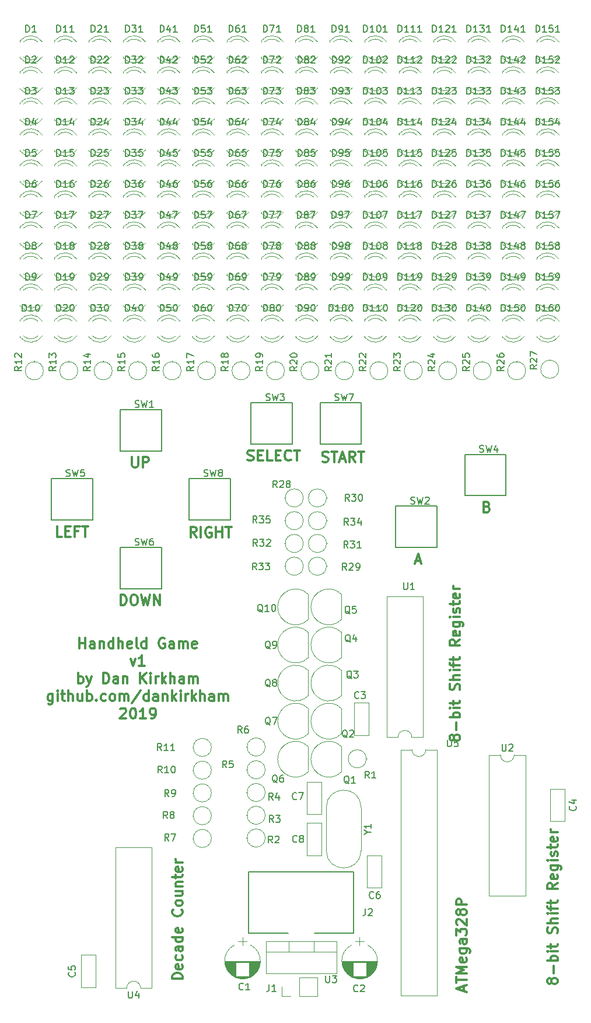
<source format=gbr>
G04 #@! TF.GenerationSoftware,KiCad,Pcbnew,(5.0.1-3-g963ef8bb5)*
G04 #@! TF.CreationDate,2019-03-29T07:41:50-05:00*
G04 #@! TF.ProjectId,HandheldGame,48616E6468656C6447616D652E6B6963,rev?*
G04 #@! TF.SameCoordinates,Original*
G04 #@! TF.FileFunction,Legend,Top*
G04 #@! TF.FilePolarity,Positive*
%FSLAX46Y46*%
G04 Gerber Fmt 4.6, Leading zero omitted, Abs format (unit mm)*
G04 Created by KiCad (PCBNEW (5.0.1-3-g963ef8bb5)) date Friday, March 29, 2019 at 07:41:50 AM*
%MOMM*%
%LPD*%
G01*
G04 APERTURE LIST*
%ADD10C,0.300000*%
%ADD11C,0.120000*%
%ADD12C,0.150000*%
G04 APERTURE END LIST*
D10*
X131298071Y-161860428D02*
X129798071Y-161860428D01*
X129798071Y-161503285D01*
X129869500Y-161289000D01*
X130012357Y-161146142D01*
X130155214Y-161074714D01*
X130440928Y-161003285D01*
X130655214Y-161003285D01*
X130940928Y-161074714D01*
X131083785Y-161146142D01*
X131226642Y-161289000D01*
X131298071Y-161503285D01*
X131298071Y-161860428D01*
X131226642Y-159789000D02*
X131298071Y-159931857D01*
X131298071Y-160217571D01*
X131226642Y-160360428D01*
X131083785Y-160431857D01*
X130512357Y-160431857D01*
X130369500Y-160360428D01*
X130298071Y-160217571D01*
X130298071Y-159931857D01*
X130369500Y-159789000D01*
X130512357Y-159717571D01*
X130655214Y-159717571D01*
X130798071Y-160431857D01*
X131226642Y-158431857D02*
X131298071Y-158574714D01*
X131298071Y-158860428D01*
X131226642Y-159003285D01*
X131155214Y-159074714D01*
X131012357Y-159146142D01*
X130583785Y-159146142D01*
X130440928Y-159074714D01*
X130369500Y-159003285D01*
X130298071Y-158860428D01*
X130298071Y-158574714D01*
X130369500Y-158431857D01*
X131298071Y-157146142D02*
X130512357Y-157146142D01*
X130369500Y-157217571D01*
X130298071Y-157360428D01*
X130298071Y-157646142D01*
X130369500Y-157789000D01*
X131226642Y-157146142D02*
X131298071Y-157289000D01*
X131298071Y-157646142D01*
X131226642Y-157789000D01*
X131083785Y-157860428D01*
X130940928Y-157860428D01*
X130798071Y-157789000D01*
X130726642Y-157646142D01*
X130726642Y-157289000D01*
X130655214Y-157146142D01*
X131298071Y-155789000D02*
X129798071Y-155789000D01*
X131226642Y-155789000D02*
X131298071Y-155931857D01*
X131298071Y-156217571D01*
X131226642Y-156360428D01*
X131155214Y-156431857D01*
X131012357Y-156503285D01*
X130583785Y-156503285D01*
X130440928Y-156431857D01*
X130369500Y-156360428D01*
X130298071Y-156217571D01*
X130298071Y-155931857D01*
X130369500Y-155789000D01*
X131226642Y-154503285D02*
X131298071Y-154646142D01*
X131298071Y-154931857D01*
X131226642Y-155074714D01*
X131083785Y-155146142D01*
X130512357Y-155146142D01*
X130369500Y-155074714D01*
X130298071Y-154931857D01*
X130298071Y-154646142D01*
X130369500Y-154503285D01*
X130512357Y-154431857D01*
X130655214Y-154431857D01*
X130798071Y-155146142D01*
X131155214Y-151789000D02*
X131226642Y-151860428D01*
X131298071Y-152074714D01*
X131298071Y-152217571D01*
X131226642Y-152431857D01*
X131083785Y-152574714D01*
X130940928Y-152646142D01*
X130655214Y-152717571D01*
X130440928Y-152717571D01*
X130155214Y-152646142D01*
X130012357Y-152574714D01*
X129869500Y-152431857D01*
X129798071Y-152217571D01*
X129798071Y-152074714D01*
X129869500Y-151860428D01*
X129940928Y-151789000D01*
X131298071Y-150931857D02*
X131226642Y-151074714D01*
X131155214Y-151146142D01*
X131012357Y-151217571D01*
X130583785Y-151217571D01*
X130440928Y-151146142D01*
X130369500Y-151074714D01*
X130298071Y-150931857D01*
X130298071Y-150717571D01*
X130369500Y-150574714D01*
X130440928Y-150503285D01*
X130583785Y-150431857D01*
X131012357Y-150431857D01*
X131155214Y-150503285D01*
X131226642Y-150574714D01*
X131298071Y-150717571D01*
X131298071Y-150931857D01*
X130298071Y-149146142D02*
X131298071Y-149146142D01*
X130298071Y-149789000D02*
X131083785Y-149789000D01*
X131226642Y-149717571D01*
X131298071Y-149574714D01*
X131298071Y-149360428D01*
X131226642Y-149217571D01*
X131155214Y-149146142D01*
X130298071Y-148431857D02*
X131298071Y-148431857D01*
X130440928Y-148431857D02*
X130369500Y-148360428D01*
X130298071Y-148217571D01*
X130298071Y-148003285D01*
X130369500Y-147860428D01*
X130512357Y-147789000D01*
X131298071Y-147789000D01*
X130298071Y-147289000D02*
X130298071Y-146717571D01*
X129798071Y-147074714D02*
X131083785Y-147074714D01*
X131226642Y-147003285D01*
X131298071Y-146860428D01*
X131298071Y-146717571D01*
X131226642Y-145646142D02*
X131298071Y-145789000D01*
X131298071Y-146074714D01*
X131226642Y-146217571D01*
X131083785Y-146289000D01*
X130512357Y-146289000D01*
X130369500Y-146217571D01*
X130298071Y-146074714D01*
X130298071Y-145789000D01*
X130369500Y-145646142D01*
X130512357Y-145574714D01*
X130655214Y-145574714D01*
X130798071Y-146289000D01*
X131298071Y-144931857D02*
X130298071Y-144931857D01*
X130583785Y-144931857D02*
X130440928Y-144860428D01*
X130369500Y-144789000D01*
X130298071Y-144646142D01*
X130298071Y-144503285D01*
X172081000Y-163587071D02*
X172081000Y-162872785D01*
X172509571Y-163729928D02*
X171009571Y-163229928D01*
X172509571Y-162729928D01*
X171009571Y-162444214D02*
X171009571Y-161587071D01*
X172509571Y-162015642D02*
X171009571Y-162015642D01*
X172509571Y-161087071D02*
X171009571Y-161087071D01*
X172081000Y-160587071D01*
X171009571Y-160087071D01*
X172509571Y-160087071D01*
X172438142Y-158801357D02*
X172509571Y-158944214D01*
X172509571Y-159229928D01*
X172438142Y-159372785D01*
X172295285Y-159444214D01*
X171723857Y-159444214D01*
X171581000Y-159372785D01*
X171509571Y-159229928D01*
X171509571Y-158944214D01*
X171581000Y-158801357D01*
X171723857Y-158729928D01*
X171866714Y-158729928D01*
X172009571Y-159444214D01*
X171509571Y-157444214D02*
X172723857Y-157444214D01*
X172866714Y-157515642D01*
X172938142Y-157587071D01*
X173009571Y-157729928D01*
X173009571Y-157944214D01*
X172938142Y-158087071D01*
X172438142Y-157444214D02*
X172509571Y-157587071D01*
X172509571Y-157872785D01*
X172438142Y-158015642D01*
X172366714Y-158087071D01*
X172223857Y-158158500D01*
X171795285Y-158158500D01*
X171652428Y-158087071D01*
X171581000Y-158015642D01*
X171509571Y-157872785D01*
X171509571Y-157587071D01*
X171581000Y-157444214D01*
X172509571Y-156087071D02*
X171723857Y-156087071D01*
X171581000Y-156158500D01*
X171509571Y-156301357D01*
X171509571Y-156587071D01*
X171581000Y-156729928D01*
X172438142Y-156087071D02*
X172509571Y-156229928D01*
X172509571Y-156587071D01*
X172438142Y-156729928D01*
X172295285Y-156801357D01*
X172152428Y-156801357D01*
X172009571Y-156729928D01*
X171938142Y-156587071D01*
X171938142Y-156229928D01*
X171866714Y-156087071D01*
X171009571Y-155515642D02*
X171009571Y-154587071D01*
X171581000Y-155087071D01*
X171581000Y-154872785D01*
X171652428Y-154729928D01*
X171723857Y-154658500D01*
X171866714Y-154587071D01*
X172223857Y-154587071D01*
X172366714Y-154658500D01*
X172438142Y-154729928D01*
X172509571Y-154872785D01*
X172509571Y-155301357D01*
X172438142Y-155444214D01*
X172366714Y-155515642D01*
X171152428Y-154015642D02*
X171081000Y-153944214D01*
X171009571Y-153801357D01*
X171009571Y-153444214D01*
X171081000Y-153301357D01*
X171152428Y-153229928D01*
X171295285Y-153158500D01*
X171438142Y-153158500D01*
X171652428Y-153229928D01*
X172509571Y-154087071D01*
X172509571Y-153158500D01*
X171652428Y-152301357D02*
X171581000Y-152444214D01*
X171509571Y-152515642D01*
X171366714Y-152587071D01*
X171295285Y-152587071D01*
X171152428Y-152515642D01*
X171081000Y-152444214D01*
X171009571Y-152301357D01*
X171009571Y-152015642D01*
X171081000Y-151872785D01*
X171152428Y-151801357D01*
X171295285Y-151729928D01*
X171366714Y-151729928D01*
X171509571Y-151801357D01*
X171581000Y-151872785D01*
X171652428Y-152015642D01*
X171652428Y-152301357D01*
X171723857Y-152444214D01*
X171795285Y-152515642D01*
X171938142Y-152587071D01*
X172223857Y-152587071D01*
X172366714Y-152515642D01*
X172438142Y-152444214D01*
X172509571Y-152301357D01*
X172509571Y-152015642D01*
X172438142Y-151872785D01*
X172366714Y-151801357D01*
X172223857Y-151729928D01*
X171938142Y-151729928D01*
X171795285Y-151801357D01*
X171723857Y-151872785D01*
X171652428Y-152015642D01*
X172509571Y-151087071D02*
X171009571Y-151087071D01*
X171009571Y-150515642D01*
X171081000Y-150372785D01*
X171152428Y-150301357D01*
X171295285Y-150229928D01*
X171509571Y-150229928D01*
X171652428Y-150301357D01*
X171723857Y-150372785D01*
X171795285Y-150515642D01*
X171795285Y-151087071D01*
X184860428Y-162304642D02*
X184789000Y-162447500D01*
X184717571Y-162518928D01*
X184574714Y-162590357D01*
X184503285Y-162590357D01*
X184360428Y-162518928D01*
X184289000Y-162447500D01*
X184217571Y-162304642D01*
X184217571Y-162018928D01*
X184289000Y-161876071D01*
X184360428Y-161804642D01*
X184503285Y-161733214D01*
X184574714Y-161733214D01*
X184717571Y-161804642D01*
X184789000Y-161876071D01*
X184860428Y-162018928D01*
X184860428Y-162304642D01*
X184931857Y-162447500D01*
X185003285Y-162518928D01*
X185146142Y-162590357D01*
X185431857Y-162590357D01*
X185574714Y-162518928D01*
X185646142Y-162447500D01*
X185717571Y-162304642D01*
X185717571Y-162018928D01*
X185646142Y-161876071D01*
X185574714Y-161804642D01*
X185431857Y-161733214D01*
X185146142Y-161733214D01*
X185003285Y-161804642D01*
X184931857Y-161876071D01*
X184860428Y-162018928D01*
X185146142Y-161090357D02*
X185146142Y-159947500D01*
X185717571Y-159233214D02*
X184217571Y-159233214D01*
X184789000Y-159233214D02*
X184717571Y-159090357D01*
X184717571Y-158804642D01*
X184789000Y-158661785D01*
X184860428Y-158590357D01*
X185003285Y-158518928D01*
X185431857Y-158518928D01*
X185574714Y-158590357D01*
X185646142Y-158661785D01*
X185717571Y-158804642D01*
X185717571Y-159090357D01*
X185646142Y-159233214D01*
X185717571Y-157876071D02*
X184717571Y-157876071D01*
X184217571Y-157876071D02*
X184289000Y-157947500D01*
X184360428Y-157876071D01*
X184289000Y-157804642D01*
X184217571Y-157876071D01*
X184360428Y-157876071D01*
X184717571Y-157376071D02*
X184717571Y-156804642D01*
X184217571Y-157161785D02*
X185503285Y-157161785D01*
X185646142Y-157090357D01*
X185717571Y-156947500D01*
X185717571Y-156804642D01*
X185646142Y-155233214D02*
X185717571Y-155018928D01*
X185717571Y-154661785D01*
X185646142Y-154518928D01*
X185574714Y-154447500D01*
X185431857Y-154376071D01*
X185289000Y-154376071D01*
X185146142Y-154447500D01*
X185074714Y-154518928D01*
X185003285Y-154661785D01*
X184931857Y-154947500D01*
X184860428Y-155090357D01*
X184789000Y-155161785D01*
X184646142Y-155233214D01*
X184503285Y-155233214D01*
X184360428Y-155161785D01*
X184289000Y-155090357D01*
X184217571Y-154947500D01*
X184217571Y-154590357D01*
X184289000Y-154376071D01*
X185717571Y-153733214D02*
X184217571Y-153733214D01*
X185717571Y-153090357D02*
X184931857Y-153090357D01*
X184789000Y-153161785D01*
X184717571Y-153304642D01*
X184717571Y-153518928D01*
X184789000Y-153661785D01*
X184860428Y-153733214D01*
X185717571Y-152376071D02*
X184717571Y-152376071D01*
X184217571Y-152376071D02*
X184289000Y-152447500D01*
X184360428Y-152376071D01*
X184289000Y-152304642D01*
X184217571Y-152376071D01*
X184360428Y-152376071D01*
X184717571Y-151876071D02*
X184717571Y-151304642D01*
X185717571Y-151661785D02*
X184431857Y-151661785D01*
X184289000Y-151590357D01*
X184217571Y-151447500D01*
X184217571Y-151304642D01*
X184717571Y-151018928D02*
X184717571Y-150447500D01*
X184217571Y-150804642D02*
X185503285Y-150804642D01*
X185646142Y-150733214D01*
X185717571Y-150590357D01*
X185717571Y-150447500D01*
X185717571Y-147947500D02*
X185003285Y-148447500D01*
X185717571Y-148804642D02*
X184217571Y-148804642D01*
X184217571Y-148233214D01*
X184289000Y-148090357D01*
X184360428Y-148018928D01*
X184503285Y-147947500D01*
X184717571Y-147947500D01*
X184860428Y-148018928D01*
X184931857Y-148090357D01*
X185003285Y-148233214D01*
X185003285Y-148804642D01*
X185646142Y-146733214D02*
X185717571Y-146876071D01*
X185717571Y-147161785D01*
X185646142Y-147304642D01*
X185503285Y-147376071D01*
X184931857Y-147376071D01*
X184789000Y-147304642D01*
X184717571Y-147161785D01*
X184717571Y-146876071D01*
X184789000Y-146733214D01*
X184931857Y-146661785D01*
X185074714Y-146661785D01*
X185217571Y-147376071D01*
X184717571Y-145376071D02*
X185931857Y-145376071D01*
X186074714Y-145447500D01*
X186146142Y-145518928D01*
X186217571Y-145661785D01*
X186217571Y-145876071D01*
X186146142Y-146018928D01*
X185646142Y-145376071D02*
X185717571Y-145518928D01*
X185717571Y-145804642D01*
X185646142Y-145947500D01*
X185574714Y-146018928D01*
X185431857Y-146090357D01*
X185003285Y-146090357D01*
X184860428Y-146018928D01*
X184789000Y-145947500D01*
X184717571Y-145804642D01*
X184717571Y-145518928D01*
X184789000Y-145376071D01*
X185717571Y-144661785D02*
X184717571Y-144661785D01*
X184217571Y-144661785D02*
X184289000Y-144733214D01*
X184360428Y-144661785D01*
X184289000Y-144590357D01*
X184217571Y-144661785D01*
X184360428Y-144661785D01*
X185646142Y-144018928D02*
X185717571Y-143876071D01*
X185717571Y-143590357D01*
X185646142Y-143447500D01*
X185503285Y-143376071D01*
X185431857Y-143376071D01*
X185289000Y-143447500D01*
X185217571Y-143590357D01*
X185217571Y-143804642D01*
X185146142Y-143947500D01*
X185003285Y-144018928D01*
X184931857Y-144018928D01*
X184789000Y-143947500D01*
X184717571Y-143804642D01*
X184717571Y-143590357D01*
X184789000Y-143447500D01*
X184717571Y-142947500D02*
X184717571Y-142376071D01*
X184217571Y-142733214D02*
X185503285Y-142733214D01*
X185646142Y-142661785D01*
X185717571Y-142518928D01*
X185717571Y-142376071D01*
X185646142Y-141304642D02*
X185717571Y-141447500D01*
X185717571Y-141733214D01*
X185646142Y-141876071D01*
X185503285Y-141947500D01*
X184931857Y-141947500D01*
X184789000Y-141876071D01*
X184717571Y-141733214D01*
X184717571Y-141447500D01*
X184789000Y-141304642D01*
X184931857Y-141233214D01*
X185074714Y-141233214D01*
X185217571Y-141947500D01*
X185717571Y-140590357D02*
X184717571Y-140590357D01*
X185003285Y-140590357D02*
X184860428Y-140518928D01*
X184789000Y-140447500D01*
X184717571Y-140304642D01*
X184717571Y-140161785D01*
X170699928Y-126998642D02*
X170628500Y-127141500D01*
X170557071Y-127212928D01*
X170414214Y-127284357D01*
X170342785Y-127284357D01*
X170199928Y-127212928D01*
X170128500Y-127141500D01*
X170057071Y-126998642D01*
X170057071Y-126712928D01*
X170128500Y-126570071D01*
X170199928Y-126498642D01*
X170342785Y-126427214D01*
X170414214Y-126427214D01*
X170557071Y-126498642D01*
X170628500Y-126570071D01*
X170699928Y-126712928D01*
X170699928Y-126998642D01*
X170771357Y-127141500D01*
X170842785Y-127212928D01*
X170985642Y-127284357D01*
X171271357Y-127284357D01*
X171414214Y-127212928D01*
X171485642Y-127141500D01*
X171557071Y-126998642D01*
X171557071Y-126712928D01*
X171485642Y-126570071D01*
X171414214Y-126498642D01*
X171271357Y-126427214D01*
X170985642Y-126427214D01*
X170842785Y-126498642D01*
X170771357Y-126570071D01*
X170699928Y-126712928D01*
X170985642Y-125784357D02*
X170985642Y-124641500D01*
X171557071Y-123927214D02*
X170057071Y-123927214D01*
X170628500Y-123927214D02*
X170557071Y-123784357D01*
X170557071Y-123498642D01*
X170628500Y-123355785D01*
X170699928Y-123284357D01*
X170842785Y-123212928D01*
X171271357Y-123212928D01*
X171414214Y-123284357D01*
X171485642Y-123355785D01*
X171557071Y-123498642D01*
X171557071Y-123784357D01*
X171485642Y-123927214D01*
X171557071Y-122570071D02*
X170557071Y-122570071D01*
X170057071Y-122570071D02*
X170128500Y-122641500D01*
X170199928Y-122570071D01*
X170128500Y-122498642D01*
X170057071Y-122570071D01*
X170199928Y-122570071D01*
X170557071Y-122070071D02*
X170557071Y-121498642D01*
X170057071Y-121855785D02*
X171342785Y-121855785D01*
X171485642Y-121784357D01*
X171557071Y-121641500D01*
X171557071Y-121498642D01*
X171485642Y-119927214D02*
X171557071Y-119712928D01*
X171557071Y-119355785D01*
X171485642Y-119212928D01*
X171414214Y-119141500D01*
X171271357Y-119070071D01*
X171128500Y-119070071D01*
X170985642Y-119141500D01*
X170914214Y-119212928D01*
X170842785Y-119355785D01*
X170771357Y-119641500D01*
X170699928Y-119784357D01*
X170628500Y-119855785D01*
X170485642Y-119927214D01*
X170342785Y-119927214D01*
X170199928Y-119855785D01*
X170128500Y-119784357D01*
X170057071Y-119641500D01*
X170057071Y-119284357D01*
X170128500Y-119070071D01*
X171557071Y-118427214D02*
X170057071Y-118427214D01*
X171557071Y-117784357D02*
X170771357Y-117784357D01*
X170628500Y-117855785D01*
X170557071Y-117998642D01*
X170557071Y-118212928D01*
X170628500Y-118355785D01*
X170699928Y-118427214D01*
X171557071Y-117070071D02*
X170557071Y-117070071D01*
X170057071Y-117070071D02*
X170128500Y-117141500D01*
X170199928Y-117070071D01*
X170128500Y-116998642D01*
X170057071Y-117070071D01*
X170199928Y-117070071D01*
X170557071Y-116570071D02*
X170557071Y-115998642D01*
X171557071Y-116355785D02*
X170271357Y-116355785D01*
X170128500Y-116284357D01*
X170057071Y-116141500D01*
X170057071Y-115998642D01*
X170557071Y-115712928D02*
X170557071Y-115141500D01*
X170057071Y-115498642D02*
X171342785Y-115498642D01*
X171485642Y-115427214D01*
X171557071Y-115284357D01*
X171557071Y-115141500D01*
X171557071Y-112641500D02*
X170842785Y-113141500D01*
X171557071Y-113498642D02*
X170057071Y-113498642D01*
X170057071Y-112927214D01*
X170128500Y-112784357D01*
X170199928Y-112712928D01*
X170342785Y-112641500D01*
X170557071Y-112641500D01*
X170699928Y-112712928D01*
X170771357Y-112784357D01*
X170842785Y-112927214D01*
X170842785Y-113498642D01*
X171485642Y-111427214D02*
X171557071Y-111570071D01*
X171557071Y-111855785D01*
X171485642Y-111998642D01*
X171342785Y-112070071D01*
X170771357Y-112070071D01*
X170628500Y-111998642D01*
X170557071Y-111855785D01*
X170557071Y-111570071D01*
X170628500Y-111427214D01*
X170771357Y-111355785D01*
X170914214Y-111355785D01*
X171057071Y-112070071D01*
X170557071Y-110070071D02*
X171771357Y-110070071D01*
X171914214Y-110141500D01*
X171985642Y-110212928D01*
X172057071Y-110355785D01*
X172057071Y-110570071D01*
X171985642Y-110712928D01*
X171485642Y-110070071D02*
X171557071Y-110212928D01*
X171557071Y-110498642D01*
X171485642Y-110641500D01*
X171414214Y-110712928D01*
X171271357Y-110784357D01*
X170842785Y-110784357D01*
X170699928Y-110712928D01*
X170628500Y-110641500D01*
X170557071Y-110498642D01*
X170557071Y-110212928D01*
X170628500Y-110070071D01*
X171557071Y-109355785D02*
X170557071Y-109355785D01*
X170057071Y-109355785D02*
X170128500Y-109427214D01*
X170199928Y-109355785D01*
X170128500Y-109284357D01*
X170057071Y-109355785D01*
X170199928Y-109355785D01*
X171485642Y-108712928D02*
X171557071Y-108570071D01*
X171557071Y-108284357D01*
X171485642Y-108141500D01*
X171342785Y-108070071D01*
X171271357Y-108070071D01*
X171128500Y-108141500D01*
X171057071Y-108284357D01*
X171057071Y-108498642D01*
X170985642Y-108641500D01*
X170842785Y-108712928D01*
X170771357Y-108712928D01*
X170628500Y-108641500D01*
X170557071Y-108498642D01*
X170557071Y-108284357D01*
X170628500Y-108141500D01*
X170557071Y-107641500D02*
X170557071Y-107070071D01*
X170057071Y-107427214D02*
X171342785Y-107427214D01*
X171485642Y-107355785D01*
X171557071Y-107212928D01*
X171557071Y-107070071D01*
X171485642Y-105998642D02*
X171557071Y-106141500D01*
X171557071Y-106427214D01*
X171485642Y-106570071D01*
X171342785Y-106641500D01*
X170771357Y-106641500D01*
X170628500Y-106570071D01*
X170557071Y-106427214D01*
X170557071Y-106141500D01*
X170628500Y-105998642D01*
X170771357Y-105927214D01*
X170914214Y-105927214D01*
X171057071Y-106641500D01*
X171557071Y-105284357D02*
X170557071Y-105284357D01*
X170842785Y-105284357D02*
X170699928Y-105212928D01*
X170628500Y-105141500D01*
X170557071Y-104998642D01*
X170557071Y-104855785D01*
X116341000Y-113879071D02*
X116341000Y-112379071D01*
X116341000Y-113093357D02*
X117198142Y-113093357D01*
X117198142Y-113879071D02*
X117198142Y-112379071D01*
X118555285Y-113879071D02*
X118555285Y-113093357D01*
X118483857Y-112950500D01*
X118341000Y-112879071D01*
X118055285Y-112879071D01*
X117912428Y-112950500D01*
X118555285Y-113807642D02*
X118412428Y-113879071D01*
X118055285Y-113879071D01*
X117912428Y-113807642D01*
X117841000Y-113664785D01*
X117841000Y-113521928D01*
X117912428Y-113379071D01*
X118055285Y-113307642D01*
X118412428Y-113307642D01*
X118555285Y-113236214D01*
X119269571Y-112879071D02*
X119269571Y-113879071D01*
X119269571Y-113021928D02*
X119341000Y-112950500D01*
X119483857Y-112879071D01*
X119698142Y-112879071D01*
X119841000Y-112950500D01*
X119912428Y-113093357D01*
X119912428Y-113879071D01*
X121269571Y-113879071D02*
X121269571Y-112379071D01*
X121269571Y-113807642D02*
X121126714Y-113879071D01*
X120841000Y-113879071D01*
X120698142Y-113807642D01*
X120626714Y-113736214D01*
X120555285Y-113593357D01*
X120555285Y-113164785D01*
X120626714Y-113021928D01*
X120698142Y-112950500D01*
X120841000Y-112879071D01*
X121126714Y-112879071D01*
X121269571Y-112950500D01*
X121983857Y-113879071D02*
X121983857Y-112379071D01*
X122626714Y-113879071D02*
X122626714Y-113093357D01*
X122555285Y-112950500D01*
X122412428Y-112879071D01*
X122198142Y-112879071D01*
X122055285Y-112950500D01*
X121983857Y-113021928D01*
X123912428Y-113807642D02*
X123769571Y-113879071D01*
X123483857Y-113879071D01*
X123341000Y-113807642D01*
X123269571Y-113664785D01*
X123269571Y-113093357D01*
X123341000Y-112950500D01*
X123483857Y-112879071D01*
X123769571Y-112879071D01*
X123912428Y-112950500D01*
X123983857Y-113093357D01*
X123983857Y-113236214D01*
X123269571Y-113379071D01*
X124841000Y-113879071D02*
X124698142Y-113807642D01*
X124626714Y-113664785D01*
X124626714Y-112379071D01*
X126055285Y-113879071D02*
X126055285Y-112379071D01*
X126055285Y-113807642D02*
X125912428Y-113879071D01*
X125626714Y-113879071D01*
X125483857Y-113807642D01*
X125412428Y-113736214D01*
X125341000Y-113593357D01*
X125341000Y-113164785D01*
X125412428Y-113021928D01*
X125483857Y-112950500D01*
X125626714Y-112879071D01*
X125912428Y-112879071D01*
X126055285Y-112950500D01*
X128698142Y-112450500D02*
X128555285Y-112379071D01*
X128341000Y-112379071D01*
X128126714Y-112450500D01*
X127983857Y-112593357D01*
X127912428Y-112736214D01*
X127841000Y-113021928D01*
X127841000Y-113236214D01*
X127912428Y-113521928D01*
X127983857Y-113664785D01*
X128126714Y-113807642D01*
X128341000Y-113879071D01*
X128483857Y-113879071D01*
X128698142Y-113807642D01*
X128769571Y-113736214D01*
X128769571Y-113236214D01*
X128483857Y-113236214D01*
X130055285Y-113879071D02*
X130055285Y-113093357D01*
X129983857Y-112950500D01*
X129841000Y-112879071D01*
X129555285Y-112879071D01*
X129412428Y-112950500D01*
X130055285Y-113807642D02*
X129912428Y-113879071D01*
X129555285Y-113879071D01*
X129412428Y-113807642D01*
X129341000Y-113664785D01*
X129341000Y-113521928D01*
X129412428Y-113379071D01*
X129555285Y-113307642D01*
X129912428Y-113307642D01*
X130055285Y-113236214D01*
X130769571Y-113879071D02*
X130769571Y-112879071D01*
X130769571Y-113021928D02*
X130841000Y-112950500D01*
X130983857Y-112879071D01*
X131198142Y-112879071D01*
X131341000Y-112950500D01*
X131412428Y-113093357D01*
X131412428Y-113879071D01*
X131412428Y-113093357D02*
X131483857Y-112950500D01*
X131626714Y-112879071D01*
X131841000Y-112879071D01*
X131983857Y-112950500D01*
X132055285Y-113093357D01*
X132055285Y-113879071D01*
X133341000Y-113807642D02*
X133198142Y-113879071D01*
X132912428Y-113879071D01*
X132769571Y-113807642D01*
X132698142Y-113664785D01*
X132698142Y-113093357D01*
X132769571Y-112950500D01*
X132912428Y-112879071D01*
X133198142Y-112879071D01*
X133341000Y-112950500D01*
X133412428Y-113093357D01*
X133412428Y-113236214D01*
X132698142Y-113379071D01*
X123769571Y-115429071D02*
X124126714Y-116429071D01*
X124483857Y-115429071D01*
X125841000Y-116429071D02*
X124983857Y-116429071D01*
X125412428Y-116429071D02*
X125412428Y-114929071D01*
X125269571Y-115143357D01*
X125126714Y-115286214D01*
X124983857Y-115357642D01*
X116162428Y-118979071D02*
X116162428Y-117479071D01*
X116162428Y-118050500D02*
X116305285Y-117979071D01*
X116591000Y-117979071D01*
X116733857Y-118050500D01*
X116805285Y-118121928D01*
X116876714Y-118264785D01*
X116876714Y-118693357D01*
X116805285Y-118836214D01*
X116733857Y-118907642D01*
X116591000Y-118979071D01*
X116305285Y-118979071D01*
X116162428Y-118907642D01*
X117376714Y-117979071D02*
X117733857Y-118979071D01*
X118091000Y-117979071D02*
X117733857Y-118979071D01*
X117591000Y-119336214D01*
X117519571Y-119407642D01*
X117376714Y-119479071D01*
X119805285Y-118979071D02*
X119805285Y-117479071D01*
X120162428Y-117479071D01*
X120376714Y-117550500D01*
X120519571Y-117693357D01*
X120591000Y-117836214D01*
X120662428Y-118121928D01*
X120662428Y-118336214D01*
X120591000Y-118621928D01*
X120519571Y-118764785D01*
X120376714Y-118907642D01*
X120162428Y-118979071D01*
X119805285Y-118979071D01*
X121948142Y-118979071D02*
X121948142Y-118193357D01*
X121876714Y-118050500D01*
X121733857Y-117979071D01*
X121448142Y-117979071D01*
X121305285Y-118050500D01*
X121948142Y-118907642D02*
X121805285Y-118979071D01*
X121448142Y-118979071D01*
X121305285Y-118907642D01*
X121233857Y-118764785D01*
X121233857Y-118621928D01*
X121305285Y-118479071D01*
X121448142Y-118407642D01*
X121805285Y-118407642D01*
X121948142Y-118336214D01*
X122662428Y-117979071D02*
X122662428Y-118979071D01*
X122662428Y-118121928D02*
X122733857Y-118050500D01*
X122876714Y-117979071D01*
X123091000Y-117979071D01*
X123233857Y-118050500D01*
X123305285Y-118193357D01*
X123305285Y-118979071D01*
X125162428Y-118979071D02*
X125162428Y-117479071D01*
X126019571Y-118979071D02*
X125376714Y-118121928D01*
X126019571Y-117479071D02*
X125162428Y-118336214D01*
X126662428Y-118979071D02*
X126662428Y-117979071D01*
X126662428Y-117479071D02*
X126591000Y-117550500D01*
X126662428Y-117621928D01*
X126733857Y-117550500D01*
X126662428Y-117479071D01*
X126662428Y-117621928D01*
X127376714Y-118979071D02*
X127376714Y-117979071D01*
X127376714Y-118264785D02*
X127448142Y-118121928D01*
X127519571Y-118050500D01*
X127662428Y-117979071D01*
X127805285Y-117979071D01*
X128305285Y-118979071D02*
X128305285Y-117479071D01*
X128448142Y-118407642D02*
X128876714Y-118979071D01*
X128876714Y-117979071D02*
X128305285Y-118550500D01*
X129519571Y-118979071D02*
X129519571Y-117479071D01*
X130162428Y-118979071D02*
X130162428Y-118193357D01*
X130091000Y-118050500D01*
X129948142Y-117979071D01*
X129733857Y-117979071D01*
X129591000Y-118050500D01*
X129519571Y-118121928D01*
X131519571Y-118979071D02*
X131519571Y-118193357D01*
X131448142Y-118050500D01*
X131305285Y-117979071D01*
X131019571Y-117979071D01*
X130876714Y-118050500D01*
X131519571Y-118907642D02*
X131376714Y-118979071D01*
X131019571Y-118979071D01*
X130876714Y-118907642D01*
X130805285Y-118764785D01*
X130805285Y-118621928D01*
X130876714Y-118479071D01*
X131019571Y-118407642D01*
X131376714Y-118407642D01*
X131519571Y-118336214D01*
X132233857Y-118979071D02*
X132233857Y-117979071D01*
X132233857Y-118121928D02*
X132305285Y-118050500D01*
X132448142Y-117979071D01*
X132662428Y-117979071D01*
X132805285Y-118050500D01*
X132876714Y-118193357D01*
X132876714Y-118979071D01*
X132876714Y-118193357D02*
X132948142Y-118050500D01*
X133091000Y-117979071D01*
X133305285Y-117979071D01*
X133448142Y-118050500D01*
X133519571Y-118193357D01*
X133519571Y-118979071D01*
X112448142Y-120529071D02*
X112448142Y-121743357D01*
X112376714Y-121886214D01*
X112305285Y-121957642D01*
X112162428Y-122029071D01*
X111948142Y-122029071D01*
X111805285Y-121957642D01*
X112448142Y-121457642D02*
X112305285Y-121529071D01*
X112019571Y-121529071D01*
X111876714Y-121457642D01*
X111805285Y-121386214D01*
X111733857Y-121243357D01*
X111733857Y-120814785D01*
X111805285Y-120671928D01*
X111876714Y-120600500D01*
X112019571Y-120529071D01*
X112305285Y-120529071D01*
X112448142Y-120600500D01*
X113162428Y-121529071D02*
X113162428Y-120529071D01*
X113162428Y-120029071D02*
X113091000Y-120100500D01*
X113162428Y-120171928D01*
X113233857Y-120100500D01*
X113162428Y-120029071D01*
X113162428Y-120171928D01*
X113662428Y-120529071D02*
X114233857Y-120529071D01*
X113876714Y-120029071D02*
X113876714Y-121314785D01*
X113948142Y-121457642D01*
X114091000Y-121529071D01*
X114233857Y-121529071D01*
X114733857Y-121529071D02*
X114733857Y-120029071D01*
X115376714Y-121529071D02*
X115376714Y-120743357D01*
X115305285Y-120600500D01*
X115162428Y-120529071D01*
X114948142Y-120529071D01*
X114805285Y-120600500D01*
X114733857Y-120671928D01*
X116733857Y-120529071D02*
X116733857Y-121529071D01*
X116091000Y-120529071D02*
X116091000Y-121314785D01*
X116162428Y-121457642D01*
X116305285Y-121529071D01*
X116519571Y-121529071D01*
X116662428Y-121457642D01*
X116733857Y-121386214D01*
X117448142Y-121529071D02*
X117448142Y-120029071D01*
X117448142Y-120600500D02*
X117591000Y-120529071D01*
X117876714Y-120529071D01*
X118019571Y-120600500D01*
X118091000Y-120671928D01*
X118162428Y-120814785D01*
X118162428Y-121243357D01*
X118091000Y-121386214D01*
X118019571Y-121457642D01*
X117876714Y-121529071D01*
X117591000Y-121529071D01*
X117448142Y-121457642D01*
X118805285Y-121386214D02*
X118876714Y-121457642D01*
X118805285Y-121529071D01*
X118733857Y-121457642D01*
X118805285Y-121386214D01*
X118805285Y-121529071D01*
X120162428Y-121457642D02*
X120019571Y-121529071D01*
X119733857Y-121529071D01*
X119591000Y-121457642D01*
X119519571Y-121386214D01*
X119448142Y-121243357D01*
X119448142Y-120814785D01*
X119519571Y-120671928D01*
X119591000Y-120600500D01*
X119733857Y-120529071D01*
X120019571Y-120529071D01*
X120162428Y-120600500D01*
X121019571Y-121529071D02*
X120876714Y-121457642D01*
X120805285Y-121386214D01*
X120733857Y-121243357D01*
X120733857Y-120814785D01*
X120805285Y-120671928D01*
X120876714Y-120600500D01*
X121019571Y-120529071D01*
X121233857Y-120529071D01*
X121376714Y-120600500D01*
X121448142Y-120671928D01*
X121519571Y-120814785D01*
X121519571Y-121243357D01*
X121448142Y-121386214D01*
X121376714Y-121457642D01*
X121233857Y-121529071D01*
X121019571Y-121529071D01*
X122162428Y-121529071D02*
X122162428Y-120529071D01*
X122162428Y-120671928D02*
X122233857Y-120600500D01*
X122376714Y-120529071D01*
X122591000Y-120529071D01*
X122733857Y-120600500D01*
X122805285Y-120743357D01*
X122805285Y-121529071D01*
X122805285Y-120743357D02*
X122876714Y-120600500D01*
X123019571Y-120529071D01*
X123233857Y-120529071D01*
X123376714Y-120600500D01*
X123448142Y-120743357D01*
X123448142Y-121529071D01*
X125233857Y-119957642D02*
X123948142Y-121886214D01*
X126376714Y-121529071D02*
X126376714Y-120029071D01*
X126376714Y-121457642D02*
X126233857Y-121529071D01*
X125948142Y-121529071D01*
X125805285Y-121457642D01*
X125733857Y-121386214D01*
X125662428Y-121243357D01*
X125662428Y-120814785D01*
X125733857Y-120671928D01*
X125805285Y-120600500D01*
X125948142Y-120529071D01*
X126233857Y-120529071D01*
X126376714Y-120600500D01*
X127733857Y-121529071D02*
X127733857Y-120743357D01*
X127662428Y-120600500D01*
X127519571Y-120529071D01*
X127233857Y-120529071D01*
X127090999Y-120600500D01*
X127733857Y-121457642D02*
X127590999Y-121529071D01*
X127233857Y-121529071D01*
X127090999Y-121457642D01*
X127019571Y-121314785D01*
X127019571Y-121171928D01*
X127090999Y-121029071D01*
X127233857Y-120957642D01*
X127590999Y-120957642D01*
X127733857Y-120886214D01*
X128448142Y-120529071D02*
X128448142Y-121529071D01*
X128448142Y-120671928D02*
X128519571Y-120600500D01*
X128662428Y-120529071D01*
X128876714Y-120529071D01*
X129019571Y-120600500D01*
X129091000Y-120743357D01*
X129091000Y-121529071D01*
X129805285Y-121529071D02*
X129805285Y-120029071D01*
X129948142Y-120957642D02*
X130376714Y-121529071D01*
X130376714Y-120529071D02*
X129805285Y-121100500D01*
X131019571Y-121529071D02*
X131019571Y-120529071D01*
X131019571Y-120029071D02*
X130948142Y-120100500D01*
X131019571Y-120171928D01*
X131090999Y-120100500D01*
X131019571Y-120029071D01*
X131019571Y-120171928D01*
X131733857Y-121529071D02*
X131733857Y-120529071D01*
X131733857Y-120814785D02*
X131805285Y-120671928D01*
X131876714Y-120600500D01*
X132019571Y-120529071D01*
X132162428Y-120529071D01*
X132662428Y-121529071D02*
X132662428Y-120029071D01*
X132805285Y-120957642D02*
X133233857Y-121529071D01*
X133233857Y-120529071D02*
X132662428Y-121100500D01*
X133876714Y-121529071D02*
X133876714Y-120029071D01*
X134519571Y-121529071D02*
X134519571Y-120743357D01*
X134448142Y-120600500D01*
X134305285Y-120529071D01*
X134090999Y-120529071D01*
X133948142Y-120600500D01*
X133876714Y-120671928D01*
X135876714Y-121529071D02*
X135876714Y-120743357D01*
X135805285Y-120600500D01*
X135662428Y-120529071D01*
X135376714Y-120529071D01*
X135233857Y-120600500D01*
X135876714Y-121457642D02*
X135733857Y-121529071D01*
X135376714Y-121529071D01*
X135233857Y-121457642D01*
X135162428Y-121314785D01*
X135162428Y-121171928D01*
X135233857Y-121029071D01*
X135376714Y-120957642D01*
X135733857Y-120957642D01*
X135876714Y-120886214D01*
X136591000Y-121529071D02*
X136591000Y-120529071D01*
X136591000Y-120671928D02*
X136662428Y-120600500D01*
X136805285Y-120529071D01*
X137019571Y-120529071D01*
X137162428Y-120600500D01*
X137233857Y-120743357D01*
X137233857Y-121529071D01*
X137233857Y-120743357D02*
X137305285Y-120600500D01*
X137448142Y-120529071D01*
X137662428Y-120529071D01*
X137805285Y-120600500D01*
X137876714Y-120743357D01*
X137876714Y-121529071D01*
X122269571Y-122721928D02*
X122341000Y-122650500D01*
X122483857Y-122579071D01*
X122841000Y-122579071D01*
X122983857Y-122650500D01*
X123055285Y-122721928D01*
X123126714Y-122864785D01*
X123126714Y-123007642D01*
X123055285Y-123221928D01*
X122198142Y-124079071D01*
X123126714Y-124079071D01*
X124055285Y-122579071D02*
X124198142Y-122579071D01*
X124341000Y-122650500D01*
X124412428Y-122721928D01*
X124483857Y-122864785D01*
X124555285Y-123150500D01*
X124555285Y-123507642D01*
X124483857Y-123793357D01*
X124412428Y-123936214D01*
X124341000Y-124007642D01*
X124198142Y-124079071D01*
X124055285Y-124079071D01*
X123912428Y-124007642D01*
X123841000Y-123936214D01*
X123769571Y-123793357D01*
X123698142Y-123507642D01*
X123698142Y-123150500D01*
X123769571Y-122864785D01*
X123841000Y-122721928D01*
X123912428Y-122650500D01*
X124055285Y-122579071D01*
X125983857Y-124079071D02*
X125126714Y-124079071D01*
X125555285Y-124079071D02*
X125555285Y-122579071D01*
X125412428Y-122793357D01*
X125269571Y-122936214D01*
X125126714Y-123007642D01*
X126698142Y-124079071D02*
X126983857Y-124079071D01*
X127126714Y-124007642D01*
X127198142Y-123936214D01*
X127341000Y-123721928D01*
X127412428Y-123436214D01*
X127412428Y-122864785D01*
X127341000Y-122721928D01*
X127269571Y-122650500D01*
X127126714Y-122579071D01*
X126841000Y-122579071D01*
X126698142Y-122650500D01*
X126626714Y-122721928D01*
X126555285Y-122864785D01*
X126555285Y-123221928D01*
X126626714Y-123364785D01*
X126698142Y-123436214D01*
X126841000Y-123507642D01*
X127126714Y-123507642D01*
X127269571Y-123436214D01*
X127341000Y-123364785D01*
X127412428Y-123221928D01*
X122337071Y-107612571D02*
X122337071Y-106112571D01*
X122694214Y-106112571D01*
X122908500Y-106184000D01*
X123051357Y-106326857D01*
X123122785Y-106469714D01*
X123194214Y-106755428D01*
X123194214Y-106969714D01*
X123122785Y-107255428D01*
X123051357Y-107398285D01*
X122908500Y-107541142D01*
X122694214Y-107612571D01*
X122337071Y-107612571D01*
X124122785Y-106112571D02*
X124408500Y-106112571D01*
X124551357Y-106184000D01*
X124694214Y-106326857D01*
X124765642Y-106612571D01*
X124765642Y-107112571D01*
X124694214Y-107398285D01*
X124551357Y-107541142D01*
X124408500Y-107612571D01*
X124122785Y-107612571D01*
X123979928Y-107541142D01*
X123837071Y-107398285D01*
X123765642Y-107112571D01*
X123765642Y-106612571D01*
X123837071Y-106326857D01*
X123979928Y-106184000D01*
X124122785Y-106112571D01*
X125265642Y-106112571D02*
X125622785Y-107612571D01*
X125908500Y-106541142D01*
X126194214Y-107612571D01*
X126551357Y-106112571D01*
X127122785Y-107612571D02*
X127122785Y-106112571D01*
X127979928Y-107612571D01*
X127979928Y-106112571D01*
X113823928Y-97706571D02*
X113109642Y-97706571D01*
X113109642Y-96206571D01*
X114323928Y-96920857D02*
X114823928Y-96920857D01*
X115038214Y-97706571D02*
X114323928Y-97706571D01*
X114323928Y-96206571D01*
X115038214Y-96206571D01*
X116181071Y-96920857D02*
X115681071Y-96920857D01*
X115681071Y-97706571D02*
X115681071Y-96206571D01*
X116395357Y-96206571D01*
X116752500Y-96206571D02*
X117609642Y-96206571D01*
X117181071Y-97706571D02*
X117181071Y-96206571D01*
X123979928Y-86110071D02*
X123979928Y-87324357D01*
X124051357Y-87467214D01*
X124122785Y-87538642D01*
X124265642Y-87610071D01*
X124551357Y-87610071D01*
X124694214Y-87538642D01*
X124765642Y-87467214D01*
X124837071Y-87324357D01*
X124837071Y-86110071D01*
X125551357Y-87610071D02*
X125551357Y-86110071D01*
X126122785Y-86110071D01*
X126265642Y-86181500D01*
X126337071Y-86252928D01*
X126408500Y-86395785D01*
X126408500Y-86610071D01*
X126337071Y-86752928D01*
X126265642Y-86824357D01*
X126122785Y-86895785D01*
X125551357Y-86895785D01*
X133318500Y-97770071D02*
X132818500Y-97055785D01*
X132461357Y-97770071D02*
X132461357Y-96270071D01*
X133032785Y-96270071D01*
X133175642Y-96341500D01*
X133247071Y-96412928D01*
X133318500Y-96555785D01*
X133318500Y-96770071D01*
X133247071Y-96912928D01*
X133175642Y-96984357D01*
X133032785Y-97055785D01*
X132461357Y-97055785D01*
X133961357Y-97770071D02*
X133961357Y-96270071D01*
X135461357Y-96341500D02*
X135318500Y-96270071D01*
X135104214Y-96270071D01*
X134889928Y-96341500D01*
X134747071Y-96484357D01*
X134675642Y-96627214D01*
X134604214Y-96912928D01*
X134604214Y-97127214D01*
X134675642Y-97412928D01*
X134747071Y-97555785D01*
X134889928Y-97698642D01*
X135104214Y-97770071D01*
X135247071Y-97770071D01*
X135461357Y-97698642D01*
X135532785Y-97627214D01*
X135532785Y-97127214D01*
X135247071Y-97127214D01*
X136175642Y-97770071D02*
X136175642Y-96270071D01*
X136175642Y-96984357D02*
X137032785Y-96984357D01*
X137032785Y-97770071D02*
X137032785Y-96270071D01*
X137532785Y-96270071D02*
X138389928Y-96270071D01*
X137961357Y-97770071D02*
X137961357Y-96270071D01*
X140748214Y-86586142D02*
X140962500Y-86657571D01*
X141319642Y-86657571D01*
X141462500Y-86586142D01*
X141533928Y-86514714D01*
X141605357Y-86371857D01*
X141605357Y-86229000D01*
X141533928Y-86086142D01*
X141462500Y-86014714D01*
X141319642Y-85943285D01*
X141033928Y-85871857D01*
X140891071Y-85800428D01*
X140819642Y-85729000D01*
X140748214Y-85586142D01*
X140748214Y-85443285D01*
X140819642Y-85300428D01*
X140891071Y-85229000D01*
X141033928Y-85157571D01*
X141391071Y-85157571D01*
X141605357Y-85229000D01*
X142248214Y-85871857D02*
X142748214Y-85871857D01*
X142962500Y-86657571D02*
X142248214Y-86657571D01*
X142248214Y-85157571D01*
X142962500Y-85157571D01*
X144319642Y-86657571D02*
X143605357Y-86657571D01*
X143605357Y-85157571D01*
X144819642Y-85871857D02*
X145319642Y-85871857D01*
X145533928Y-86657571D02*
X144819642Y-86657571D01*
X144819642Y-85157571D01*
X145533928Y-85157571D01*
X147033928Y-86514714D02*
X146962500Y-86586142D01*
X146748214Y-86657571D01*
X146605357Y-86657571D01*
X146391071Y-86586142D01*
X146248214Y-86443285D01*
X146176785Y-86300428D01*
X146105357Y-86014714D01*
X146105357Y-85800428D01*
X146176785Y-85514714D01*
X146248214Y-85371857D01*
X146391071Y-85229000D01*
X146605357Y-85157571D01*
X146748214Y-85157571D01*
X146962500Y-85229000D01*
X147033928Y-85300428D01*
X147462500Y-85157571D02*
X148319642Y-85157571D01*
X147891071Y-86657571D02*
X147891071Y-85157571D01*
X151594714Y-86776642D02*
X151809000Y-86848071D01*
X152166142Y-86848071D01*
X152309000Y-86776642D01*
X152380428Y-86705214D01*
X152451857Y-86562357D01*
X152451857Y-86419500D01*
X152380428Y-86276642D01*
X152309000Y-86205214D01*
X152166142Y-86133785D01*
X151880428Y-86062357D01*
X151737571Y-85990928D01*
X151666142Y-85919500D01*
X151594714Y-85776642D01*
X151594714Y-85633785D01*
X151666142Y-85490928D01*
X151737571Y-85419500D01*
X151880428Y-85348071D01*
X152237571Y-85348071D01*
X152451857Y-85419500D01*
X152880428Y-85348071D02*
X153737571Y-85348071D01*
X153309000Y-86848071D02*
X153309000Y-85348071D01*
X154166142Y-86419500D02*
X154880428Y-86419500D01*
X154023285Y-86848071D02*
X154523285Y-85348071D01*
X155023285Y-86848071D01*
X156380428Y-86848071D02*
X155880428Y-86133785D01*
X155523285Y-86848071D02*
X155523285Y-85348071D01*
X156094714Y-85348071D01*
X156237571Y-85419500D01*
X156309000Y-85490928D01*
X156380428Y-85633785D01*
X156380428Y-85848071D01*
X156309000Y-85990928D01*
X156237571Y-86062357D01*
X156094714Y-86133785D01*
X155523285Y-86133785D01*
X156809000Y-85348071D02*
X157666142Y-85348071D01*
X157237571Y-86848071D02*
X157237571Y-85348071D01*
X165123857Y-101215000D02*
X165838142Y-101215000D01*
X164981000Y-101643571D02*
X165481000Y-100143571D01*
X165981000Y-101643571D01*
X175494142Y-93364857D02*
X175708428Y-93436285D01*
X175779857Y-93507714D01*
X175851285Y-93650571D01*
X175851285Y-93864857D01*
X175779857Y-94007714D01*
X175708428Y-94079142D01*
X175565571Y-94150571D01*
X174994142Y-94150571D01*
X174994142Y-92650571D01*
X175494142Y-92650571D01*
X175637000Y-92722000D01*
X175708428Y-92793428D01*
X175779857Y-92936285D01*
X175779857Y-93079142D01*
X175708428Y-93222000D01*
X175637000Y-93293428D01*
X175494142Y-93364857D01*
X174994142Y-93364857D01*
D11*
G04 #@! TO.C,D10*
X107710000Y-68580000D02*
X107710000Y-68736000D01*
X107710000Y-66264000D02*
X107710000Y-66420000D01*
X110311130Y-68579837D02*
G75*
G02X108229039Y-68580000I-1041130J1079837D01*
G01*
X110311130Y-66420163D02*
G75*
G03X108229039Y-66420000I-1041130J-1079837D01*
G01*
X110942335Y-68578608D02*
G75*
G02X107710000Y-68735516I-1672335J1078608D01*
G01*
X110942335Y-66421392D02*
G75*
G03X107710000Y-66264484I-1672335J-1078608D01*
G01*
G04 #@! TO.C,R12*
X109785000Y-72317000D02*
X109785000Y-72187000D01*
X111095000Y-73627000D02*
G75*
G03X111095000Y-73627000I-1310000J0D01*
G01*
G04 #@! TO.C,R6*
X140676000Y-128206500D02*
X140546000Y-128206500D01*
X143296000Y-128206500D02*
G75*
G03X143296000Y-128206500I-1310000J0D01*
G01*
G04 #@! TO.C,D63*
X137710000Y-37080000D02*
X137710000Y-37236000D01*
X137710000Y-34764000D02*
X137710000Y-34920000D01*
X140311130Y-37079837D02*
G75*
G02X138229039Y-37080000I-1041130J1079837D01*
G01*
X140311130Y-34920163D02*
G75*
G03X138229039Y-34920000I-1041130J-1079837D01*
G01*
X140942335Y-37078608D02*
G75*
G02X137710000Y-37235516I-1672335J1078608D01*
G01*
X140942335Y-34921392D02*
G75*
G03X137710000Y-34764484I-1672335J-1078608D01*
G01*
G04 #@! TO.C,D152*
X182710000Y-32580000D02*
X182710000Y-32736000D01*
X182710000Y-30264000D02*
X182710000Y-30420000D01*
X185311130Y-32579837D02*
G75*
G02X183229039Y-32580000I-1041130J1079837D01*
G01*
X185311130Y-30420163D02*
G75*
G03X183229039Y-30420000I-1041130J-1079837D01*
G01*
X185942335Y-32578608D02*
G75*
G02X182710000Y-32735516I-1672335J1078608D01*
G01*
X185942335Y-30421392D02*
G75*
G03X182710000Y-30264484I-1672335J-1078608D01*
G01*
G04 #@! TO.C,D34*
X125942335Y-39421392D02*
G75*
G03X122710000Y-39264484I-1672335J-1078608D01*
G01*
X125942335Y-41578608D02*
G75*
G02X122710000Y-41735516I-1672335J1078608D01*
G01*
X125311130Y-39420163D02*
G75*
G03X123229039Y-39420000I-1041130J-1079837D01*
G01*
X125311130Y-41579837D02*
G75*
G02X123229039Y-41580000I-1041130J1079837D01*
G01*
X122710000Y-39264000D02*
X122710000Y-39420000D01*
X122710000Y-41580000D02*
X122710000Y-41736000D01*
D12*
G04 #@! TO.C,J2*
X150445000Y-155175000D02*
X156160000Y-155175000D01*
X140920000Y-155175000D02*
X140920000Y-146285000D01*
X146635000Y-155175000D02*
X140920000Y-155175000D01*
X156160000Y-146285000D02*
X156160000Y-155175000D01*
X140920000Y-146285000D02*
X156160000Y-146285000D01*
D11*
G04 #@! TO.C,D1*
X110942335Y-25921392D02*
G75*
G03X107710000Y-25764484I-1672335J-1078608D01*
G01*
X110942335Y-28078608D02*
G75*
G02X107710000Y-28235516I-1672335J1078608D01*
G01*
X110311130Y-25920163D02*
G75*
G03X108229039Y-25920000I-1041130J-1079837D01*
G01*
X110311130Y-28079837D02*
G75*
G02X108229039Y-28080000I-1041130J1079837D01*
G01*
X107710000Y-25764000D02*
X107710000Y-25920000D01*
X107710000Y-28080000D02*
X107710000Y-28236000D01*
G04 #@! TO.C,D2*
X110942335Y-30421392D02*
G75*
G03X107710000Y-30264484I-1672335J-1078608D01*
G01*
X110942335Y-32578608D02*
G75*
G02X107710000Y-32735516I-1672335J1078608D01*
G01*
X110311130Y-30420163D02*
G75*
G03X108229039Y-30420000I-1041130J-1079837D01*
G01*
X110311130Y-32579837D02*
G75*
G02X108229039Y-32580000I-1041130J1079837D01*
G01*
X107710000Y-30264000D02*
X107710000Y-30420000D01*
X107710000Y-32580000D02*
X107710000Y-32736000D01*
G04 #@! TO.C,D3*
X110942335Y-34921392D02*
G75*
G03X107710000Y-34764484I-1672335J-1078608D01*
G01*
X110942335Y-37078608D02*
G75*
G02X107710000Y-37235516I-1672335J1078608D01*
G01*
X110311130Y-34920163D02*
G75*
G03X108229039Y-34920000I-1041130J-1079837D01*
G01*
X110311130Y-37079837D02*
G75*
G02X108229039Y-37080000I-1041130J1079837D01*
G01*
X107710000Y-34764000D02*
X107710000Y-34920000D01*
X107710000Y-37080000D02*
X107710000Y-37236000D01*
G04 #@! TO.C,D4*
X107710000Y-41580000D02*
X107710000Y-41736000D01*
X107710000Y-39264000D02*
X107710000Y-39420000D01*
X110311130Y-41579837D02*
G75*
G02X108229039Y-41580000I-1041130J1079837D01*
G01*
X110311130Y-39420163D02*
G75*
G03X108229039Y-39420000I-1041130J-1079837D01*
G01*
X110942335Y-41578608D02*
G75*
G02X107710000Y-41735516I-1672335J1078608D01*
G01*
X110942335Y-39421392D02*
G75*
G03X107710000Y-39264484I-1672335J-1078608D01*
G01*
G04 #@! TO.C,D5*
X107710000Y-46080000D02*
X107710000Y-46236000D01*
X107710000Y-43764000D02*
X107710000Y-43920000D01*
X110311130Y-46079837D02*
G75*
G02X108229039Y-46080000I-1041130J1079837D01*
G01*
X110311130Y-43920163D02*
G75*
G03X108229039Y-43920000I-1041130J-1079837D01*
G01*
X110942335Y-46078608D02*
G75*
G02X107710000Y-46235516I-1672335J1078608D01*
G01*
X110942335Y-43921392D02*
G75*
G03X107710000Y-43764484I-1672335J-1078608D01*
G01*
G04 #@! TO.C,D6*
X107710000Y-50580000D02*
X107710000Y-50736000D01*
X107710000Y-48264000D02*
X107710000Y-48420000D01*
X110311130Y-50579837D02*
G75*
G02X108229039Y-50580000I-1041130J1079837D01*
G01*
X110311130Y-48420163D02*
G75*
G03X108229039Y-48420000I-1041130J-1079837D01*
G01*
X110942335Y-50578608D02*
G75*
G02X107710000Y-50735516I-1672335J1078608D01*
G01*
X110942335Y-48421392D02*
G75*
G03X107710000Y-48264484I-1672335J-1078608D01*
G01*
G04 #@! TO.C,D7*
X107710000Y-55080000D02*
X107710000Y-55236000D01*
X107710000Y-52764000D02*
X107710000Y-52920000D01*
X110311130Y-55079837D02*
G75*
G02X108229039Y-55080000I-1041130J1079837D01*
G01*
X110311130Y-52920163D02*
G75*
G03X108229039Y-52920000I-1041130J-1079837D01*
G01*
X110942335Y-55078608D02*
G75*
G02X107710000Y-55235516I-1672335J1078608D01*
G01*
X110942335Y-52921392D02*
G75*
G03X107710000Y-52764484I-1672335J-1078608D01*
G01*
G04 #@! TO.C,D8*
X107710000Y-59580000D02*
X107710000Y-59736000D01*
X107710000Y-57264000D02*
X107710000Y-57420000D01*
X110311130Y-59579837D02*
G75*
G02X108229039Y-59580000I-1041130J1079837D01*
G01*
X110311130Y-57420163D02*
G75*
G03X108229039Y-57420000I-1041130J-1079837D01*
G01*
X110942335Y-59578608D02*
G75*
G02X107710000Y-59735516I-1672335J1078608D01*
G01*
X110942335Y-57421392D02*
G75*
G03X107710000Y-57264484I-1672335J-1078608D01*
G01*
G04 #@! TO.C,D9*
X107710000Y-64080000D02*
X107710000Y-64236000D01*
X107710000Y-61764000D02*
X107710000Y-61920000D01*
X110311130Y-64079837D02*
G75*
G02X108229039Y-64080000I-1041130J1079837D01*
G01*
X110311130Y-61920163D02*
G75*
G03X108229039Y-61920000I-1041130J-1079837D01*
G01*
X110942335Y-64078608D02*
G75*
G02X107710000Y-64235516I-1672335J1078608D01*
G01*
X110942335Y-61921392D02*
G75*
G03X107710000Y-61764484I-1672335J-1078608D01*
G01*
G04 #@! TO.C,D11*
X112710000Y-28080000D02*
X112710000Y-28236000D01*
X112710000Y-25764000D02*
X112710000Y-25920000D01*
X115311130Y-28079837D02*
G75*
G02X113229039Y-28080000I-1041130J1079837D01*
G01*
X115311130Y-25920163D02*
G75*
G03X113229039Y-25920000I-1041130J-1079837D01*
G01*
X115942335Y-28078608D02*
G75*
G02X112710000Y-28235516I-1672335J1078608D01*
G01*
X115942335Y-25921392D02*
G75*
G03X112710000Y-25764484I-1672335J-1078608D01*
G01*
G04 #@! TO.C,D12*
X112710000Y-32580000D02*
X112710000Y-32736000D01*
X112710000Y-30264000D02*
X112710000Y-30420000D01*
X115311130Y-32579837D02*
G75*
G02X113229039Y-32580000I-1041130J1079837D01*
G01*
X115311130Y-30420163D02*
G75*
G03X113229039Y-30420000I-1041130J-1079837D01*
G01*
X115942335Y-32578608D02*
G75*
G02X112710000Y-32735516I-1672335J1078608D01*
G01*
X115942335Y-30421392D02*
G75*
G03X112710000Y-30264484I-1672335J-1078608D01*
G01*
G04 #@! TO.C,D13*
X112710000Y-37080000D02*
X112710000Y-37236000D01*
X112710000Y-34764000D02*
X112710000Y-34920000D01*
X115311130Y-37079837D02*
G75*
G02X113229039Y-37080000I-1041130J1079837D01*
G01*
X115311130Y-34920163D02*
G75*
G03X113229039Y-34920000I-1041130J-1079837D01*
G01*
X115942335Y-37078608D02*
G75*
G02X112710000Y-37235516I-1672335J1078608D01*
G01*
X115942335Y-34921392D02*
G75*
G03X112710000Y-34764484I-1672335J-1078608D01*
G01*
G04 #@! TO.C,D14*
X115942335Y-39421392D02*
G75*
G03X112710000Y-39264484I-1672335J-1078608D01*
G01*
X115942335Y-41578608D02*
G75*
G02X112710000Y-41735516I-1672335J1078608D01*
G01*
X115311130Y-39420163D02*
G75*
G03X113229039Y-39420000I-1041130J-1079837D01*
G01*
X115311130Y-41579837D02*
G75*
G02X113229039Y-41580000I-1041130J1079837D01*
G01*
X112710000Y-39264000D02*
X112710000Y-39420000D01*
X112710000Y-41580000D02*
X112710000Y-41736000D01*
G04 #@! TO.C,D15*
X115942335Y-43921392D02*
G75*
G03X112710000Y-43764484I-1672335J-1078608D01*
G01*
X115942335Y-46078608D02*
G75*
G02X112710000Y-46235516I-1672335J1078608D01*
G01*
X115311130Y-43920163D02*
G75*
G03X113229039Y-43920000I-1041130J-1079837D01*
G01*
X115311130Y-46079837D02*
G75*
G02X113229039Y-46080000I-1041130J1079837D01*
G01*
X112710000Y-43764000D02*
X112710000Y-43920000D01*
X112710000Y-46080000D02*
X112710000Y-46236000D01*
G04 #@! TO.C,D16*
X115942335Y-48421392D02*
G75*
G03X112710000Y-48264484I-1672335J-1078608D01*
G01*
X115942335Y-50578608D02*
G75*
G02X112710000Y-50735516I-1672335J1078608D01*
G01*
X115311130Y-48420163D02*
G75*
G03X113229039Y-48420000I-1041130J-1079837D01*
G01*
X115311130Y-50579837D02*
G75*
G02X113229039Y-50580000I-1041130J1079837D01*
G01*
X112710000Y-48264000D02*
X112710000Y-48420000D01*
X112710000Y-50580000D02*
X112710000Y-50736000D01*
G04 #@! TO.C,D17*
X115942335Y-52921392D02*
G75*
G03X112710000Y-52764484I-1672335J-1078608D01*
G01*
X115942335Y-55078608D02*
G75*
G02X112710000Y-55235516I-1672335J1078608D01*
G01*
X115311130Y-52920163D02*
G75*
G03X113229039Y-52920000I-1041130J-1079837D01*
G01*
X115311130Y-55079837D02*
G75*
G02X113229039Y-55080000I-1041130J1079837D01*
G01*
X112710000Y-52764000D02*
X112710000Y-52920000D01*
X112710000Y-55080000D02*
X112710000Y-55236000D01*
G04 #@! TO.C,D18*
X115942335Y-57421392D02*
G75*
G03X112710000Y-57264484I-1672335J-1078608D01*
G01*
X115942335Y-59578608D02*
G75*
G02X112710000Y-59735516I-1672335J1078608D01*
G01*
X115311130Y-57420163D02*
G75*
G03X113229039Y-57420000I-1041130J-1079837D01*
G01*
X115311130Y-59579837D02*
G75*
G02X113229039Y-59580000I-1041130J1079837D01*
G01*
X112710000Y-57264000D02*
X112710000Y-57420000D01*
X112710000Y-59580000D02*
X112710000Y-59736000D01*
G04 #@! TO.C,D19*
X115942335Y-61921392D02*
G75*
G03X112710000Y-61764484I-1672335J-1078608D01*
G01*
X115942335Y-64078608D02*
G75*
G02X112710000Y-64235516I-1672335J1078608D01*
G01*
X115311130Y-61920163D02*
G75*
G03X113229039Y-61920000I-1041130J-1079837D01*
G01*
X115311130Y-64079837D02*
G75*
G02X113229039Y-64080000I-1041130J1079837D01*
G01*
X112710000Y-61764000D02*
X112710000Y-61920000D01*
X112710000Y-64080000D02*
X112710000Y-64236000D01*
G04 #@! TO.C,D20*
X115942335Y-66421392D02*
G75*
G03X112710000Y-66264484I-1672335J-1078608D01*
G01*
X115942335Y-68578608D02*
G75*
G02X112710000Y-68735516I-1672335J1078608D01*
G01*
X115311130Y-66420163D02*
G75*
G03X113229039Y-66420000I-1041130J-1079837D01*
G01*
X115311130Y-68579837D02*
G75*
G02X113229039Y-68580000I-1041130J1079837D01*
G01*
X112710000Y-66264000D02*
X112710000Y-66420000D01*
X112710000Y-68580000D02*
X112710000Y-68736000D01*
G04 #@! TO.C,D21*
X120942335Y-25921392D02*
G75*
G03X117710000Y-25764484I-1672335J-1078608D01*
G01*
X120942335Y-28078608D02*
G75*
G02X117710000Y-28235516I-1672335J1078608D01*
G01*
X120311130Y-25920163D02*
G75*
G03X118229039Y-25920000I-1041130J-1079837D01*
G01*
X120311130Y-28079837D02*
G75*
G02X118229039Y-28080000I-1041130J1079837D01*
G01*
X117710000Y-25764000D02*
X117710000Y-25920000D01*
X117710000Y-28080000D02*
X117710000Y-28236000D01*
G04 #@! TO.C,D22*
X120942335Y-30421392D02*
G75*
G03X117710000Y-30264484I-1672335J-1078608D01*
G01*
X120942335Y-32578608D02*
G75*
G02X117710000Y-32735516I-1672335J1078608D01*
G01*
X120311130Y-30420163D02*
G75*
G03X118229039Y-30420000I-1041130J-1079837D01*
G01*
X120311130Y-32579837D02*
G75*
G02X118229039Y-32580000I-1041130J1079837D01*
G01*
X117710000Y-30264000D02*
X117710000Y-30420000D01*
X117710000Y-32580000D02*
X117710000Y-32736000D01*
G04 #@! TO.C,D23*
X117710000Y-37080000D02*
X117710000Y-37236000D01*
X117710000Y-34764000D02*
X117710000Y-34920000D01*
X120311130Y-37079837D02*
G75*
G02X118229039Y-37080000I-1041130J1079837D01*
G01*
X120311130Y-34920163D02*
G75*
G03X118229039Y-34920000I-1041130J-1079837D01*
G01*
X120942335Y-37078608D02*
G75*
G02X117710000Y-37235516I-1672335J1078608D01*
G01*
X120942335Y-34921392D02*
G75*
G03X117710000Y-34764484I-1672335J-1078608D01*
G01*
G04 #@! TO.C,D24*
X117710000Y-41580000D02*
X117710000Y-41736000D01*
X117710000Y-39264000D02*
X117710000Y-39420000D01*
X120311130Y-41579837D02*
G75*
G02X118229039Y-41580000I-1041130J1079837D01*
G01*
X120311130Y-39420163D02*
G75*
G03X118229039Y-39420000I-1041130J-1079837D01*
G01*
X120942335Y-41578608D02*
G75*
G02X117710000Y-41735516I-1672335J1078608D01*
G01*
X120942335Y-39421392D02*
G75*
G03X117710000Y-39264484I-1672335J-1078608D01*
G01*
G04 #@! TO.C,D25*
X117710000Y-46080000D02*
X117710000Y-46236000D01*
X117710000Y-43764000D02*
X117710000Y-43920000D01*
X120311130Y-46079837D02*
G75*
G02X118229039Y-46080000I-1041130J1079837D01*
G01*
X120311130Y-43920163D02*
G75*
G03X118229039Y-43920000I-1041130J-1079837D01*
G01*
X120942335Y-46078608D02*
G75*
G02X117710000Y-46235516I-1672335J1078608D01*
G01*
X120942335Y-43921392D02*
G75*
G03X117710000Y-43764484I-1672335J-1078608D01*
G01*
G04 #@! TO.C,D26*
X117710000Y-50580000D02*
X117710000Y-50736000D01*
X117710000Y-48264000D02*
X117710000Y-48420000D01*
X120311130Y-50579837D02*
G75*
G02X118229039Y-50580000I-1041130J1079837D01*
G01*
X120311130Y-48420163D02*
G75*
G03X118229039Y-48420000I-1041130J-1079837D01*
G01*
X120942335Y-50578608D02*
G75*
G02X117710000Y-50735516I-1672335J1078608D01*
G01*
X120942335Y-48421392D02*
G75*
G03X117710000Y-48264484I-1672335J-1078608D01*
G01*
G04 #@! TO.C,D27*
X117710000Y-55080000D02*
X117710000Y-55236000D01*
X117710000Y-52764000D02*
X117710000Y-52920000D01*
X120311130Y-55079837D02*
G75*
G02X118229039Y-55080000I-1041130J1079837D01*
G01*
X120311130Y-52920163D02*
G75*
G03X118229039Y-52920000I-1041130J-1079837D01*
G01*
X120942335Y-55078608D02*
G75*
G02X117710000Y-55235516I-1672335J1078608D01*
G01*
X120942335Y-52921392D02*
G75*
G03X117710000Y-52764484I-1672335J-1078608D01*
G01*
G04 #@! TO.C,D28*
X117710000Y-59580000D02*
X117710000Y-59736000D01*
X117710000Y-57264000D02*
X117710000Y-57420000D01*
X120311130Y-59579837D02*
G75*
G02X118229039Y-59580000I-1041130J1079837D01*
G01*
X120311130Y-57420163D02*
G75*
G03X118229039Y-57420000I-1041130J-1079837D01*
G01*
X120942335Y-59578608D02*
G75*
G02X117710000Y-59735516I-1672335J1078608D01*
G01*
X120942335Y-57421392D02*
G75*
G03X117710000Y-57264484I-1672335J-1078608D01*
G01*
G04 #@! TO.C,D29*
X117710000Y-64080000D02*
X117710000Y-64236000D01*
X117710000Y-61764000D02*
X117710000Y-61920000D01*
X120311130Y-64079837D02*
G75*
G02X118229039Y-64080000I-1041130J1079837D01*
G01*
X120311130Y-61920163D02*
G75*
G03X118229039Y-61920000I-1041130J-1079837D01*
G01*
X120942335Y-64078608D02*
G75*
G02X117710000Y-64235516I-1672335J1078608D01*
G01*
X120942335Y-61921392D02*
G75*
G03X117710000Y-61764484I-1672335J-1078608D01*
G01*
G04 #@! TO.C,D30*
X117710000Y-68580000D02*
X117710000Y-68736000D01*
X117710000Y-66264000D02*
X117710000Y-66420000D01*
X120311130Y-68579837D02*
G75*
G02X118229039Y-68580000I-1041130J1079837D01*
G01*
X120311130Y-66420163D02*
G75*
G03X118229039Y-66420000I-1041130J-1079837D01*
G01*
X120942335Y-68578608D02*
G75*
G02X117710000Y-68735516I-1672335J1078608D01*
G01*
X120942335Y-66421392D02*
G75*
G03X117710000Y-66264484I-1672335J-1078608D01*
G01*
G04 #@! TO.C,D31*
X122710000Y-28080000D02*
X122710000Y-28236000D01*
X122710000Y-25764000D02*
X122710000Y-25920000D01*
X125311130Y-28079837D02*
G75*
G02X123229039Y-28080000I-1041130J1079837D01*
G01*
X125311130Y-25920163D02*
G75*
G03X123229039Y-25920000I-1041130J-1079837D01*
G01*
X125942335Y-28078608D02*
G75*
G02X122710000Y-28235516I-1672335J1078608D01*
G01*
X125942335Y-25921392D02*
G75*
G03X122710000Y-25764484I-1672335J-1078608D01*
G01*
G04 #@! TO.C,D32*
X122710000Y-32580000D02*
X122710000Y-32736000D01*
X122710000Y-30264000D02*
X122710000Y-30420000D01*
X125311130Y-32579837D02*
G75*
G02X123229039Y-32580000I-1041130J1079837D01*
G01*
X125311130Y-30420163D02*
G75*
G03X123229039Y-30420000I-1041130J-1079837D01*
G01*
X125942335Y-32578608D02*
G75*
G02X122710000Y-32735516I-1672335J1078608D01*
G01*
X125942335Y-30421392D02*
G75*
G03X122710000Y-30264484I-1672335J-1078608D01*
G01*
G04 #@! TO.C,D33*
X125942335Y-34921392D02*
G75*
G03X122710000Y-34764484I-1672335J-1078608D01*
G01*
X125942335Y-37078608D02*
G75*
G02X122710000Y-37235516I-1672335J1078608D01*
G01*
X125311130Y-34920163D02*
G75*
G03X123229039Y-34920000I-1041130J-1079837D01*
G01*
X125311130Y-37079837D02*
G75*
G02X123229039Y-37080000I-1041130J1079837D01*
G01*
X122710000Y-34764000D02*
X122710000Y-34920000D01*
X122710000Y-37080000D02*
X122710000Y-37236000D01*
G04 #@! TO.C,D35*
X125942335Y-43921392D02*
G75*
G03X122710000Y-43764484I-1672335J-1078608D01*
G01*
X125942335Y-46078608D02*
G75*
G02X122710000Y-46235516I-1672335J1078608D01*
G01*
X125311130Y-43920163D02*
G75*
G03X123229039Y-43920000I-1041130J-1079837D01*
G01*
X125311130Y-46079837D02*
G75*
G02X123229039Y-46080000I-1041130J1079837D01*
G01*
X122710000Y-43764000D02*
X122710000Y-43920000D01*
X122710000Y-46080000D02*
X122710000Y-46236000D01*
G04 #@! TO.C,D36*
X125942335Y-48421392D02*
G75*
G03X122710000Y-48264484I-1672335J-1078608D01*
G01*
X125942335Y-50578608D02*
G75*
G02X122710000Y-50735516I-1672335J1078608D01*
G01*
X125311130Y-48420163D02*
G75*
G03X123229039Y-48420000I-1041130J-1079837D01*
G01*
X125311130Y-50579837D02*
G75*
G02X123229039Y-50580000I-1041130J1079837D01*
G01*
X122710000Y-48264000D02*
X122710000Y-48420000D01*
X122710000Y-50580000D02*
X122710000Y-50736000D01*
G04 #@! TO.C,D37*
X125942335Y-52921392D02*
G75*
G03X122710000Y-52764484I-1672335J-1078608D01*
G01*
X125942335Y-55078608D02*
G75*
G02X122710000Y-55235516I-1672335J1078608D01*
G01*
X125311130Y-52920163D02*
G75*
G03X123229039Y-52920000I-1041130J-1079837D01*
G01*
X125311130Y-55079837D02*
G75*
G02X123229039Y-55080000I-1041130J1079837D01*
G01*
X122710000Y-52764000D02*
X122710000Y-52920000D01*
X122710000Y-55080000D02*
X122710000Y-55236000D01*
G04 #@! TO.C,D38*
X125942335Y-57421392D02*
G75*
G03X122710000Y-57264484I-1672335J-1078608D01*
G01*
X125942335Y-59578608D02*
G75*
G02X122710000Y-59735516I-1672335J1078608D01*
G01*
X125311130Y-57420163D02*
G75*
G03X123229039Y-57420000I-1041130J-1079837D01*
G01*
X125311130Y-59579837D02*
G75*
G02X123229039Y-59580000I-1041130J1079837D01*
G01*
X122710000Y-57264000D02*
X122710000Y-57420000D01*
X122710000Y-59580000D02*
X122710000Y-59736000D01*
G04 #@! TO.C,D39*
X125942335Y-61921392D02*
G75*
G03X122710000Y-61764484I-1672335J-1078608D01*
G01*
X125942335Y-64078608D02*
G75*
G02X122710000Y-64235516I-1672335J1078608D01*
G01*
X125311130Y-61920163D02*
G75*
G03X123229039Y-61920000I-1041130J-1079837D01*
G01*
X125311130Y-64079837D02*
G75*
G02X123229039Y-64080000I-1041130J1079837D01*
G01*
X122710000Y-61764000D02*
X122710000Y-61920000D01*
X122710000Y-64080000D02*
X122710000Y-64236000D01*
G04 #@! TO.C,D40*
X125942335Y-66421392D02*
G75*
G03X122710000Y-66264484I-1672335J-1078608D01*
G01*
X125942335Y-68578608D02*
G75*
G02X122710000Y-68735516I-1672335J1078608D01*
G01*
X125311130Y-66420163D02*
G75*
G03X123229039Y-66420000I-1041130J-1079837D01*
G01*
X125311130Y-68579837D02*
G75*
G02X123229039Y-68580000I-1041130J1079837D01*
G01*
X122710000Y-66264000D02*
X122710000Y-66420000D01*
X122710000Y-68580000D02*
X122710000Y-68736000D01*
G04 #@! TO.C,D41*
X130942335Y-25921392D02*
G75*
G03X127710000Y-25764484I-1672335J-1078608D01*
G01*
X130942335Y-28078608D02*
G75*
G02X127710000Y-28235516I-1672335J1078608D01*
G01*
X130311130Y-25920163D02*
G75*
G03X128229039Y-25920000I-1041130J-1079837D01*
G01*
X130311130Y-28079837D02*
G75*
G02X128229039Y-28080000I-1041130J1079837D01*
G01*
X127710000Y-25764000D02*
X127710000Y-25920000D01*
X127710000Y-28080000D02*
X127710000Y-28236000D01*
G04 #@! TO.C,D42*
X130942335Y-30421392D02*
G75*
G03X127710000Y-30264484I-1672335J-1078608D01*
G01*
X130942335Y-32578608D02*
G75*
G02X127710000Y-32735516I-1672335J1078608D01*
G01*
X130311130Y-30420163D02*
G75*
G03X128229039Y-30420000I-1041130J-1079837D01*
G01*
X130311130Y-32579837D02*
G75*
G02X128229039Y-32580000I-1041130J1079837D01*
G01*
X127710000Y-30264000D02*
X127710000Y-30420000D01*
X127710000Y-32580000D02*
X127710000Y-32736000D01*
G04 #@! TO.C,D43*
X127710000Y-37080000D02*
X127710000Y-37236000D01*
X127710000Y-34764000D02*
X127710000Y-34920000D01*
X130311130Y-37079837D02*
G75*
G02X128229039Y-37080000I-1041130J1079837D01*
G01*
X130311130Y-34920163D02*
G75*
G03X128229039Y-34920000I-1041130J-1079837D01*
G01*
X130942335Y-37078608D02*
G75*
G02X127710000Y-37235516I-1672335J1078608D01*
G01*
X130942335Y-34921392D02*
G75*
G03X127710000Y-34764484I-1672335J-1078608D01*
G01*
G04 #@! TO.C,D44*
X127710000Y-41580000D02*
X127710000Y-41736000D01*
X127710000Y-39264000D02*
X127710000Y-39420000D01*
X130311130Y-41579837D02*
G75*
G02X128229039Y-41580000I-1041130J1079837D01*
G01*
X130311130Y-39420163D02*
G75*
G03X128229039Y-39420000I-1041130J-1079837D01*
G01*
X130942335Y-41578608D02*
G75*
G02X127710000Y-41735516I-1672335J1078608D01*
G01*
X130942335Y-39421392D02*
G75*
G03X127710000Y-39264484I-1672335J-1078608D01*
G01*
G04 #@! TO.C,D45*
X127710000Y-46080000D02*
X127710000Y-46236000D01*
X127710000Y-43764000D02*
X127710000Y-43920000D01*
X130311130Y-46079837D02*
G75*
G02X128229039Y-46080000I-1041130J1079837D01*
G01*
X130311130Y-43920163D02*
G75*
G03X128229039Y-43920000I-1041130J-1079837D01*
G01*
X130942335Y-46078608D02*
G75*
G02X127710000Y-46235516I-1672335J1078608D01*
G01*
X130942335Y-43921392D02*
G75*
G03X127710000Y-43764484I-1672335J-1078608D01*
G01*
G04 #@! TO.C,D46*
X127710000Y-50580000D02*
X127710000Y-50736000D01*
X127710000Y-48264000D02*
X127710000Y-48420000D01*
X130311130Y-50579837D02*
G75*
G02X128229039Y-50580000I-1041130J1079837D01*
G01*
X130311130Y-48420163D02*
G75*
G03X128229039Y-48420000I-1041130J-1079837D01*
G01*
X130942335Y-50578608D02*
G75*
G02X127710000Y-50735516I-1672335J1078608D01*
G01*
X130942335Y-48421392D02*
G75*
G03X127710000Y-48264484I-1672335J-1078608D01*
G01*
G04 #@! TO.C,D47*
X127710000Y-55080000D02*
X127710000Y-55236000D01*
X127710000Y-52764000D02*
X127710000Y-52920000D01*
X130311130Y-55079837D02*
G75*
G02X128229039Y-55080000I-1041130J1079837D01*
G01*
X130311130Y-52920163D02*
G75*
G03X128229039Y-52920000I-1041130J-1079837D01*
G01*
X130942335Y-55078608D02*
G75*
G02X127710000Y-55235516I-1672335J1078608D01*
G01*
X130942335Y-52921392D02*
G75*
G03X127710000Y-52764484I-1672335J-1078608D01*
G01*
G04 #@! TO.C,D48*
X127710000Y-59580000D02*
X127710000Y-59736000D01*
X127710000Y-57264000D02*
X127710000Y-57420000D01*
X130311130Y-59579837D02*
G75*
G02X128229039Y-59580000I-1041130J1079837D01*
G01*
X130311130Y-57420163D02*
G75*
G03X128229039Y-57420000I-1041130J-1079837D01*
G01*
X130942335Y-59578608D02*
G75*
G02X127710000Y-59735516I-1672335J1078608D01*
G01*
X130942335Y-57421392D02*
G75*
G03X127710000Y-57264484I-1672335J-1078608D01*
G01*
G04 #@! TO.C,D49*
X127710000Y-64080000D02*
X127710000Y-64236000D01*
X127710000Y-61764000D02*
X127710000Y-61920000D01*
X130311130Y-64079837D02*
G75*
G02X128229039Y-64080000I-1041130J1079837D01*
G01*
X130311130Y-61920163D02*
G75*
G03X128229039Y-61920000I-1041130J-1079837D01*
G01*
X130942335Y-64078608D02*
G75*
G02X127710000Y-64235516I-1672335J1078608D01*
G01*
X130942335Y-61921392D02*
G75*
G03X127710000Y-61764484I-1672335J-1078608D01*
G01*
G04 #@! TO.C,D50*
X127710000Y-68580000D02*
X127710000Y-68736000D01*
X127710000Y-66264000D02*
X127710000Y-66420000D01*
X130311130Y-68579837D02*
G75*
G02X128229039Y-68580000I-1041130J1079837D01*
G01*
X130311130Y-66420163D02*
G75*
G03X128229039Y-66420000I-1041130J-1079837D01*
G01*
X130942335Y-68578608D02*
G75*
G02X127710000Y-68735516I-1672335J1078608D01*
G01*
X130942335Y-66421392D02*
G75*
G03X127710000Y-66264484I-1672335J-1078608D01*
G01*
G04 #@! TO.C,D51*
X132710000Y-28080000D02*
X132710000Y-28236000D01*
X132710000Y-25764000D02*
X132710000Y-25920000D01*
X135311130Y-28079837D02*
G75*
G02X133229039Y-28080000I-1041130J1079837D01*
G01*
X135311130Y-25920163D02*
G75*
G03X133229039Y-25920000I-1041130J-1079837D01*
G01*
X135942335Y-28078608D02*
G75*
G02X132710000Y-28235516I-1672335J1078608D01*
G01*
X135942335Y-25921392D02*
G75*
G03X132710000Y-25764484I-1672335J-1078608D01*
G01*
G04 #@! TO.C,D52*
X132710000Y-32580000D02*
X132710000Y-32736000D01*
X132710000Y-30264000D02*
X132710000Y-30420000D01*
X135311130Y-32579837D02*
G75*
G02X133229039Y-32580000I-1041130J1079837D01*
G01*
X135311130Y-30420163D02*
G75*
G03X133229039Y-30420000I-1041130J-1079837D01*
G01*
X135942335Y-32578608D02*
G75*
G02X132710000Y-32735516I-1672335J1078608D01*
G01*
X135942335Y-30421392D02*
G75*
G03X132710000Y-30264484I-1672335J-1078608D01*
G01*
G04 #@! TO.C,D53*
X135942335Y-34921392D02*
G75*
G03X132710000Y-34764484I-1672335J-1078608D01*
G01*
X135942335Y-37078608D02*
G75*
G02X132710000Y-37235516I-1672335J1078608D01*
G01*
X135311130Y-34920163D02*
G75*
G03X133229039Y-34920000I-1041130J-1079837D01*
G01*
X135311130Y-37079837D02*
G75*
G02X133229039Y-37080000I-1041130J1079837D01*
G01*
X132710000Y-34764000D02*
X132710000Y-34920000D01*
X132710000Y-37080000D02*
X132710000Y-37236000D01*
G04 #@! TO.C,D54*
X135942335Y-39421392D02*
G75*
G03X132710000Y-39264484I-1672335J-1078608D01*
G01*
X135942335Y-41578608D02*
G75*
G02X132710000Y-41735516I-1672335J1078608D01*
G01*
X135311130Y-39420163D02*
G75*
G03X133229039Y-39420000I-1041130J-1079837D01*
G01*
X135311130Y-41579837D02*
G75*
G02X133229039Y-41580000I-1041130J1079837D01*
G01*
X132710000Y-39264000D02*
X132710000Y-39420000D01*
X132710000Y-41580000D02*
X132710000Y-41736000D01*
G04 #@! TO.C,D55*
X135942335Y-43921392D02*
G75*
G03X132710000Y-43764484I-1672335J-1078608D01*
G01*
X135942335Y-46078608D02*
G75*
G02X132710000Y-46235516I-1672335J1078608D01*
G01*
X135311130Y-43920163D02*
G75*
G03X133229039Y-43920000I-1041130J-1079837D01*
G01*
X135311130Y-46079837D02*
G75*
G02X133229039Y-46080000I-1041130J1079837D01*
G01*
X132710000Y-43764000D02*
X132710000Y-43920000D01*
X132710000Y-46080000D02*
X132710000Y-46236000D01*
G04 #@! TO.C,D56*
X135942335Y-48421392D02*
G75*
G03X132710000Y-48264484I-1672335J-1078608D01*
G01*
X135942335Y-50578608D02*
G75*
G02X132710000Y-50735516I-1672335J1078608D01*
G01*
X135311130Y-48420163D02*
G75*
G03X133229039Y-48420000I-1041130J-1079837D01*
G01*
X135311130Y-50579837D02*
G75*
G02X133229039Y-50580000I-1041130J1079837D01*
G01*
X132710000Y-48264000D02*
X132710000Y-48420000D01*
X132710000Y-50580000D02*
X132710000Y-50736000D01*
G04 #@! TO.C,D57*
X135942335Y-52921392D02*
G75*
G03X132710000Y-52764484I-1672335J-1078608D01*
G01*
X135942335Y-55078608D02*
G75*
G02X132710000Y-55235516I-1672335J1078608D01*
G01*
X135311130Y-52920163D02*
G75*
G03X133229039Y-52920000I-1041130J-1079837D01*
G01*
X135311130Y-55079837D02*
G75*
G02X133229039Y-55080000I-1041130J1079837D01*
G01*
X132710000Y-52764000D02*
X132710000Y-52920000D01*
X132710000Y-55080000D02*
X132710000Y-55236000D01*
G04 #@! TO.C,D58*
X135942335Y-57421392D02*
G75*
G03X132710000Y-57264484I-1672335J-1078608D01*
G01*
X135942335Y-59578608D02*
G75*
G02X132710000Y-59735516I-1672335J1078608D01*
G01*
X135311130Y-57420163D02*
G75*
G03X133229039Y-57420000I-1041130J-1079837D01*
G01*
X135311130Y-59579837D02*
G75*
G02X133229039Y-59580000I-1041130J1079837D01*
G01*
X132710000Y-57264000D02*
X132710000Y-57420000D01*
X132710000Y-59580000D02*
X132710000Y-59736000D01*
G04 #@! TO.C,D59*
X135942335Y-61921392D02*
G75*
G03X132710000Y-61764484I-1672335J-1078608D01*
G01*
X135942335Y-64078608D02*
G75*
G02X132710000Y-64235516I-1672335J1078608D01*
G01*
X135311130Y-61920163D02*
G75*
G03X133229039Y-61920000I-1041130J-1079837D01*
G01*
X135311130Y-64079837D02*
G75*
G02X133229039Y-64080000I-1041130J1079837D01*
G01*
X132710000Y-61764000D02*
X132710000Y-61920000D01*
X132710000Y-64080000D02*
X132710000Y-64236000D01*
G04 #@! TO.C,D60*
X135942335Y-66421392D02*
G75*
G03X132710000Y-66264484I-1672335J-1078608D01*
G01*
X135942335Y-68578608D02*
G75*
G02X132710000Y-68735516I-1672335J1078608D01*
G01*
X135311130Y-66420163D02*
G75*
G03X133229039Y-66420000I-1041130J-1079837D01*
G01*
X135311130Y-68579837D02*
G75*
G02X133229039Y-68580000I-1041130J1079837D01*
G01*
X132710000Y-66264000D02*
X132710000Y-66420000D01*
X132710000Y-68580000D02*
X132710000Y-68736000D01*
G04 #@! TO.C,D61*
X140942335Y-25921392D02*
G75*
G03X137710000Y-25764484I-1672335J-1078608D01*
G01*
X140942335Y-28078608D02*
G75*
G02X137710000Y-28235516I-1672335J1078608D01*
G01*
X140311130Y-25920163D02*
G75*
G03X138229039Y-25920000I-1041130J-1079837D01*
G01*
X140311130Y-28079837D02*
G75*
G02X138229039Y-28080000I-1041130J1079837D01*
G01*
X137710000Y-25764000D02*
X137710000Y-25920000D01*
X137710000Y-28080000D02*
X137710000Y-28236000D01*
G04 #@! TO.C,D62*
X140942335Y-30421392D02*
G75*
G03X137710000Y-30264484I-1672335J-1078608D01*
G01*
X140942335Y-32578608D02*
G75*
G02X137710000Y-32735516I-1672335J1078608D01*
G01*
X140311130Y-30420163D02*
G75*
G03X138229039Y-30420000I-1041130J-1079837D01*
G01*
X140311130Y-32579837D02*
G75*
G02X138229039Y-32580000I-1041130J1079837D01*
G01*
X137710000Y-30264000D02*
X137710000Y-30420000D01*
X137710000Y-32580000D02*
X137710000Y-32736000D01*
G04 #@! TO.C,D64*
X137710000Y-41580000D02*
X137710000Y-41736000D01*
X137710000Y-39264000D02*
X137710000Y-39420000D01*
X140311130Y-41579837D02*
G75*
G02X138229039Y-41580000I-1041130J1079837D01*
G01*
X140311130Y-39420163D02*
G75*
G03X138229039Y-39420000I-1041130J-1079837D01*
G01*
X140942335Y-41578608D02*
G75*
G02X137710000Y-41735516I-1672335J1078608D01*
G01*
X140942335Y-39421392D02*
G75*
G03X137710000Y-39264484I-1672335J-1078608D01*
G01*
G04 #@! TO.C,D65*
X137710000Y-46080000D02*
X137710000Y-46236000D01*
X137710000Y-43764000D02*
X137710000Y-43920000D01*
X140311130Y-46079837D02*
G75*
G02X138229039Y-46080000I-1041130J1079837D01*
G01*
X140311130Y-43920163D02*
G75*
G03X138229039Y-43920000I-1041130J-1079837D01*
G01*
X140942335Y-46078608D02*
G75*
G02X137710000Y-46235516I-1672335J1078608D01*
G01*
X140942335Y-43921392D02*
G75*
G03X137710000Y-43764484I-1672335J-1078608D01*
G01*
G04 #@! TO.C,D66*
X137710000Y-50580000D02*
X137710000Y-50736000D01*
X137710000Y-48264000D02*
X137710000Y-48420000D01*
X140311130Y-50579837D02*
G75*
G02X138229039Y-50580000I-1041130J1079837D01*
G01*
X140311130Y-48420163D02*
G75*
G03X138229039Y-48420000I-1041130J-1079837D01*
G01*
X140942335Y-50578608D02*
G75*
G02X137710000Y-50735516I-1672335J1078608D01*
G01*
X140942335Y-48421392D02*
G75*
G03X137710000Y-48264484I-1672335J-1078608D01*
G01*
G04 #@! TO.C,D67*
X137710000Y-55080000D02*
X137710000Y-55236000D01*
X137710000Y-52764000D02*
X137710000Y-52920000D01*
X140311130Y-55079837D02*
G75*
G02X138229039Y-55080000I-1041130J1079837D01*
G01*
X140311130Y-52920163D02*
G75*
G03X138229039Y-52920000I-1041130J-1079837D01*
G01*
X140942335Y-55078608D02*
G75*
G02X137710000Y-55235516I-1672335J1078608D01*
G01*
X140942335Y-52921392D02*
G75*
G03X137710000Y-52764484I-1672335J-1078608D01*
G01*
G04 #@! TO.C,D68*
X137710000Y-59580000D02*
X137710000Y-59736000D01*
X137710000Y-57264000D02*
X137710000Y-57420000D01*
X140311130Y-59579837D02*
G75*
G02X138229039Y-59580000I-1041130J1079837D01*
G01*
X140311130Y-57420163D02*
G75*
G03X138229039Y-57420000I-1041130J-1079837D01*
G01*
X140942335Y-59578608D02*
G75*
G02X137710000Y-59735516I-1672335J1078608D01*
G01*
X140942335Y-57421392D02*
G75*
G03X137710000Y-57264484I-1672335J-1078608D01*
G01*
G04 #@! TO.C,D69*
X137710000Y-64080000D02*
X137710000Y-64236000D01*
X137710000Y-61764000D02*
X137710000Y-61920000D01*
X140311130Y-64079837D02*
G75*
G02X138229039Y-64080000I-1041130J1079837D01*
G01*
X140311130Y-61920163D02*
G75*
G03X138229039Y-61920000I-1041130J-1079837D01*
G01*
X140942335Y-64078608D02*
G75*
G02X137710000Y-64235516I-1672335J1078608D01*
G01*
X140942335Y-61921392D02*
G75*
G03X137710000Y-61764484I-1672335J-1078608D01*
G01*
G04 #@! TO.C,D70*
X137710000Y-68580000D02*
X137710000Y-68736000D01*
X137710000Y-66264000D02*
X137710000Y-66420000D01*
X140311130Y-68579837D02*
G75*
G02X138229039Y-68580000I-1041130J1079837D01*
G01*
X140311130Y-66420163D02*
G75*
G03X138229039Y-66420000I-1041130J-1079837D01*
G01*
X140942335Y-68578608D02*
G75*
G02X137710000Y-68735516I-1672335J1078608D01*
G01*
X140942335Y-66421392D02*
G75*
G03X137710000Y-66264484I-1672335J-1078608D01*
G01*
G04 #@! TO.C,D71*
X142710000Y-28080000D02*
X142710000Y-28236000D01*
X142710000Y-25764000D02*
X142710000Y-25920000D01*
X145311130Y-28079837D02*
G75*
G02X143229039Y-28080000I-1041130J1079837D01*
G01*
X145311130Y-25920163D02*
G75*
G03X143229039Y-25920000I-1041130J-1079837D01*
G01*
X145942335Y-28078608D02*
G75*
G02X142710000Y-28235516I-1672335J1078608D01*
G01*
X145942335Y-25921392D02*
G75*
G03X142710000Y-25764484I-1672335J-1078608D01*
G01*
G04 #@! TO.C,D72*
X142710000Y-32580000D02*
X142710000Y-32736000D01*
X142710000Y-30264000D02*
X142710000Y-30420000D01*
X145311130Y-32579837D02*
G75*
G02X143229039Y-32580000I-1041130J1079837D01*
G01*
X145311130Y-30420163D02*
G75*
G03X143229039Y-30420000I-1041130J-1079837D01*
G01*
X145942335Y-32578608D02*
G75*
G02X142710000Y-32735516I-1672335J1078608D01*
G01*
X145942335Y-30421392D02*
G75*
G03X142710000Y-30264484I-1672335J-1078608D01*
G01*
G04 #@! TO.C,D73*
X145942335Y-34921392D02*
G75*
G03X142710000Y-34764484I-1672335J-1078608D01*
G01*
X145942335Y-37078608D02*
G75*
G02X142710000Y-37235516I-1672335J1078608D01*
G01*
X145311130Y-34920163D02*
G75*
G03X143229039Y-34920000I-1041130J-1079837D01*
G01*
X145311130Y-37079837D02*
G75*
G02X143229039Y-37080000I-1041130J1079837D01*
G01*
X142710000Y-34764000D02*
X142710000Y-34920000D01*
X142710000Y-37080000D02*
X142710000Y-37236000D01*
G04 #@! TO.C,D74*
X145942335Y-39421392D02*
G75*
G03X142710000Y-39264484I-1672335J-1078608D01*
G01*
X145942335Y-41578608D02*
G75*
G02X142710000Y-41735516I-1672335J1078608D01*
G01*
X145311130Y-39420163D02*
G75*
G03X143229039Y-39420000I-1041130J-1079837D01*
G01*
X145311130Y-41579837D02*
G75*
G02X143229039Y-41580000I-1041130J1079837D01*
G01*
X142710000Y-39264000D02*
X142710000Y-39420000D01*
X142710000Y-41580000D02*
X142710000Y-41736000D01*
G04 #@! TO.C,D75*
X145942335Y-43921392D02*
G75*
G03X142710000Y-43764484I-1672335J-1078608D01*
G01*
X145942335Y-46078608D02*
G75*
G02X142710000Y-46235516I-1672335J1078608D01*
G01*
X145311130Y-43920163D02*
G75*
G03X143229039Y-43920000I-1041130J-1079837D01*
G01*
X145311130Y-46079837D02*
G75*
G02X143229039Y-46080000I-1041130J1079837D01*
G01*
X142710000Y-43764000D02*
X142710000Y-43920000D01*
X142710000Y-46080000D02*
X142710000Y-46236000D01*
G04 #@! TO.C,D76*
X145942335Y-48421392D02*
G75*
G03X142710000Y-48264484I-1672335J-1078608D01*
G01*
X145942335Y-50578608D02*
G75*
G02X142710000Y-50735516I-1672335J1078608D01*
G01*
X145311130Y-48420163D02*
G75*
G03X143229039Y-48420000I-1041130J-1079837D01*
G01*
X145311130Y-50579837D02*
G75*
G02X143229039Y-50580000I-1041130J1079837D01*
G01*
X142710000Y-48264000D02*
X142710000Y-48420000D01*
X142710000Y-50580000D02*
X142710000Y-50736000D01*
G04 #@! TO.C,D77*
X145942335Y-52921392D02*
G75*
G03X142710000Y-52764484I-1672335J-1078608D01*
G01*
X145942335Y-55078608D02*
G75*
G02X142710000Y-55235516I-1672335J1078608D01*
G01*
X145311130Y-52920163D02*
G75*
G03X143229039Y-52920000I-1041130J-1079837D01*
G01*
X145311130Y-55079837D02*
G75*
G02X143229039Y-55080000I-1041130J1079837D01*
G01*
X142710000Y-52764000D02*
X142710000Y-52920000D01*
X142710000Y-55080000D02*
X142710000Y-55236000D01*
G04 #@! TO.C,D78*
X145942335Y-57421392D02*
G75*
G03X142710000Y-57264484I-1672335J-1078608D01*
G01*
X145942335Y-59578608D02*
G75*
G02X142710000Y-59735516I-1672335J1078608D01*
G01*
X145311130Y-57420163D02*
G75*
G03X143229039Y-57420000I-1041130J-1079837D01*
G01*
X145311130Y-59579837D02*
G75*
G02X143229039Y-59580000I-1041130J1079837D01*
G01*
X142710000Y-57264000D02*
X142710000Y-57420000D01*
X142710000Y-59580000D02*
X142710000Y-59736000D01*
G04 #@! TO.C,D79*
X145942335Y-61921392D02*
G75*
G03X142710000Y-61764484I-1672335J-1078608D01*
G01*
X145942335Y-64078608D02*
G75*
G02X142710000Y-64235516I-1672335J1078608D01*
G01*
X145311130Y-61920163D02*
G75*
G03X143229039Y-61920000I-1041130J-1079837D01*
G01*
X145311130Y-64079837D02*
G75*
G02X143229039Y-64080000I-1041130J1079837D01*
G01*
X142710000Y-61764000D02*
X142710000Y-61920000D01*
X142710000Y-64080000D02*
X142710000Y-64236000D01*
G04 #@! TO.C,D80*
X145942335Y-66421392D02*
G75*
G03X142710000Y-66264484I-1672335J-1078608D01*
G01*
X145942335Y-68578608D02*
G75*
G02X142710000Y-68735516I-1672335J1078608D01*
G01*
X145311130Y-66420163D02*
G75*
G03X143229039Y-66420000I-1041130J-1079837D01*
G01*
X145311130Y-68579837D02*
G75*
G02X143229039Y-68580000I-1041130J1079837D01*
G01*
X142710000Y-66264000D02*
X142710000Y-66420000D01*
X142710000Y-68580000D02*
X142710000Y-68736000D01*
G04 #@! TO.C,D81*
X150902335Y-25921392D02*
G75*
G03X147670000Y-25764484I-1672335J-1078608D01*
G01*
X150902335Y-28078608D02*
G75*
G02X147670000Y-28235516I-1672335J1078608D01*
G01*
X150271130Y-25920163D02*
G75*
G03X148189039Y-25920000I-1041130J-1079837D01*
G01*
X150271130Y-28079837D02*
G75*
G02X148189039Y-28080000I-1041130J1079837D01*
G01*
X147670000Y-25764000D02*
X147670000Y-25920000D01*
X147670000Y-28080000D02*
X147670000Y-28236000D01*
G04 #@! TO.C,D82*
X150942335Y-30421392D02*
G75*
G03X147710000Y-30264484I-1672335J-1078608D01*
G01*
X150942335Y-32578608D02*
G75*
G02X147710000Y-32735516I-1672335J1078608D01*
G01*
X150311130Y-30420163D02*
G75*
G03X148229039Y-30420000I-1041130J-1079837D01*
G01*
X150311130Y-32579837D02*
G75*
G02X148229039Y-32580000I-1041130J1079837D01*
G01*
X147710000Y-30264000D02*
X147710000Y-30420000D01*
X147710000Y-32580000D02*
X147710000Y-32736000D01*
G04 #@! TO.C,D83*
X147670000Y-37080000D02*
X147670000Y-37236000D01*
X147670000Y-34764000D02*
X147670000Y-34920000D01*
X150271130Y-37079837D02*
G75*
G02X148189039Y-37080000I-1041130J1079837D01*
G01*
X150271130Y-34920163D02*
G75*
G03X148189039Y-34920000I-1041130J-1079837D01*
G01*
X150902335Y-37078608D02*
G75*
G02X147670000Y-37235516I-1672335J1078608D01*
G01*
X150902335Y-34921392D02*
G75*
G03X147670000Y-34764484I-1672335J-1078608D01*
G01*
G04 #@! TO.C,D84*
X147710000Y-41580000D02*
X147710000Y-41736000D01*
X147710000Y-39264000D02*
X147710000Y-39420000D01*
X150311130Y-41579837D02*
G75*
G02X148229039Y-41580000I-1041130J1079837D01*
G01*
X150311130Y-39420163D02*
G75*
G03X148229039Y-39420000I-1041130J-1079837D01*
G01*
X150942335Y-41578608D02*
G75*
G02X147710000Y-41735516I-1672335J1078608D01*
G01*
X150942335Y-39421392D02*
G75*
G03X147710000Y-39264484I-1672335J-1078608D01*
G01*
G04 #@! TO.C,D85*
X147710000Y-46080000D02*
X147710000Y-46236000D01*
X147710000Y-43764000D02*
X147710000Y-43920000D01*
X150311130Y-46079837D02*
G75*
G02X148229039Y-46080000I-1041130J1079837D01*
G01*
X150311130Y-43920163D02*
G75*
G03X148229039Y-43920000I-1041130J-1079837D01*
G01*
X150942335Y-46078608D02*
G75*
G02X147710000Y-46235516I-1672335J1078608D01*
G01*
X150942335Y-43921392D02*
G75*
G03X147710000Y-43764484I-1672335J-1078608D01*
G01*
G04 #@! TO.C,D86*
X147710000Y-50580000D02*
X147710000Y-50736000D01*
X147710000Y-48264000D02*
X147710000Y-48420000D01*
X150311130Y-50579837D02*
G75*
G02X148229039Y-50580000I-1041130J1079837D01*
G01*
X150311130Y-48420163D02*
G75*
G03X148229039Y-48420000I-1041130J-1079837D01*
G01*
X150942335Y-50578608D02*
G75*
G02X147710000Y-50735516I-1672335J1078608D01*
G01*
X150942335Y-48421392D02*
G75*
G03X147710000Y-48264484I-1672335J-1078608D01*
G01*
G04 #@! TO.C,D87*
X147670000Y-55080000D02*
X147670000Y-55236000D01*
X147670000Y-52764000D02*
X147670000Y-52920000D01*
X150271130Y-55079837D02*
G75*
G02X148189039Y-55080000I-1041130J1079837D01*
G01*
X150271130Y-52920163D02*
G75*
G03X148189039Y-52920000I-1041130J-1079837D01*
G01*
X150902335Y-55078608D02*
G75*
G02X147670000Y-55235516I-1672335J1078608D01*
G01*
X150902335Y-52921392D02*
G75*
G03X147670000Y-52764484I-1672335J-1078608D01*
G01*
G04 #@! TO.C,D88*
X147710000Y-59580000D02*
X147710000Y-59736000D01*
X147710000Y-57264000D02*
X147710000Y-57420000D01*
X150311130Y-59579837D02*
G75*
G02X148229039Y-59580000I-1041130J1079837D01*
G01*
X150311130Y-57420163D02*
G75*
G03X148229039Y-57420000I-1041130J-1079837D01*
G01*
X150942335Y-59578608D02*
G75*
G02X147710000Y-59735516I-1672335J1078608D01*
G01*
X150942335Y-57421392D02*
G75*
G03X147710000Y-57264484I-1672335J-1078608D01*
G01*
G04 #@! TO.C,D89*
X147710000Y-64080000D02*
X147710000Y-64236000D01*
X147710000Y-61764000D02*
X147710000Y-61920000D01*
X150311130Y-64079837D02*
G75*
G02X148229039Y-64080000I-1041130J1079837D01*
G01*
X150311130Y-61920163D02*
G75*
G03X148229039Y-61920000I-1041130J-1079837D01*
G01*
X150942335Y-64078608D02*
G75*
G02X147710000Y-64235516I-1672335J1078608D01*
G01*
X150942335Y-61921392D02*
G75*
G03X147710000Y-61764484I-1672335J-1078608D01*
G01*
G04 #@! TO.C,D90*
X147710000Y-68580000D02*
X147710000Y-68736000D01*
X147710000Y-66264000D02*
X147710000Y-66420000D01*
X150311130Y-68579837D02*
G75*
G02X148229039Y-68580000I-1041130J1079837D01*
G01*
X150311130Y-66420163D02*
G75*
G03X148229039Y-66420000I-1041130J-1079837D01*
G01*
X150942335Y-68578608D02*
G75*
G02X147710000Y-68735516I-1672335J1078608D01*
G01*
X150942335Y-66421392D02*
G75*
G03X147710000Y-66264484I-1672335J-1078608D01*
G01*
G04 #@! TO.C,D91*
X152670000Y-28080000D02*
X152670000Y-28236000D01*
X152670000Y-25764000D02*
X152670000Y-25920000D01*
X155271130Y-28079837D02*
G75*
G02X153189039Y-28080000I-1041130J1079837D01*
G01*
X155271130Y-25920163D02*
G75*
G03X153189039Y-25920000I-1041130J-1079837D01*
G01*
X155902335Y-28078608D02*
G75*
G02X152670000Y-28235516I-1672335J1078608D01*
G01*
X155902335Y-25921392D02*
G75*
G03X152670000Y-25764484I-1672335J-1078608D01*
G01*
G04 #@! TO.C,D92*
X152710000Y-32580000D02*
X152710000Y-32736000D01*
X152710000Y-30264000D02*
X152710000Y-30420000D01*
X155311130Y-32579837D02*
G75*
G02X153229039Y-32580000I-1041130J1079837D01*
G01*
X155311130Y-30420163D02*
G75*
G03X153229039Y-30420000I-1041130J-1079837D01*
G01*
X155942335Y-32578608D02*
G75*
G02X152710000Y-32735516I-1672335J1078608D01*
G01*
X155942335Y-30421392D02*
G75*
G03X152710000Y-30264484I-1672335J-1078608D01*
G01*
G04 #@! TO.C,D93*
X155942335Y-34921392D02*
G75*
G03X152710000Y-34764484I-1672335J-1078608D01*
G01*
X155942335Y-37078608D02*
G75*
G02X152710000Y-37235516I-1672335J1078608D01*
G01*
X155311130Y-34920163D02*
G75*
G03X153229039Y-34920000I-1041130J-1079837D01*
G01*
X155311130Y-37079837D02*
G75*
G02X153229039Y-37080000I-1041130J1079837D01*
G01*
X152710000Y-34764000D02*
X152710000Y-34920000D01*
X152710000Y-37080000D02*
X152710000Y-37236000D01*
G04 #@! TO.C,D94*
X155942335Y-39421392D02*
G75*
G03X152710000Y-39264484I-1672335J-1078608D01*
G01*
X155942335Y-41578608D02*
G75*
G02X152710000Y-41735516I-1672335J1078608D01*
G01*
X155311130Y-39420163D02*
G75*
G03X153229039Y-39420000I-1041130J-1079837D01*
G01*
X155311130Y-41579837D02*
G75*
G02X153229039Y-41580000I-1041130J1079837D01*
G01*
X152710000Y-39264000D02*
X152710000Y-39420000D01*
X152710000Y-41580000D02*
X152710000Y-41736000D01*
G04 #@! TO.C,D95*
X155942335Y-43921392D02*
G75*
G03X152710000Y-43764484I-1672335J-1078608D01*
G01*
X155942335Y-46078608D02*
G75*
G02X152710000Y-46235516I-1672335J1078608D01*
G01*
X155311130Y-43920163D02*
G75*
G03X153229039Y-43920000I-1041130J-1079837D01*
G01*
X155311130Y-46079837D02*
G75*
G02X153229039Y-46080000I-1041130J1079837D01*
G01*
X152710000Y-43764000D02*
X152710000Y-43920000D01*
X152710000Y-46080000D02*
X152710000Y-46236000D01*
G04 #@! TO.C,D96*
X155942335Y-48421392D02*
G75*
G03X152710000Y-48264484I-1672335J-1078608D01*
G01*
X155942335Y-50578608D02*
G75*
G02X152710000Y-50735516I-1672335J1078608D01*
G01*
X155311130Y-48420163D02*
G75*
G03X153229039Y-48420000I-1041130J-1079837D01*
G01*
X155311130Y-50579837D02*
G75*
G02X153229039Y-50580000I-1041130J1079837D01*
G01*
X152710000Y-48264000D02*
X152710000Y-48420000D01*
X152710000Y-50580000D02*
X152710000Y-50736000D01*
G04 #@! TO.C,D97*
X155902335Y-52921392D02*
G75*
G03X152670000Y-52764484I-1672335J-1078608D01*
G01*
X155902335Y-55078608D02*
G75*
G02X152670000Y-55235516I-1672335J1078608D01*
G01*
X155271130Y-52920163D02*
G75*
G03X153189039Y-52920000I-1041130J-1079837D01*
G01*
X155271130Y-55079837D02*
G75*
G02X153189039Y-55080000I-1041130J1079837D01*
G01*
X152670000Y-52764000D02*
X152670000Y-52920000D01*
X152670000Y-55080000D02*
X152670000Y-55236000D01*
G04 #@! TO.C,D98*
X155942335Y-57421392D02*
G75*
G03X152710000Y-57264484I-1672335J-1078608D01*
G01*
X155942335Y-59578608D02*
G75*
G02X152710000Y-59735516I-1672335J1078608D01*
G01*
X155311130Y-57420163D02*
G75*
G03X153229039Y-57420000I-1041130J-1079837D01*
G01*
X155311130Y-59579837D02*
G75*
G02X153229039Y-59580000I-1041130J1079837D01*
G01*
X152710000Y-57264000D02*
X152710000Y-57420000D01*
X152710000Y-59580000D02*
X152710000Y-59736000D01*
G04 #@! TO.C,D99*
X155942335Y-61921392D02*
G75*
G03X152710000Y-61764484I-1672335J-1078608D01*
G01*
X155942335Y-64078608D02*
G75*
G02X152710000Y-64235516I-1672335J1078608D01*
G01*
X155311130Y-61920163D02*
G75*
G03X153229039Y-61920000I-1041130J-1079837D01*
G01*
X155311130Y-64079837D02*
G75*
G02X153229039Y-64080000I-1041130J1079837D01*
G01*
X152710000Y-61764000D02*
X152710000Y-61920000D01*
X152710000Y-64080000D02*
X152710000Y-64236000D01*
G04 #@! TO.C,D100*
X155942335Y-66421392D02*
G75*
G03X152710000Y-66264484I-1672335J-1078608D01*
G01*
X155942335Y-68578608D02*
G75*
G02X152710000Y-68735516I-1672335J1078608D01*
G01*
X155311130Y-66420163D02*
G75*
G03X153229039Y-66420000I-1041130J-1079837D01*
G01*
X155311130Y-68579837D02*
G75*
G02X153229039Y-68580000I-1041130J1079837D01*
G01*
X152710000Y-66264000D02*
X152710000Y-66420000D01*
X152710000Y-68580000D02*
X152710000Y-68736000D01*
G04 #@! TO.C,D101*
X160942335Y-25921392D02*
G75*
G03X157710000Y-25764484I-1672335J-1078608D01*
G01*
X160942335Y-28078608D02*
G75*
G02X157710000Y-28235516I-1672335J1078608D01*
G01*
X160311130Y-25920163D02*
G75*
G03X158229039Y-25920000I-1041130J-1079837D01*
G01*
X160311130Y-28079837D02*
G75*
G02X158229039Y-28080000I-1041130J1079837D01*
G01*
X157710000Y-25764000D02*
X157710000Y-25920000D01*
X157710000Y-28080000D02*
X157710000Y-28236000D01*
G04 #@! TO.C,D102*
X160942335Y-30421392D02*
G75*
G03X157710000Y-30264484I-1672335J-1078608D01*
G01*
X160942335Y-32578608D02*
G75*
G02X157710000Y-32735516I-1672335J1078608D01*
G01*
X160311130Y-30420163D02*
G75*
G03X158229039Y-30420000I-1041130J-1079837D01*
G01*
X160311130Y-32579837D02*
G75*
G02X158229039Y-32580000I-1041130J1079837D01*
G01*
X157710000Y-30264000D02*
X157710000Y-30420000D01*
X157710000Y-32580000D02*
X157710000Y-32736000D01*
G04 #@! TO.C,D103*
X157710000Y-37080000D02*
X157710000Y-37236000D01*
X157710000Y-34764000D02*
X157710000Y-34920000D01*
X160311130Y-37079837D02*
G75*
G02X158229039Y-37080000I-1041130J1079837D01*
G01*
X160311130Y-34920163D02*
G75*
G03X158229039Y-34920000I-1041130J-1079837D01*
G01*
X160942335Y-37078608D02*
G75*
G02X157710000Y-37235516I-1672335J1078608D01*
G01*
X160942335Y-34921392D02*
G75*
G03X157710000Y-34764484I-1672335J-1078608D01*
G01*
G04 #@! TO.C,D104*
X157710000Y-41580000D02*
X157710000Y-41736000D01*
X157710000Y-39264000D02*
X157710000Y-39420000D01*
X160311130Y-41579837D02*
G75*
G02X158229039Y-41580000I-1041130J1079837D01*
G01*
X160311130Y-39420163D02*
G75*
G03X158229039Y-39420000I-1041130J-1079837D01*
G01*
X160942335Y-41578608D02*
G75*
G02X157710000Y-41735516I-1672335J1078608D01*
G01*
X160942335Y-39421392D02*
G75*
G03X157710000Y-39264484I-1672335J-1078608D01*
G01*
G04 #@! TO.C,D105*
X157710000Y-46080000D02*
X157710000Y-46236000D01*
X157710000Y-43764000D02*
X157710000Y-43920000D01*
X160311130Y-46079837D02*
G75*
G02X158229039Y-46080000I-1041130J1079837D01*
G01*
X160311130Y-43920163D02*
G75*
G03X158229039Y-43920000I-1041130J-1079837D01*
G01*
X160942335Y-46078608D02*
G75*
G02X157710000Y-46235516I-1672335J1078608D01*
G01*
X160942335Y-43921392D02*
G75*
G03X157710000Y-43764484I-1672335J-1078608D01*
G01*
G04 #@! TO.C,D106*
X157710000Y-50580000D02*
X157710000Y-50736000D01*
X157710000Y-48264000D02*
X157710000Y-48420000D01*
X160311130Y-50579837D02*
G75*
G02X158229039Y-50580000I-1041130J1079837D01*
G01*
X160311130Y-48420163D02*
G75*
G03X158229039Y-48420000I-1041130J-1079837D01*
G01*
X160942335Y-50578608D02*
G75*
G02X157710000Y-50735516I-1672335J1078608D01*
G01*
X160942335Y-48421392D02*
G75*
G03X157710000Y-48264484I-1672335J-1078608D01*
G01*
G04 #@! TO.C,D107*
X157710000Y-55080000D02*
X157710000Y-55236000D01*
X157710000Y-52764000D02*
X157710000Y-52920000D01*
X160311130Y-55079837D02*
G75*
G02X158229039Y-55080000I-1041130J1079837D01*
G01*
X160311130Y-52920163D02*
G75*
G03X158229039Y-52920000I-1041130J-1079837D01*
G01*
X160942335Y-55078608D02*
G75*
G02X157710000Y-55235516I-1672335J1078608D01*
G01*
X160942335Y-52921392D02*
G75*
G03X157710000Y-52764484I-1672335J-1078608D01*
G01*
G04 #@! TO.C,D108*
X157710000Y-59580000D02*
X157710000Y-59736000D01*
X157710000Y-57264000D02*
X157710000Y-57420000D01*
X160311130Y-59579837D02*
G75*
G02X158229039Y-59580000I-1041130J1079837D01*
G01*
X160311130Y-57420163D02*
G75*
G03X158229039Y-57420000I-1041130J-1079837D01*
G01*
X160942335Y-59578608D02*
G75*
G02X157710000Y-59735516I-1672335J1078608D01*
G01*
X160942335Y-57421392D02*
G75*
G03X157710000Y-57264484I-1672335J-1078608D01*
G01*
G04 #@! TO.C,D109*
X157670000Y-64080000D02*
X157670000Y-64236000D01*
X157670000Y-61764000D02*
X157670000Y-61920000D01*
X160271130Y-64079837D02*
G75*
G02X158189039Y-64080000I-1041130J1079837D01*
G01*
X160271130Y-61920163D02*
G75*
G03X158189039Y-61920000I-1041130J-1079837D01*
G01*
X160902335Y-64078608D02*
G75*
G02X157670000Y-64235516I-1672335J1078608D01*
G01*
X160902335Y-61921392D02*
G75*
G03X157670000Y-61764484I-1672335J-1078608D01*
G01*
G04 #@! TO.C,D110*
X157710000Y-68580000D02*
X157710000Y-68736000D01*
X157710000Y-66264000D02*
X157710000Y-66420000D01*
X160311130Y-68579837D02*
G75*
G02X158229039Y-68580000I-1041130J1079837D01*
G01*
X160311130Y-66420163D02*
G75*
G03X158229039Y-66420000I-1041130J-1079837D01*
G01*
X160942335Y-68578608D02*
G75*
G02X157710000Y-68735516I-1672335J1078608D01*
G01*
X160942335Y-66421392D02*
G75*
G03X157710000Y-66264484I-1672335J-1078608D01*
G01*
G04 #@! TO.C,D111*
X162710000Y-28080000D02*
X162710000Y-28236000D01*
X162710000Y-25764000D02*
X162710000Y-25920000D01*
X165311130Y-28079837D02*
G75*
G02X163229039Y-28080000I-1041130J1079837D01*
G01*
X165311130Y-25920163D02*
G75*
G03X163229039Y-25920000I-1041130J-1079837D01*
G01*
X165942335Y-28078608D02*
G75*
G02X162710000Y-28235516I-1672335J1078608D01*
G01*
X165942335Y-25921392D02*
G75*
G03X162710000Y-25764484I-1672335J-1078608D01*
G01*
G04 #@! TO.C,D112*
X162710000Y-32580000D02*
X162710000Y-32736000D01*
X162710000Y-30264000D02*
X162710000Y-30420000D01*
X165311130Y-32579837D02*
G75*
G02X163229039Y-32580000I-1041130J1079837D01*
G01*
X165311130Y-30420163D02*
G75*
G03X163229039Y-30420000I-1041130J-1079837D01*
G01*
X165942335Y-32578608D02*
G75*
G02X162710000Y-32735516I-1672335J1078608D01*
G01*
X165942335Y-30421392D02*
G75*
G03X162710000Y-30264484I-1672335J-1078608D01*
G01*
G04 #@! TO.C,D113*
X165902335Y-34921392D02*
G75*
G03X162670000Y-34764484I-1672335J-1078608D01*
G01*
X165902335Y-37078608D02*
G75*
G02X162670000Y-37235516I-1672335J1078608D01*
G01*
X165271130Y-34920163D02*
G75*
G03X163189039Y-34920000I-1041130J-1079837D01*
G01*
X165271130Y-37079837D02*
G75*
G02X163189039Y-37080000I-1041130J1079837D01*
G01*
X162670000Y-34764000D02*
X162670000Y-34920000D01*
X162670000Y-37080000D02*
X162670000Y-37236000D01*
G04 #@! TO.C,D114*
X165942335Y-39421392D02*
G75*
G03X162710000Y-39264484I-1672335J-1078608D01*
G01*
X165942335Y-41578608D02*
G75*
G02X162710000Y-41735516I-1672335J1078608D01*
G01*
X165311130Y-39420163D02*
G75*
G03X163229039Y-39420000I-1041130J-1079837D01*
G01*
X165311130Y-41579837D02*
G75*
G02X163229039Y-41580000I-1041130J1079837D01*
G01*
X162710000Y-39264000D02*
X162710000Y-39420000D01*
X162710000Y-41580000D02*
X162710000Y-41736000D01*
G04 #@! TO.C,D115*
X165942335Y-43921392D02*
G75*
G03X162710000Y-43764484I-1672335J-1078608D01*
G01*
X165942335Y-46078608D02*
G75*
G02X162710000Y-46235516I-1672335J1078608D01*
G01*
X165311130Y-43920163D02*
G75*
G03X163229039Y-43920000I-1041130J-1079837D01*
G01*
X165311130Y-46079837D02*
G75*
G02X163229039Y-46080000I-1041130J1079837D01*
G01*
X162710000Y-43764000D02*
X162710000Y-43920000D01*
X162710000Y-46080000D02*
X162710000Y-46236000D01*
G04 #@! TO.C,D116*
X165942335Y-48421392D02*
G75*
G03X162710000Y-48264484I-1672335J-1078608D01*
G01*
X165942335Y-50578608D02*
G75*
G02X162710000Y-50735516I-1672335J1078608D01*
G01*
X165311130Y-48420163D02*
G75*
G03X163229039Y-48420000I-1041130J-1079837D01*
G01*
X165311130Y-50579837D02*
G75*
G02X163229039Y-50580000I-1041130J1079837D01*
G01*
X162710000Y-48264000D02*
X162710000Y-48420000D01*
X162710000Y-50580000D02*
X162710000Y-50736000D01*
G04 #@! TO.C,D117*
X165942335Y-52921392D02*
G75*
G03X162710000Y-52764484I-1672335J-1078608D01*
G01*
X165942335Y-55078608D02*
G75*
G02X162710000Y-55235516I-1672335J1078608D01*
G01*
X165311130Y-52920163D02*
G75*
G03X163229039Y-52920000I-1041130J-1079837D01*
G01*
X165311130Y-55079837D02*
G75*
G02X163229039Y-55080000I-1041130J1079837D01*
G01*
X162710000Y-52764000D02*
X162710000Y-52920000D01*
X162710000Y-55080000D02*
X162710000Y-55236000D01*
G04 #@! TO.C,D118*
X165902335Y-57421392D02*
G75*
G03X162670000Y-57264484I-1672335J-1078608D01*
G01*
X165902335Y-59578608D02*
G75*
G02X162670000Y-59735516I-1672335J1078608D01*
G01*
X165271130Y-57420163D02*
G75*
G03X163189039Y-57420000I-1041130J-1079837D01*
G01*
X165271130Y-59579837D02*
G75*
G02X163189039Y-59580000I-1041130J1079837D01*
G01*
X162670000Y-57264000D02*
X162670000Y-57420000D01*
X162670000Y-59580000D02*
X162670000Y-59736000D01*
G04 #@! TO.C,D119*
X165942335Y-61921392D02*
G75*
G03X162710000Y-61764484I-1672335J-1078608D01*
G01*
X165942335Y-64078608D02*
G75*
G02X162710000Y-64235516I-1672335J1078608D01*
G01*
X165311130Y-61920163D02*
G75*
G03X163229039Y-61920000I-1041130J-1079837D01*
G01*
X165311130Y-64079837D02*
G75*
G02X163229039Y-64080000I-1041130J1079837D01*
G01*
X162710000Y-61764000D02*
X162710000Y-61920000D01*
X162710000Y-64080000D02*
X162710000Y-64236000D01*
G04 #@! TO.C,D120*
X165942335Y-66421392D02*
G75*
G03X162710000Y-66264484I-1672335J-1078608D01*
G01*
X165942335Y-68578608D02*
G75*
G02X162710000Y-68735516I-1672335J1078608D01*
G01*
X165311130Y-66420163D02*
G75*
G03X163229039Y-66420000I-1041130J-1079837D01*
G01*
X165311130Y-68579837D02*
G75*
G02X163229039Y-68580000I-1041130J1079837D01*
G01*
X162710000Y-66264000D02*
X162710000Y-66420000D01*
X162710000Y-68580000D02*
X162710000Y-68736000D01*
G04 #@! TO.C,D121*
X170942335Y-25921392D02*
G75*
G03X167710000Y-25764484I-1672335J-1078608D01*
G01*
X170942335Y-28078608D02*
G75*
G02X167710000Y-28235516I-1672335J1078608D01*
G01*
X170311130Y-25920163D02*
G75*
G03X168229039Y-25920000I-1041130J-1079837D01*
G01*
X170311130Y-28079837D02*
G75*
G02X168229039Y-28080000I-1041130J1079837D01*
G01*
X167710000Y-25764000D02*
X167710000Y-25920000D01*
X167710000Y-28080000D02*
X167710000Y-28236000D01*
G04 #@! TO.C,D122*
X170942335Y-30421392D02*
G75*
G03X167710000Y-30264484I-1672335J-1078608D01*
G01*
X170942335Y-32578608D02*
G75*
G02X167710000Y-32735516I-1672335J1078608D01*
G01*
X170311130Y-30420163D02*
G75*
G03X168229039Y-30420000I-1041130J-1079837D01*
G01*
X170311130Y-32579837D02*
G75*
G02X168229039Y-32580000I-1041130J1079837D01*
G01*
X167710000Y-30264000D02*
X167710000Y-30420000D01*
X167710000Y-32580000D02*
X167710000Y-32736000D01*
G04 #@! TO.C,D123*
X167710000Y-37080000D02*
X167710000Y-37236000D01*
X167710000Y-34764000D02*
X167710000Y-34920000D01*
X170311130Y-37079837D02*
G75*
G02X168229039Y-37080000I-1041130J1079837D01*
G01*
X170311130Y-34920163D02*
G75*
G03X168229039Y-34920000I-1041130J-1079837D01*
G01*
X170942335Y-37078608D02*
G75*
G02X167710000Y-37235516I-1672335J1078608D01*
G01*
X170942335Y-34921392D02*
G75*
G03X167710000Y-34764484I-1672335J-1078608D01*
G01*
G04 #@! TO.C,D124*
X167710000Y-41580000D02*
X167710000Y-41736000D01*
X167710000Y-39264000D02*
X167710000Y-39420000D01*
X170311130Y-41579837D02*
G75*
G02X168229039Y-41580000I-1041130J1079837D01*
G01*
X170311130Y-39420163D02*
G75*
G03X168229039Y-39420000I-1041130J-1079837D01*
G01*
X170942335Y-41578608D02*
G75*
G02X167710000Y-41735516I-1672335J1078608D01*
G01*
X170942335Y-39421392D02*
G75*
G03X167710000Y-39264484I-1672335J-1078608D01*
G01*
G04 #@! TO.C,D125*
X167710000Y-46080000D02*
X167710000Y-46236000D01*
X167710000Y-43764000D02*
X167710000Y-43920000D01*
X170311130Y-46079837D02*
G75*
G02X168229039Y-46080000I-1041130J1079837D01*
G01*
X170311130Y-43920163D02*
G75*
G03X168229039Y-43920000I-1041130J-1079837D01*
G01*
X170942335Y-46078608D02*
G75*
G02X167710000Y-46235516I-1672335J1078608D01*
G01*
X170942335Y-43921392D02*
G75*
G03X167710000Y-43764484I-1672335J-1078608D01*
G01*
G04 #@! TO.C,D126*
X167710000Y-50580000D02*
X167710000Y-50736000D01*
X167710000Y-48264000D02*
X167710000Y-48420000D01*
X170311130Y-50579837D02*
G75*
G02X168229039Y-50580000I-1041130J1079837D01*
G01*
X170311130Y-48420163D02*
G75*
G03X168229039Y-48420000I-1041130J-1079837D01*
G01*
X170942335Y-50578608D02*
G75*
G02X167710000Y-50735516I-1672335J1078608D01*
G01*
X170942335Y-48421392D02*
G75*
G03X167710000Y-48264484I-1672335J-1078608D01*
G01*
G04 #@! TO.C,D127*
X167710000Y-55080000D02*
X167710000Y-55236000D01*
X167710000Y-52764000D02*
X167710000Y-52920000D01*
X170311130Y-55079837D02*
G75*
G02X168229039Y-55080000I-1041130J1079837D01*
G01*
X170311130Y-52920163D02*
G75*
G03X168229039Y-52920000I-1041130J-1079837D01*
G01*
X170942335Y-55078608D02*
G75*
G02X167710000Y-55235516I-1672335J1078608D01*
G01*
X170942335Y-52921392D02*
G75*
G03X167710000Y-52764484I-1672335J-1078608D01*
G01*
G04 #@! TO.C,D128*
X167710000Y-59580000D02*
X167710000Y-59736000D01*
X167710000Y-57264000D02*
X167710000Y-57420000D01*
X170311130Y-59579837D02*
G75*
G02X168229039Y-59580000I-1041130J1079837D01*
G01*
X170311130Y-57420163D02*
G75*
G03X168229039Y-57420000I-1041130J-1079837D01*
G01*
X170942335Y-59578608D02*
G75*
G02X167710000Y-59735516I-1672335J1078608D01*
G01*
X170942335Y-57421392D02*
G75*
G03X167710000Y-57264484I-1672335J-1078608D01*
G01*
G04 #@! TO.C,D129*
X167710000Y-64080000D02*
X167710000Y-64236000D01*
X167710000Y-61764000D02*
X167710000Y-61920000D01*
X170311130Y-64079837D02*
G75*
G02X168229039Y-64080000I-1041130J1079837D01*
G01*
X170311130Y-61920163D02*
G75*
G03X168229039Y-61920000I-1041130J-1079837D01*
G01*
X170942335Y-64078608D02*
G75*
G02X167710000Y-64235516I-1672335J1078608D01*
G01*
X170942335Y-61921392D02*
G75*
G03X167710000Y-61764484I-1672335J-1078608D01*
G01*
G04 #@! TO.C,D130*
X167710000Y-68580000D02*
X167710000Y-68736000D01*
X167710000Y-66264000D02*
X167710000Y-66420000D01*
X170311130Y-68579837D02*
G75*
G02X168229039Y-68580000I-1041130J1079837D01*
G01*
X170311130Y-66420163D02*
G75*
G03X168229039Y-66420000I-1041130J-1079837D01*
G01*
X170942335Y-68578608D02*
G75*
G02X167710000Y-68735516I-1672335J1078608D01*
G01*
X170942335Y-66421392D02*
G75*
G03X167710000Y-66264484I-1672335J-1078608D01*
G01*
G04 #@! TO.C,D131*
X172710000Y-28080000D02*
X172710000Y-28236000D01*
X172710000Y-25764000D02*
X172710000Y-25920000D01*
X175311130Y-28079837D02*
G75*
G02X173229039Y-28080000I-1041130J1079837D01*
G01*
X175311130Y-25920163D02*
G75*
G03X173229039Y-25920000I-1041130J-1079837D01*
G01*
X175942335Y-28078608D02*
G75*
G02X172710000Y-28235516I-1672335J1078608D01*
G01*
X175942335Y-25921392D02*
G75*
G03X172710000Y-25764484I-1672335J-1078608D01*
G01*
G04 #@! TO.C,D132*
X172710000Y-32580000D02*
X172710000Y-32736000D01*
X172710000Y-30264000D02*
X172710000Y-30420000D01*
X175311130Y-32579837D02*
G75*
G02X173229039Y-32580000I-1041130J1079837D01*
G01*
X175311130Y-30420163D02*
G75*
G03X173229039Y-30420000I-1041130J-1079837D01*
G01*
X175942335Y-32578608D02*
G75*
G02X172710000Y-32735516I-1672335J1078608D01*
G01*
X175942335Y-30421392D02*
G75*
G03X172710000Y-30264484I-1672335J-1078608D01*
G01*
G04 #@! TO.C,D133*
X175942335Y-34921392D02*
G75*
G03X172710000Y-34764484I-1672335J-1078608D01*
G01*
X175942335Y-37078608D02*
G75*
G02X172710000Y-37235516I-1672335J1078608D01*
G01*
X175311130Y-34920163D02*
G75*
G03X173229039Y-34920000I-1041130J-1079837D01*
G01*
X175311130Y-37079837D02*
G75*
G02X173229039Y-37080000I-1041130J1079837D01*
G01*
X172710000Y-34764000D02*
X172710000Y-34920000D01*
X172710000Y-37080000D02*
X172710000Y-37236000D01*
G04 #@! TO.C,D134*
X175942335Y-39421392D02*
G75*
G03X172710000Y-39264484I-1672335J-1078608D01*
G01*
X175942335Y-41578608D02*
G75*
G02X172710000Y-41735516I-1672335J1078608D01*
G01*
X175311130Y-39420163D02*
G75*
G03X173229039Y-39420000I-1041130J-1079837D01*
G01*
X175311130Y-41579837D02*
G75*
G02X173229039Y-41580000I-1041130J1079837D01*
G01*
X172710000Y-39264000D02*
X172710000Y-39420000D01*
X172710000Y-41580000D02*
X172710000Y-41736000D01*
G04 #@! TO.C,D135*
X175942335Y-43921392D02*
G75*
G03X172710000Y-43764484I-1672335J-1078608D01*
G01*
X175942335Y-46078608D02*
G75*
G02X172710000Y-46235516I-1672335J1078608D01*
G01*
X175311130Y-43920163D02*
G75*
G03X173229039Y-43920000I-1041130J-1079837D01*
G01*
X175311130Y-46079837D02*
G75*
G02X173229039Y-46080000I-1041130J1079837D01*
G01*
X172710000Y-43764000D02*
X172710000Y-43920000D01*
X172710000Y-46080000D02*
X172710000Y-46236000D01*
G04 #@! TO.C,D136*
X175942335Y-48421392D02*
G75*
G03X172710000Y-48264484I-1672335J-1078608D01*
G01*
X175942335Y-50578608D02*
G75*
G02X172710000Y-50735516I-1672335J1078608D01*
G01*
X175311130Y-48420163D02*
G75*
G03X173229039Y-48420000I-1041130J-1079837D01*
G01*
X175311130Y-50579837D02*
G75*
G02X173229039Y-50580000I-1041130J1079837D01*
G01*
X172710000Y-48264000D02*
X172710000Y-48420000D01*
X172710000Y-50580000D02*
X172710000Y-50736000D01*
G04 #@! TO.C,D137*
X175942335Y-52921392D02*
G75*
G03X172710000Y-52764484I-1672335J-1078608D01*
G01*
X175942335Y-55078608D02*
G75*
G02X172710000Y-55235516I-1672335J1078608D01*
G01*
X175311130Y-52920163D02*
G75*
G03X173229039Y-52920000I-1041130J-1079837D01*
G01*
X175311130Y-55079837D02*
G75*
G02X173229039Y-55080000I-1041130J1079837D01*
G01*
X172710000Y-52764000D02*
X172710000Y-52920000D01*
X172710000Y-55080000D02*
X172710000Y-55236000D01*
G04 #@! TO.C,D138*
X175942335Y-57421392D02*
G75*
G03X172710000Y-57264484I-1672335J-1078608D01*
G01*
X175942335Y-59578608D02*
G75*
G02X172710000Y-59735516I-1672335J1078608D01*
G01*
X175311130Y-57420163D02*
G75*
G03X173229039Y-57420000I-1041130J-1079837D01*
G01*
X175311130Y-59579837D02*
G75*
G02X173229039Y-59580000I-1041130J1079837D01*
G01*
X172710000Y-57264000D02*
X172710000Y-57420000D01*
X172710000Y-59580000D02*
X172710000Y-59736000D01*
G04 #@! TO.C,D139*
X175942335Y-61921392D02*
G75*
G03X172710000Y-61764484I-1672335J-1078608D01*
G01*
X175942335Y-64078608D02*
G75*
G02X172710000Y-64235516I-1672335J1078608D01*
G01*
X175311130Y-61920163D02*
G75*
G03X173229039Y-61920000I-1041130J-1079837D01*
G01*
X175311130Y-64079837D02*
G75*
G02X173229039Y-64080000I-1041130J1079837D01*
G01*
X172710000Y-61764000D02*
X172710000Y-61920000D01*
X172710000Y-64080000D02*
X172710000Y-64236000D01*
G04 #@! TO.C,D140*
X175942335Y-66421392D02*
G75*
G03X172710000Y-66264484I-1672335J-1078608D01*
G01*
X175942335Y-68578608D02*
G75*
G02X172710000Y-68735516I-1672335J1078608D01*
G01*
X175311130Y-66420163D02*
G75*
G03X173229039Y-66420000I-1041130J-1079837D01*
G01*
X175311130Y-68579837D02*
G75*
G02X173229039Y-68580000I-1041130J1079837D01*
G01*
X172710000Y-66264000D02*
X172710000Y-66420000D01*
X172710000Y-68580000D02*
X172710000Y-68736000D01*
G04 #@! TO.C,D141*
X180942335Y-25921392D02*
G75*
G03X177710000Y-25764484I-1672335J-1078608D01*
G01*
X180942335Y-28078608D02*
G75*
G02X177710000Y-28235516I-1672335J1078608D01*
G01*
X180311130Y-25920163D02*
G75*
G03X178229039Y-25920000I-1041130J-1079837D01*
G01*
X180311130Y-28079837D02*
G75*
G02X178229039Y-28080000I-1041130J1079837D01*
G01*
X177710000Y-25764000D02*
X177710000Y-25920000D01*
X177710000Y-28080000D02*
X177710000Y-28236000D01*
G04 #@! TO.C,D142*
X180942335Y-30421392D02*
G75*
G03X177710000Y-30264484I-1672335J-1078608D01*
G01*
X180942335Y-32578608D02*
G75*
G02X177710000Y-32735516I-1672335J1078608D01*
G01*
X180311130Y-30420163D02*
G75*
G03X178229039Y-30420000I-1041130J-1079837D01*
G01*
X180311130Y-32579837D02*
G75*
G02X178229039Y-32580000I-1041130J1079837D01*
G01*
X177710000Y-30264000D02*
X177710000Y-30420000D01*
X177710000Y-32580000D02*
X177710000Y-32736000D01*
G04 #@! TO.C,D143*
X177710000Y-37080000D02*
X177710000Y-37236000D01*
X177710000Y-34764000D02*
X177710000Y-34920000D01*
X180311130Y-37079837D02*
G75*
G02X178229039Y-37080000I-1041130J1079837D01*
G01*
X180311130Y-34920163D02*
G75*
G03X178229039Y-34920000I-1041130J-1079837D01*
G01*
X180942335Y-37078608D02*
G75*
G02X177710000Y-37235516I-1672335J1078608D01*
G01*
X180942335Y-34921392D02*
G75*
G03X177710000Y-34764484I-1672335J-1078608D01*
G01*
G04 #@! TO.C,D144*
X177710000Y-41580000D02*
X177710000Y-41736000D01*
X177710000Y-39264000D02*
X177710000Y-39420000D01*
X180311130Y-41579837D02*
G75*
G02X178229039Y-41580000I-1041130J1079837D01*
G01*
X180311130Y-39420163D02*
G75*
G03X178229039Y-39420000I-1041130J-1079837D01*
G01*
X180942335Y-41578608D02*
G75*
G02X177710000Y-41735516I-1672335J1078608D01*
G01*
X180942335Y-39421392D02*
G75*
G03X177710000Y-39264484I-1672335J-1078608D01*
G01*
G04 #@! TO.C,D145*
X177710000Y-46080000D02*
X177710000Y-46236000D01*
X177710000Y-43764000D02*
X177710000Y-43920000D01*
X180311130Y-46079837D02*
G75*
G02X178229039Y-46080000I-1041130J1079837D01*
G01*
X180311130Y-43920163D02*
G75*
G03X178229039Y-43920000I-1041130J-1079837D01*
G01*
X180942335Y-46078608D02*
G75*
G02X177710000Y-46235516I-1672335J1078608D01*
G01*
X180942335Y-43921392D02*
G75*
G03X177710000Y-43764484I-1672335J-1078608D01*
G01*
G04 #@! TO.C,D146*
X177710000Y-50580000D02*
X177710000Y-50736000D01*
X177710000Y-48264000D02*
X177710000Y-48420000D01*
X180311130Y-50579837D02*
G75*
G02X178229039Y-50580000I-1041130J1079837D01*
G01*
X180311130Y-48420163D02*
G75*
G03X178229039Y-48420000I-1041130J-1079837D01*
G01*
X180942335Y-50578608D02*
G75*
G02X177710000Y-50735516I-1672335J1078608D01*
G01*
X180942335Y-48421392D02*
G75*
G03X177710000Y-48264484I-1672335J-1078608D01*
G01*
G04 #@! TO.C,D147*
X177710000Y-55080000D02*
X177710000Y-55236000D01*
X177710000Y-52764000D02*
X177710000Y-52920000D01*
X180311130Y-55079837D02*
G75*
G02X178229039Y-55080000I-1041130J1079837D01*
G01*
X180311130Y-52920163D02*
G75*
G03X178229039Y-52920000I-1041130J-1079837D01*
G01*
X180942335Y-55078608D02*
G75*
G02X177710000Y-55235516I-1672335J1078608D01*
G01*
X180942335Y-52921392D02*
G75*
G03X177710000Y-52764484I-1672335J-1078608D01*
G01*
G04 #@! TO.C,D148*
X177710000Y-59580000D02*
X177710000Y-59736000D01*
X177710000Y-57264000D02*
X177710000Y-57420000D01*
X180311130Y-59579837D02*
G75*
G02X178229039Y-59580000I-1041130J1079837D01*
G01*
X180311130Y-57420163D02*
G75*
G03X178229039Y-57420000I-1041130J-1079837D01*
G01*
X180942335Y-59578608D02*
G75*
G02X177710000Y-59735516I-1672335J1078608D01*
G01*
X180942335Y-57421392D02*
G75*
G03X177710000Y-57264484I-1672335J-1078608D01*
G01*
G04 #@! TO.C,D149*
X177710000Y-64080000D02*
X177710000Y-64236000D01*
X177710000Y-61764000D02*
X177710000Y-61920000D01*
X180311130Y-64079837D02*
G75*
G02X178229039Y-64080000I-1041130J1079837D01*
G01*
X180311130Y-61920163D02*
G75*
G03X178229039Y-61920000I-1041130J-1079837D01*
G01*
X180942335Y-64078608D02*
G75*
G02X177710000Y-64235516I-1672335J1078608D01*
G01*
X180942335Y-61921392D02*
G75*
G03X177710000Y-61764484I-1672335J-1078608D01*
G01*
G04 #@! TO.C,D150*
X177710000Y-68580000D02*
X177710000Y-68736000D01*
X177710000Y-66264000D02*
X177710000Y-66420000D01*
X180311130Y-68579837D02*
G75*
G02X178229039Y-68580000I-1041130J1079837D01*
G01*
X180311130Y-66420163D02*
G75*
G03X178229039Y-66420000I-1041130J-1079837D01*
G01*
X180942335Y-68578608D02*
G75*
G02X177710000Y-68735516I-1672335J1078608D01*
G01*
X180942335Y-66421392D02*
G75*
G03X177710000Y-66264484I-1672335J-1078608D01*
G01*
G04 #@! TO.C,D151*
X182710000Y-28080000D02*
X182710000Y-28236000D01*
X182710000Y-25764000D02*
X182710000Y-25920000D01*
X185311130Y-28079837D02*
G75*
G02X183229039Y-28080000I-1041130J1079837D01*
G01*
X185311130Y-25920163D02*
G75*
G03X183229039Y-25920000I-1041130J-1079837D01*
G01*
X185942335Y-28078608D02*
G75*
G02X182710000Y-28235516I-1672335J1078608D01*
G01*
X185942335Y-25921392D02*
G75*
G03X182710000Y-25764484I-1672335J-1078608D01*
G01*
G04 #@! TO.C,D153*
X185942335Y-34921392D02*
G75*
G03X182710000Y-34764484I-1672335J-1078608D01*
G01*
X185942335Y-37078608D02*
G75*
G02X182710000Y-37235516I-1672335J1078608D01*
G01*
X185311130Y-34920163D02*
G75*
G03X183229039Y-34920000I-1041130J-1079837D01*
G01*
X185311130Y-37079837D02*
G75*
G02X183229039Y-37080000I-1041130J1079837D01*
G01*
X182710000Y-34764000D02*
X182710000Y-34920000D01*
X182710000Y-37080000D02*
X182710000Y-37236000D01*
G04 #@! TO.C,D154*
X185942335Y-39421392D02*
G75*
G03X182710000Y-39264484I-1672335J-1078608D01*
G01*
X185942335Y-41578608D02*
G75*
G02X182710000Y-41735516I-1672335J1078608D01*
G01*
X185311130Y-39420163D02*
G75*
G03X183229039Y-39420000I-1041130J-1079837D01*
G01*
X185311130Y-41579837D02*
G75*
G02X183229039Y-41580000I-1041130J1079837D01*
G01*
X182710000Y-39264000D02*
X182710000Y-39420000D01*
X182710000Y-41580000D02*
X182710000Y-41736000D01*
G04 #@! TO.C,D155*
X185942335Y-43921392D02*
G75*
G03X182710000Y-43764484I-1672335J-1078608D01*
G01*
X185942335Y-46078608D02*
G75*
G02X182710000Y-46235516I-1672335J1078608D01*
G01*
X185311130Y-43920163D02*
G75*
G03X183229039Y-43920000I-1041130J-1079837D01*
G01*
X185311130Y-46079837D02*
G75*
G02X183229039Y-46080000I-1041130J1079837D01*
G01*
X182710000Y-43764000D02*
X182710000Y-43920000D01*
X182710000Y-46080000D02*
X182710000Y-46236000D01*
G04 #@! TO.C,D156*
X185942335Y-48421392D02*
G75*
G03X182710000Y-48264484I-1672335J-1078608D01*
G01*
X185942335Y-50578608D02*
G75*
G02X182710000Y-50735516I-1672335J1078608D01*
G01*
X185311130Y-48420163D02*
G75*
G03X183229039Y-48420000I-1041130J-1079837D01*
G01*
X185311130Y-50579837D02*
G75*
G02X183229039Y-50580000I-1041130J1079837D01*
G01*
X182710000Y-48264000D02*
X182710000Y-48420000D01*
X182710000Y-50580000D02*
X182710000Y-50736000D01*
G04 #@! TO.C,D157*
X185942335Y-52921392D02*
G75*
G03X182710000Y-52764484I-1672335J-1078608D01*
G01*
X185942335Y-55078608D02*
G75*
G02X182710000Y-55235516I-1672335J1078608D01*
G01*
X185311130Y-52920163D02*
G75*
G03X183229039Y-52920000I-1041130J-1079837D01*
G01*
X185311130Y-55079837D02*
G75*
G02X183229039Y-55080000I-1041130J1079837D01*
G01*
X182710000Y-52764000D02*
X182710000Y-52920000D01*
X182710000Y-55080000D02*
X182710000Y-55236000D01*
G04 #@! TO.C,D158*
X185942335Y-57421392D02*
G75*
G03X182710000Y-57264484I-1672335J-1078608D01*
G01*
X185942335Y-59578608D02*
G75*
G02X182710000Y-59735516I-1672335J1078608D01*
G01*
X185311130Y-57420163D02*
G75*
G03X183229039Y-57420000I-1041130J-1079837D01*
G01*
X185311130Y-59579837D02*
G75*
G02X183229039Y-59580000I-1041130J1079837D01*
G01*
X182710000Y-57264000D02*
X182710000Y-57420000D01*
X182710000Y-59580000D02*
X182710000Y-59736000D01*
G04 #@! TO.C,D159*
X185942335Y-61921392D02*
G75*
G03X182710000Y-61764484I-1672335J-1078608D01*
G01*
X185942335Y-64078608D02*
G75*
G02X182710000Y-64235516I-1672335J1078608D01*
G01*
X185311130Y-61920163D02*
G75*
G03X183229039Y-61920000I-1041130J-1079837D01*
G01*
X185311130Y-64079837D02*
G75*
G02X183229039Y-64080000I-1041130J1079837D01*
G01*
X182710000Y-61764000D02*
X182710000Y-61920000D01*
X182710000Y-64080000D02*
X182710000Y-64236000D01*
G04 #@! TO.C,D160*
X185942335Y-66421392D02*
G75*
G03X182710000Y-66264484I-1672335J-1078608D01*
G01*
X185942335Y-68578608D02*
G75*
G02X182710000Y-68735516I-1672335J1078608D01*
G01*
X185311130Y-66420163D02*
G75*
G03X183229039Y-66420000I-1041130J-1079837D01*
G01*
X185311130Y-68579837D02*
G75*
G02X183229039Y-68580000I-1041130J1079837D01*
G01*
X182710000Y-66264000D02*
X182710000Y-66420000D01*
X182710000Y-68580000D02*
X182710000Y-68736000D01*
G04 #@! TO.C,Q1*
X154377000Y-131784500D02*
X154377000Y-128184500D01*
X154365478Y-131822978D02*
G75*
G02X149927000Y-129984500I-1838478J1838478D01*
G01*
X154365478Y-128146022D02*
G75*
G03X149927000Y-129984500I-1838478J-1838478D01*
G01*
G04 #@! TO.C,Q2*
X154365478Y-122621522D02*
G75*
G03X149927000Y-124460000I-1838478J-1838478D01*
G01*
X154365478Y-126298478D02*
G75*
G02X149927000Y-124460000I-1838478J1838478D01*
G01*
X154377000Y-126260000D02*
X154377000Y-122660000D01*
G04 #@! TO.C,Q3*
X154365478Y-117097022D02*
G75*
G03X149927000Y-118935500I-1838478J-1838478D01*
G01*
X154365478Y-120773978D02*
G75*
G02X149927000Y-118935500I-1838478J1838478D01*
G01*
X154377000Y-120735500D02*
X154377000Y-117135500D01*
G04 #@! TO.C,Q4*
X154377000Y-115211000D02*
X154377000Y-111611000D01*
X154365478Y-115249478D02*
G75*
G02X149927000Y-113411000I-1838478J1838478D01*
G01*
X154365478Y-111572522D02*
G75*
G03X149927000Y-113411000I-1838478J-1838478D01*
G01*
G04 #@! TO.C,Q5*
X154365478Y-106048022D02*
G75*
G03X149927000Y-107886500I-1838478J-1838478D01*
G01*
X154365478Y-109724978D02*
G75*
G02X149927000Y-107886500I-1838478J1838478D01*
G01*
X154377000Y-109686500D02*
X154377000Y-106086500D01*
G04 #@! TO.C,Q6*
X149551000Y-131784500D02*
X149551000Y-128184500D01*
X149539478Y-131822978D02*
G75*
G02X145101000Y-129984500I-1838478J1838478D01*
G01*
X149539478Y-128146022D02*
G75*
G03X145101000Y-129984500I-1838478J-1838478D01*
G01*
G04 #@! TO.C,Q7*
X149539478Y-122621522D02*
G75*
G03X145101000Y-124460000I-1838478J-1838478D01*
G01*
X149539478Y-126298478D02*
G75*
G02X145101000Y-124460000I-1838478J1838478D01*
G01*
X149551000Y-126260000D02*
X149551000Y-122660000D01*
G04 #@! TO.C,Q8*
X149551000Y-120735500D02*
X149551000Y-117135500D01*
X149539478Y-120773978D02*
G75*
G02X145101000Y-118935500I-1838478J1838478D01*
G01*
X149539478Y-117097022D02*
G75*
G03X145101000Y-118935500I-1838478J-1838478D01*
G01*
G04 #@! TO.C,Q9*
X149539478Y-111572522D02*
G75*
G03X145101000Y-113411000I-1838478J-1838478D01*
G01*
X149539478Y-115249478D02*
G75*
G02X145101000Y-113411000I-1838478J1838478D01*
G01*
X149551000Y-115211000D02*
X149551000Y-111611000D01*
G04 #@! TO.C,Q10*
X149551000Y-109686500D02*
X149551000Y-106086500D01*
X149539478Y-109724978D02*
G75*
G02X145101000Y-107886500I-1838478J1838478D01*
G01*
X149539478Y-106048022D02*
G75*
G03X145101000Y-107886500I-1838478J-1838478D01*
G01*
G04 #@! TO.C,R1*
X157964500Y-129921000D02*
X158094500Y-129921000D01*
X157964500Y-129921000D02*
G75*
G03X157964500Y-129921000I-1310000J0D01*
G01*
G04 #@! TO.C,R2*
X143296000Y-141414500D02*
G75*
G03X143296000Y-141414500I-1310000J0D01*
G01*
X140676000Y-141414500D02*
X140546000Y-141414500D01*
G04 #@! TO.C,R3*
X143296000Y-138112500D02*
G75*
G03X143296000Y-138112500I-1310000J0D01*
G01*
X140676000Y-138112500D02*
X140546000Y-138112500D01*
G04 #@! TO.C,R4*
X140676000Y-134810500D02*
X140546000Y-134810500D01*
X143296000Y-134810500D02*
G75*
G03X143296000Y-134810500I-1310000J0D01*
G01*
G04 #@! TO.C,R5*
X143296000Y-131508500D02*
G75*
G03X143296000Y-131508500I-1310000J0D01*
G01*
X140676000Y-131508500D02*
X140546000Y-131508500D01*
G04 #@! TO.C,R7*
X135485500Y-141478000D02*
G75*
G03X135485500Y-141478000I-1310000J0D01*
G01*
X132865500Y-141478000D02*
X132735500Y-141478000D01*
G04 #@! TO.C,R8*
X132865500Y-138176000D02*
X132735500Y-138176000D01*
X135485500Y-138176000D02*
G75*
G03X135485500Y-138176000I-1310000J0D01*
G01*
G04 #@! TO.C,R9*
X135485500Y-134874000D02*
G75*
G03X135485500Y-134874000I-1310000J0D01*
G01*
X132865500Y-134874000D02*
X132735500Y-134874000D01*
G04 #@! TO.C,R10*
X132865500Y-131572000D02*
X132735500Y-131572000D01*
X135485500Y-131572000D02*
G75*
G03X135485500Y-131572000I-1310000J0D01*
G01*
G04 #@! TO.C,R11*
X135485500Y-128270000D02*
G75*
G03X135485500Y-128270000I-1310000J0D01*
G01*
X132865500Y-128270000D02*
X132735500Y-128270000D01*
G04 #@! TO.C,R13*
X116095000Y-73627000D02*
G75*
G03X116095000Y-73627000I-1310000J0D01*
G01*
X114785000Y-72317000D02*
X114785000Y-72187000D01*
G04 #@! TO.C,R14*
X119785000Y-72317000D02*
X119785000Y-72187000D01*
X121095000Y-73627000D02*
G75*
G03X121095000Y-73627000I-1310000J0D01*
G01*
G04 #@! TO.C,R15*
X126095000Y-73627000D02*
G75*
G03X126095000Y-73627000I-1310000J0D01*
G01*
X124785000Y-72317000D02*
X124785000Y-72187000D01*
G04 #@! TO.C,R16*
X129785000Y-72317000D02*
X129785000Y-72187000D01*
X131095000Y-73627000D02*
G75*
G03X131095000Y-73627000I-1310000J0D01*
G01*
G04 #@! TO.C,R17*
X136095000Y-73627000D02*
G75*
G03X136095000Y-73627000I-1310000J0D01*
G01*
X134785000Y-72317000D02*
X134785000Y-72187000D01*
G04 #@! TO.C,R18*
X139785000Y-72317000D02*
X139785000Y-72187000D01*
X141095000Y-73627000D02*
G75*
G03X141095000Y-73627000I-1310000J0D01*
G01*
G04 #@! TO.C,R19*
X146095000Y-73627000D02*
G75*
G03X146095000Y-73627000I-1310000J0D01*
G01*
X144785000Y-72317000D02*
X144785000Y-72187000D01*
G04 #@! TO.C,R20*
X149785000Y-72317000D02*
X149785000Y-72187000D01*
X151095000Y-73627000D02*
G75*
G03X151095000Y-73627000I-1310000J0D01*
G01*
G04 #@! TO.C,R21*
X156095000Y-73627000D02*
G75*
G03X156095000Y-73627000I-1310000J0D01*
G01*
X154785000Y-72317000D02*
X154785000Y-72187000D01*
G04 #@! TO.C,R22*
X159785000Y-72317000D02*
X159785000Y-72187000D01*
X161095000Y-73627000D02*
G75*
G03X161095000Y-73627000I-1310000J0D01*
G01*
G04 #@! TO.C,R23*
X166095000Y-73627000D02*
G75*
G03X166095000Y-73627000I-1310000J0D01*
G01*
X164785000Y-72317000D02*
X164785000Y-72187000D01*
G04 #@! TO.C,R24*
X169785000Y-72317000D02*
X169785000Y-72187000D01*
X171095000Y-73627000D02*
G75*
G03X171095000Y-73627000I-1310000J0D01*
G01*
G04 #@! TO.C,R25*
X176095000Y-73627000D02*
G75*
G03X176095000Y-73627000I-1310000J0D01*
G01*
X174785000Y-72317000D02*
X174785000Y-72187000D01*
G04 #@! TO.C,R26*
X179785000Y-72317000D02*
X179785000Y-72187000D01*
X181095000Y-73627000D02*
G75*
G03X181095000Y-73627000I-1310000J0D01*
G01*
G04 #@! TO.C,U1*
X160926000Y-126806000D02*
X162576000Y-126806000D01*
X160926000Y-106366000D02*
X160926000Y-126806000D01*
X166226000Y-106366000D02*
X160926000Y-106366000D01*
X166226000Y-126806000D02*
X166226000Y-106366000D01*
X164576000Y-126806000D02*
X166226000Y-126806000D01*
X162576000Y-126806000D02*
G75*
G02X164576000Y-126806000I1000000J0D01*
G01*
G04 #@! TO.C,U2*
X179435000Y-129353000D02*
G75*
G02X177435000Y-129353000I-1000000J0D01*
G01*
X177435000Y-129353000D02*
X175785000Y-129353000D01*
X175785000Y-129353000D02*
X175785000Y-149793000D01*
X175785000Y-149793000D02*
X181085000Y-149793000D01*
X181085000Y-149793000D02*
X181085000Y-129353000D01*
X181085000Y-129353000D02*
X179435000Y-129353000D01*
G04 #@! TO.C,C3*
X156166000Y-126522500D02*
X156166000Y-121802500D01*
X158286000Y-126522500D02*
X158286000Y-121802500D01*
X156166000Y-126522500D02*
X158286000Y-126522500D01*
X156166000Y-121802500D02*
X158286000Y-121802500D01*
G04 #@! TO.C,C4*
X186734000Y-138992000D02*
X184614000Y-138992000D01*
X186734000Y-134272000D02*
X184614000Y-134272000D01*
X184614000Y-134272000D02*
X184614000Y-138992000D01*
X186734000Y-134272000D02*
X186734000Y-138992000D01*
G04 #@! TO.C,U3*
X150391000Y-156380000D02*
X150391000Y-157890000D01*
X146690000Y-156380000D02*
X146690000Y-157890000D01*
X143420000Y-157890000D02*
X153660000Y-157890000D01*
X153660000Y-156380000D02*
X153660000Y-161021000D01*
X143420000Y-156380000D02*
X143420000Y-161021000D01*
X143420000Y-161021000D02*
X153660000Y-161021000D01*
X143420000Y-156380000D02*
X153660000Y-156380000D01*
G04 #@! TO.C,C1*
X140650000Y-156400000D02*
X139350000Y-156400000D01*
X140000000Y-155800000D02*
X140000000Y-157000000D01*
X140354000Y-161811000D02*
X139646000Y-161811000D01*
X140559000Y-161771000D02*
X139441000Y-161771000D01*
X140707000Y-161731000D02*
X139293000Y-161731000D01*
X140829000Y-161691000D02*
X139171000Y-161691000D01*
X140934000Y-161651000D02*
X139066000Y-161651000D01*
X141028000Y-161611000D02*
X138972000Y-161611000D01*
X141112000Y-161571000D02*
X138888000Y-161571000D01*
X141189000Y-161531000D02*
X138811000Y-161531000D01*
X141261000Y-161491000D02*
X138739000Y-161491000D01*
X139020000Y-161451000D02*
X138673000Y-161451000D01*
X141327000Y-161451000D02*
X140980000Y-161451000D01*
X139020000Y-161411000D02*
X138610000Y-161411000D01*
X141390000Y-161411000D02*
X140980000Y-161411000D01*
X139020000Y-161371000D02*
X138552000Y-161371000D01*
X141448000Y-161371000D02*
X140980000Y-161371000D01*
X139020000Y-161331000D02*
X138496000Y-161331000D01*
X141504000Y-161331000D02*
X140980000Y-161331000D01*
X139020000Y-161291000D02*
X138444000Y-161291000D01*
X141556000Y-161291000D02*
X140980000Y-161291000D01*
X139020000Y-161251000D02*
X138394000Y-161251000D01*
X141606000Y-161251000D02*
X140980000Y-161251000D01*
X139020000Y-161211000D02*
X138346000Y-161211000D01*
X141654000Y-161211000D02*
X140980000Y-161211000D01*
X139020000Y-161171000D02*
X138301000Y-161171000D01*
X141699000Y-161171000D02*
X140980000Y-161171000D01*
X139020000Y-161131000D02*
X138258000Y-161131000D01*
X141742000Y-161131000D02*
X140980000Y-161131000D01*
X139020000Y-161091000D02*
X138217000Y-161091000D01*
X141783000Y-161091000D02*
X140980000Y-161091000D01*
X139020000Y-161051000D02*
X138177000Y-161051000D01*
X141823000Y-161051000D02*
X140980000Y-161051000D01*
X139020000Y-161011000D02*
X138139000Y-161011000D01*
X141861000Y-161011000D02*
X140980000Y-161011000D01*
X139020000Y-160971000D02*
X138103000Y-160971000D01*
X141897000Y-160971000D02*
X140980000Y-160971000D01*
X139020000Y-160931000D02*
X138068000Y-160931000D01*
X141932000Y-160931000D02*
X140980000Y-160931000D01*
X139020000Y-160891000D02*
X138035000Y-160891000D01*
X141965000Y-160891000D02*
X140980000Y-160891000D01*
X139020000Y-160851000D02*
X138003000Y-160851000D01*
X141997000Y-160851000D02*
X140980000Y-160851000D01*
X139020000Y-160811000D02*
X137972000Y-160811000D01*
X142028000Y-160811000D02*
X140980000Y-160811000D01*
X139020000Y-160771000D02*
X137942000Y-160771000D01*
X142058000Y-160771000D02*
X140980000Y-160771000D01*
X139020000Y-160731000D02*
X137914000Y-160731000D01*
X142086000Y-160731000D02*
X140980000Y-160731000D01*
X139020000Y-160691000D02*
X137887000Y-160691000D01*
X142113000Y-160691000D02*
X140980000Y-160691000D01*
X139020000Y-160651000D02*
X137860000Y-160651000D01*
X142140000Y-160651000D02*
X140980000Y-160651000D01*
X139020000Y-160611000D02*
X137835000Y-160611000D01*
X142165000Y-160611000D02*
X140980000Y-160611000D01*
X139020000Y-160571000D02*
X137811000Y-160571000D01*
X142189000Y-160571000D02*
X140980000Y-160571000D01*
X139020000Y-160531000D02*
X137788000Y-160531000D01*
X142212000Y-160531000D02*
X140980000Y-160531000D01*
X139020000Y-160491000D02*
X137766000Y-160491000D01*
X142234000Y-160491000D02*
X140980000Y-160491000D01*
X139020000Y-160451000D02*
X137744000Y-160451000D01*
X142256000Y-160451000D02*
X140980000Y-160451000D01*
X139020000Y-160411000D02*
X137724000Y-160411000D01*
X142276000Y-160411000D02*
X140980000Y-160411000D01*
X139020000Y-160371000D02*
X137704000Y-160371000D01*
X142296000Y-160371000D02*
X140980000Y-160371000D01*
X139020000Y-160331000D02*
X137685000Y-160331000D01*
X142315000Y-160331000D02*
X140980000Y-160331000D01*
X139020000Y-160291000D02*
X137667000Y-160291000D01*
X142333000Y-160291000D02*
X140980000Y-160291000D01*
X139020000Y-160251000D02*
X137650000Y-160251000D01*
X142350000Y-160251000D02*
X140980000Y-160251000D01*
X139020000Y-160211000D02*
X137634000Y-160211000D01*
X142366000Y-160211000D02*
X140980000Y-160211000D01*
X139020000Y-160171000D02*
X137618000Y-160171000D01*
X142382000Y-160171000D02*
X140980000Y-160171000D01*
X139020000Y-160131000D02*
X137604000Y-160131000D01*
X142396000Y-160131000D02*
X140980000Y-160131000D01*
X139020000Y-160091000D02*
X137590000Y-160091000D01*
X142410000Y-160091000D02*
X140980000Y-160091000D01*
X139020000Y-160051000D02*
X137576000Y-160051000D01*
X142424000Y-160051000D02*
X140980000Y-160051000D01*
X139020000Y-160011000D02*
X137564000Y-160011000D01*
X142436000Y-160011000D02*
X140980000Y-160011000D01*
X139020000Y-159971000D02*
X137552000Y-159971000D01*
X142448000Y-159971000D02*
X140980000Y-159971000D01*
X139020000Y-159930000D02*
X137540000Y-159930000D01*
X142460000Y-159930000D02*
X140980000Y-159930000D01*
X139020000Y-159890000D02*
X137530000Y-159890000D01*
X142470000Y-159890000D02*
X140980000Y-159890000D01*
X139020000Y-159850000D02*
X137520000Y-159850000D01*
X142480000Y-159850000D02*
X140980000Y-159850000D01*
X139020000Y-159810000D02*
X137511000Y-159810000D01*
X142489000Y-159810000D02*
X140980000Y-159810000D01*
X139020000Y-159770000D02*
X137502000Y-159770000D01*
X142498000Y-159770000D02*
X140980000Y-159770000D01*
X139020000Y-159730000D02*
X137494000Y-159730000D01*
X142506000Y-159730000D02*
X140980000Y-159730000D01*
X139020000Y-159690000D02*
X137487000Y-159690000D01*
X142513000Y-159690000D02*
X140980000Y-159690000D01*
X139020000Y-159650000D02*
X137481000Y-159650000D01*
X142519000Y-159650000D02*
X140980000Y-159650000D01*
X139020000Y-159610000D02*
X137475000Y-159610000D01*
X142525000Y-159610000D02*
X140980000Y-159610000D01*
X139020000Y-159570000D02*
X137469000Y-159570000D01*
X142531000Y-159570000D02*
X140980000Y-159570000D01*
X139020000Y-159530000D02*
X137465000Y-159530000D01*
X142535000Y-159530000D02*
X140980000Y-159530000D01*
X142539000Y-159490000D02*
X137461000Y-159490000D01*
X142543000Y-159450000D02*
X137457000Y-159450000D01*
X142546000Y-159410000D02*
X137454000Y-159410000D01*
X142548000Y-159370000D02*
X137452000Y-159370000D01*
X142549000Y-159330000D02*
X137451000Y-159330000D01*
X142550000Y-159290000D02*
X137450000Y-159290000D01*
X142550000Y-159250000D02*
X137450000Y-159250000D01*
X138820277Y-161555722D02*
G75*
G03X141180000Y-161555580I1179723J2305722D01*
G01*
X138820277Y-161555722D02*
G75*
G02X138820000Y-156944420I1179723J2305722D01*
G01*
X141179723Y-161555722D02*
G75*
G03X141180000Y-156944420I-1179723J2305722D01*
G01*
G04 #@! TO.C,C2*
X158179723Y-161555722D02*
G75*
G03X158180000Y-156944420I-1179723J2305722D01*
G01*
X155820277Y-161555722D02*
G75*
G02X155820000Y-156944420I1179723J2305722D01*
G01*
X155820277Y-161555722D02*
G75*
G03X158180000Y-161555580I1179723J2305722D01*
G01*
X159550000Y-159250000D02*
X154450000Y-159250000D01*
X159550000Y-159290000D02*
X154450000Y-159290000D01*
X159549000Y-159330000D02*
X154451000Y-159330000D01*
X159548000Y-159370000D02*
X154452000Y-159370000D01*
X159546000Y-159410000D02*
X154454000Y-159410000D01*
X159543000Y-159450000D02*
X154457000Y-159450000D01*
X159539000Y-159490000D02*
X154461000Y-159490000D01*
X159535000Y-159530000D02*
X157980000Y-159530000D01*
X156020000Y-159530000D02*
X154465000Y-159530000D01*
X159531000Y-159570000D02*
X157980000Y-159570000D01*
X156020000Y-159570000D02*
X154469000Y-159570000D01*
X159525000Y-159610000D02*
X157980000Y-159610000D01*
X156020000Y-159610000D02*
X154475000Y-159610000D01*
X159519000Y-159650000D02*
X157980000Y-159650000D01*
X156020000Y-159650000D02*
X154481000Y-159650000D01*
X159513000Y-159690000D02*
X157980000Y-159690000D01*
X156020000Y-159690000D02*
X154487000Y-159690000D01*
X159506000Y-159730000D02*
X157980000Y-159730000D01*
X156020000Y-159730000D02*
X154494000Y-159730000D01*
X159498000Y-159770000D02*
X157980000Y-159770000D01*
X156020000Y-159770000D02*
X154502000Y-159770000D01*
X159489000Y-159810000D02*
X157980000Y-159810000D01*
X156020000Y-159810000D02*
X154511000Y-159810000D01*
X159480000Y-159850000D02*
X157980000Y-159850000D01*
X156020000Y-159850000D02*
X154520000Y-159850000D01*
X159470000Y-159890000D02*
X157980000Y-159890000D01*
X156020000Y-159890000D02*
X154530000Y-159890000D01*
X159460000Y-159930000D02*
X157980000Y-159930000D01*
X156020000Y-159930000D02*
X154540000Y-159930000D01*
X159448000Y-159971000D02*
X157980000Y-159971000D01*
X156020000Y-159971000D02*
X154552000Y-159971000D01*
X159436000Y-160011000D02*
X157980000Y-160011000D01*
X156020000Y-160011000D02*
X154564000Y-160011000D01*
X159424000Y-160051000D02*
X157980000Y-160051000D01*
X156020000Y-160051000D02*
X154576000Y-160051000D01*
X159410000Y-160091000D02*
X157980000Y-160091000D01*
X156020000Y-160091000D02*
X154590000Y-160091000D01*
X159396000Y-160131000D02*
X157980000Y-160131000D01*
X156020000Y-160131000D02*
X154604000Y-160131000D01*
X159382000Y-160171000D02*
X157980000Y-160171000D01*
X156020000Y-160171000D02*
X154618000Y-160171000D01*
X159366000Y-160211000D02*
X157980000Y-160211000D01*
X156020000Y-160211000D02*
X154634000Y-160211000D01*
X159350000Y-160251000D02*
X157980000Y-160251000D01*
X156020000Y-160251000D02*
X154650000Y-160251000D01*
X159333000Y-160291000D02*
X157980000Y-160291000D01*
X156020000Y-160291000D02*
X154667000Y-160291000D01*
X159315000Y-160331000D02*
X157980000Y-160331000D01*
X156020000Y-160331000D02*
X154685000Y-160331000D01*
X159296000Y-160371000D02*
X157980000Y-160371000D01*
X156020000Y-160371000D02*
X154704000Y-160371000D01*
X159276000Y-160411000D02*
X157980000Y-160411000D01*
X156020000Y-160411000D02*
X154724000Y-160411000D01*
X159256000Y-160451000D02*
X157980000Y-160451000D01*
X156020000Y-160451000D02*
X154744000Y-160451000D01*
X159234000Y-160491000D02*
X157980000Y-160491000D01*
X156020000Y-160491000D02*
X154766000Y-160491000D01*
X159212000Y-160531000D02*
X157980000Y-160531000D01*
X156020000Y-160531000D02*
X154788000Y-160531000D01*
X159189000Y-160571000D02*
X157980000Y-160571000D01*
X156020000Y-160571000D02*
X154811000Y-160571000D01*
X159165000Y-160611000D02*
X157980000Y-160611000D01*
X156020000Y-160611000D02*
X154835000Y-160611000D01*
X159140000Y-160651000D02*
X157980000Y-160651000D01*
X156020000Y-160651000D02*
X154860000Y-160651000D01*
X159113000Y-160691000D02*
X157980000Y-160691000D01*
X156020000Y-160691000D02*
X154887000Y-160691000D01*
X159086000Y-160731000D02*
X157980000Y-160731000D01*
X156020000Y-160731000D02*
X154914000Y-160731000D01*
X159058000Y-160771000D02*
X157980000Y-160771000D01*
X156020000Y-160771000D02*
X154942000Y-160771000D01*
X159028000Y-160811000D02*
X157980000Y-160811000D01*
X156020000Y-160811000D02*
X154972000Y-160811000D01*
X158997000Y-160851000D02*
X157980000Y-160851000D01*
X156020000Y-160851000D02*
X155003000Y-160851000D01*
X158965000Y-160891000D02*
X157980000Y-160891000D01*
X156020000Y-160891000D02*
X155035000Y-160891000D01*
X158932000Y-160931000D02*
X157980000Y-160931000D01*
X156020000Y-160931000D02*
X155068000Y-160931000D01*
X158897000Y-160971000D02*
X157980000Y-160971000D01*
X156020000Y-160971000D02*
X155103000Y-160971000D01*
X158861000Y-161011000D02*
X157980000Y-161011000D01*
X156020000Y-161011000D02*
X155139000Y-161011000D01*
X158823000Y-161051000D02*
X157980000Y-161051000D01*
X156020000Y-161051000D02*
X155177000Y-161051000D01*
X158783000Y-161091000D02*
X157980000Y-161091000D01*
X156020000Y-161091000D02*
X155217000Y-161091000D01*
X158742000Y-161131000D02*
X157980000Y-161131000D01*
X156020000Y-161131000D02*
X155258000Y-161131000D01*
X158699000Y-161171000D02*
X157980000Y-161171000D01*
X156020000Y-161171000D02*
X155301000Y-161171000D01*
X158654000Y-161211000D02*
X157980000Y-161211000D01*
X156020000Y-161211000D02*
X155346000Y-161211000D01*
X158606000Y-161251000D02*
X157980000Y-161251000D01*
X156020000Y-161251000D02*
X155394000Y-161251000D01*
X158556000Y-161291000D02*
X157980000Y-161291000D01*
X156020000Y-161291000D02*
X155444000Y-161291000D01*
X158504000Y-161331000D02*
X157980000Y-161331000D01*
X156020000Y-161331000D02*
X155496000Y-161331000D01*
X158448000Y-161371000D02*
X157980000Y-161371000D01*
X156020000Y-161371000D02*
X155552000Y-161371000D01*
X158390000Y-161411000D02*
X157980000Y-161411000D01*
X156020000Y-161411000D02*
X155610000Y-161411000D01*
X158327000Y-161451000D02*
X157980000Y-161451000D01*
X156020000Y-161451000D02*
X155673000Y-161451000D01*
X158261000Y-161491000D02*
X155739000Y-161491000D01*
X158189000Y-161531000D02*
X155811000Y-161531000D01*
X158112000Y-161571000D02*
X155888000Y-161571000D01*
X158028000Y-161611000D02*
X155972000Y-161611000D01*
X157934000Y-161651000D02*
X156066000Y-161651000D01*
X157829000Y-161691000D02*
X156171000Y-161691000D01*
X157707000Y-161731000D02*
X156293000Y-161731000D01*
X157559000Y-161771000D02*
X156441000Y-161771000D01*
X157354000Y-161811000D02*
X156646000Y-161811000D01*
X157000000Y-155800000D02*
X157000000Y-157000000D01*
X157650000Y-156400000D02*
X156350000Y-156400000D01*
G04 #@! TO.C,J1*
X145670000Y-164330000D02*
X145670000Y-163000000D01*
X147000000Y-164330000D02*
X145670000Y-164330000D01*
X148270000Y-164330000D02*
X148270000Y-161670000D01*
X148270000Y-161670000D02*
X150870000Y-161670000D01*
X148270000Y-164330000D02*
X150870000Y-164330000D01*
X150870000Y-164330000D02*
X150870000Y-161670000D01*
G04 #@! TO.C,C5*
X116542000Y-158378500D02*
X118662000Y-158378500D01*
X116542000Y-163098500D02*
X118662000Y-163098500D01*
X118662000Y-163098500D02*
X118662000Y-158378500D01*
X116542000Y-163098500D02*
X116542000Y-158378500D01*
G04 #@! TO.C,U4*
X121556000Y-163191500D02*
X123206000Y-163191500D01*
X121556000Y-142751500D02*
X121556000Y-163191500D01*
X126856000Y-142751500D02*
X121556000Y-142751500D01*
X126856000Y-163191500D02*
X126856000Y-142751500D01*
X125206000Y-163191500D02*
X126856000Y-163191500D01*
X123206000Y-163191500D02*
G75*
G02X125206000Y-163191500I1000000J0D01*
G01*
G04 #@! TO.C,C6*
X160191000Y-148644000D02*
X158071000Y-148644000D01*
X160191000Y-143924000D02*
X158071000Y-143924000D01*
X158071000Y-143924000D02*
X158071000Y-148644000D01*
X160191000Y-143924000D02*
X160191000Y-148644000D01*
G04 #@! TO.C,U5*
X168258000Y-128591000D02*
X166608000Y-128591000D01*
X168258000Y-164271000D02*
X168258000Y-128591000D01*
X162958000Y-164271000D02*
X168258000Y-164271000D01*
X162958000Y-128591000D02*
X162958000Y-164271000D01*
X164608000Y-128591000D02*
X162958000Y-128591000D01*
X166608000Y-128591000D02*
G75*
G02X164608000Y-128591000I-1000000J0D01*
G01*
G04 #@! TO.C,C7*
X151428000Y-133256000D02*
X151428000Y-137976000D01*
X149308000Y-133256000D02*
X149308000Y-137976000D01*
X151428000Y-133256000D02*
X149308000Y-133256000D01*
X151428000Y-137976000D02*
X149308000Y-137976000D01*
G04 #@! TO.C,C8*
X149308000Y-139225000D02*
X151428000Y-139225000D01*
X149308000Y-143945000D02*
X151428000Y-143945000D01*
X151428000Y-143945000D02*
X151428000Y-139225000D01*
X149308000Y-143945000D02*
X149308000Y-139225000D01*
G04 #@! TO.C,R27*
X184594500Y-72096000D02*
X184594500Y-71966000D01*
X185904500Y-73406000D02*
G75*
G03X185904500Y-73406000I-1310000J0D01*
G01*
G04 #@! TO.C,R28*
X146200500Y-92075000D02*
X146070500Y-92075000D01*
X148820500Y-92075000D02*
G75*
G03X148820500Y-92075000I-1310000J0D01*
G01*
G04 #@! TO.C,R29*
X152186000Y-101981000D02*
X152316000Y-101981000D01*
X152186000Y-101981000D02*
G75*
G03X152186000Y-101981000I-1310000J0D01*
G01*
G04 #@! TO.C,R30*
X152186000Y-92075000D02*
G75*
G03X152186000Y-92075000I-1310000J0D01*
G01*
X152186000Y-92075000D02*
X152316000Y-92075000D01*
G04 #@! TO.C,R31*
X152186000Y-98679000D02*
G75*
G03X152186000Y-98679000I-1310000J0D01*
G01*
X152186000Y-98679000D02*
X152316000Y-98679000D01*
G04 #@! TO.C,R32*
X148820500Y-98679000D02*
G75*
G03X148820500Y-98679000I-1310000J0D01*
G01*
X146200500Y-98679000D02*
X146070500Y-98679000D01*
G04 #@! TO.C,R33*
X146200500Y-101981000D02*
X146070500Y-101981000D01*
X148820500Y-101981000D02*
G75*
G03X148820500Y-101981000I-1310000J0D01*
G01*
G04 #@! TO.C,R34*
X152186000Y-95377000D02*
X152316000Y-95377000D01*
X152186000Y-95377000D02*
G75*
G03X152186000Y-95377000I-1310000J0D01*
G01*
G04 #@! TO.C,R35*
X148820500Y-95377000D02*
G75*
G03X148820500Y-95377000I-1310000J0D01*
G01*
X146200500Y-95377000D02*
X146070500Y-95377000D01*
D12*
G04 #@! TO.C,SW1*
X122250000Y-85250000D02*
X122250000Y-79250000D01*
X128250000Y-85250000D02*
X122250000Y-85250000D01*
X128250000Y-79250000D02*
X128250000Y-85250000D01*
X122250000Y-79250000D02*
X128250000Y-79250000D01*
G04 #@! TO.C,SW2*
X162250000Y-99250000D02*
X162250000Y-93250000D01*
X168250000Y-99250000D02*
X162250000Y-99250000D01*
X168250000Y-93250000D02*
X168250000Y-99250000D01*
X162250000Y-93250000D02*
X168250000Y-93250000D01*
G04 #@! TO.C,SW3*
X141250000Y-78250000D02*
X147250000Y-78250000D01*
X147250000Y-78250000D02*
X147250000Y-84250000D01*
X147250000Y-84250000D02*
X141250000Y-84250000D01*
X141250000Y-84250000D02*
X141250000Y-78250000D01*
G04 #@! TO.C,SW4*
X172250000Y-85750000D02*
X178250000Y-85750000D01*
X178250000Y-85750000D02*
X178250000Y-91750000D01*
X178250000Y-91750000D02*
X172250000Y-91750000D01*
X172250000Y-91750000D02*
X172250000Y-85750000D01*
G04 #@! TO.C,SW5*
X112250000Y-89250000D02*
X118250000Y-89250000D01*
X118250000Y-89250000D02*
X118250000Y-95250000D01*
X118250000Y-95250000D02*
X112250000Y-95250000D01*
X112250000Y-95250000D02*
X112250000Y-89250000D01*
G04 #@! TO.C,SW6*
X122250000Y-105250000D02*
X122250000Y-99250000D01*
X128250000Y-105250000D02*
X122250000Y-105250000D01*
X128250000Y-99250000D02*
X128250000Y-105250000D01*
X122250000Y-99250000D02*
X128250000Y-99250000D01*
G04 #@! TO.C,SW7*
X151250000Y-84250000D02*
X151250000Y-78250000D01*
X157250000Y-84250000D02*
X151250000Y-84250000D01*
X157250000Y-78250000D02*
X157250000Y-84250000D01*
X151250000Y-78250000D02*
X157250000Y-78250000D01*
G04 #@! TO.C,SW8*
X132250000Y-89250000D02*
X138250000Y-89250000D01*
X138250000Y-89250000D02*
X138250000Y-95250000D01*
X138250000Y-95250000D02*
X132250000Y-95250000D01*
X132250000Y-95250000D02*
X132250000Y-89250000D01*
D11*
G04 #@! TO.C,Y1*
X152161000Y-143233000D02*
G75*
G03X157211000Y-143233000I2525000J0D01*
G01*
X152161000Y-136983000D02*
G75*
G02X157211000Y-136983000I2525000J0D01*
G01*
X152161000Y-136983000D02*
X152161000Y-143233000D01*
X157211000Y-136983000D02*
X157211000Y-143233000D01*
G04 #@! TO.C,D10*
D12*
X108055714Y-64992380D02*
X108055714Y-63992380D01*
X108293809Y-63992380D01*
X108436666Y-64040000D01*
X108531904Y-64135238D01*
X108579523Y-64230476D01*
X108627142Y-64420952D01*
X108627142Y-64563809D01*
X108579523Y-64754285D01*
X108531904Y-64849523D01*
X108436666Y-64944761D01*
X108293809Y-64992380D01*
X108055714Y-64992380D01*
X109579523Y-64992380D02*
X109008095Y-64992380D01*
X109293809Y-64992380D02*
X109293809Y-63992380D01*
X109198571Y-64135238D01*
X109103333Y-64230476D01*
X109008095Y-64278095D01*
X110198571Y-63992380D02*
X110293809Y-63992380D01*
X110389047Y-64040000D01*
X110436666Y-64087619D01*
X110484285Y-64182857D01*
X110531904Y-64373333D01*
X110531904Y-64611428D01*
X110484285Y-64801904D01*
X110436666Y-64897142D01*
X110389047Y-64944761D01*
X110293809Y-64992380D01*
X110198571Y-64992380D01*
X110103333Y-64944761D01*
X110055714Y-64897142D01*
X110008095Y-64801904D01*
X109960476Y-64611428D01*
X109960476Y-64373333D01*
X110008095Y-64182857D01*
X110055714Y-64087619D01*
X110103333Y-64040000D01*
X110198571Y-63992380D01*
G04 #@! TO.C,R12*
X107927380Y-72999857D02*
X107451190Y-73333190D01*
X107927380Y-73571285D02*
X106927380Y-73571285D01*
X106927380Y-73190333D01*
X106975000Y-73095095D01*
X107022619Y-73047476D01*
X107117857Y-72999857D01*
X107260714Y-72999857D01*
X107355952Y-73047476D01*
X107403571Y-73095095D01*
X107451190Y-73190333D01*
X107451190Y-73571285D01*
X107927380Y-72047476D02*
X107927380Y-72618904D01*
X107927380Y-72333190D02*
X106927380Y-72333190D01*
X107070238Y-72428428D01*
X107165476Y-72523666D01*
X107213095Y-72618904D01*
X107022619Y-71666523D02*
X106975000Y-71618904D01*
X106927380Y-71523666D01*
X106927380Y-71285571D01*
X106975000Y-71190333D01*
X107022619Y-71142714D01*
X107117857Y-71095095D01*
X107213095Y-71095095D01*
X107355952Y-71142714D01*
X107927380Y-71714142D01*
X107927380Y-71095095D01*
G04 #@! TO.C,R6*
X139914333Y-126182380D02*
X139581000Y-125706190D01*
X139342904Y-126182380D02*
X139342904Y-125182380D01*
X139723857Y-125182380D01*
X139819095Y-125230000D01*
X139866714Y-125277619D01*
X139914333Y-125372857D01*
X139914333Y-125515714D01*
X139866714Y-125610952D01*
X139819095Y-125658571D01*
X139723857Y-125706190D01*
X139342904Y-125706190D01*
X140771476Y-125182380D02*
X140581000Y-125182380D01*
X140485761Y-125230000D01*
X140438142Y-125277619D01*
X140342904Y-125420476D01*
X140295285Y-125610952D01*
X140295285Y-125991904D01*
X140342904Y-126087142D01*
X140390523Y-126134761D01*
X140485761Y-126182380D01*
X140676238Y-126182380D01*
X140771476Y-126134761D01*
X140819095Y-126087142D01*
X140866714Y-125991904D01*
X140866714Y-125753809D01*
X140819095Y-125658571D01*
X140771476Y-125610952D01*
X140676238Y-125563333D01*
X140485761Y-125563333D01*
X140390523Y-125610952D01*
X140342904Y-125658571D01*
X140295285Y-125753809D01*
G04 #@! TO.C,D63*
X138055714Y-33492380D02*
X138055714Y-32492380D01*
X138293809Y-32492380D01*
X138436666Y-32540000D01*
X138531904Y-32635238D01*
X138579523Y-32730476D01*
X138627142Y-32920952D01*
X138627142Y-33063809D01*
X138579523Y-33254285D01*
X138531904Y-33349523D01*
X138436666Y-33444761D01*
X138293809Y-33492380D01*
X138055714Y-33492380D01*
X139484285Y-32492380D02*
X139293809Y-32492380D01*
X139198571Y-32540000D01*
X139150952Y-32587619D01*
X139055714Y-32730476D01*
X139008095Y-32920952D01*
X139008095Y-33301904D01*
X139055714Y-33397142D01*
X139103333Y-33444761D01*
X139198571Y-33492380D01*
X139389047Y-33492380D01*
X139484285Y-33444761D01*
X139531904Y-33397142D01*
X139579523Y-33301904D01*
X139579523Y-33063809D01*
X139531904Y-32968571D01*
X139484285Y-32920952D01*
X139389047Y-32873333D01*
X139198571Y-32873333D01*
X139103333Y-32920952D01*
X139055714Y-32968571D01*
X139008095Y-33063809D01*
X139912857Y-32492380D02*
X140531904Y-32492380D01*
X140198571Y-32873333D01*
X140341428Y-32873333D01*
X140436666Y-32920952D01*
X140484285Y-32968571D01*
X140531904Y-33063809D01*
X140531904Y-33301904D01*
X140484285Y-33397142D01*
X140436666Y-33444761D01*
X140341428Y-33492380D01*
X140055714Y-33492380D01*
X139960476Y-33444761D01*
X139912857Y-33397142D01*
G04 #@! TO.C,D152*
X182579523Y-28992380D02*
X182579523Y-27992380D01*
X182817619Y-27992380D01*
X182960476Y-28040000D01*
X183055714Y-28135238D01*
X183103333Y-28230476D01*
X183150952Y-28420952D01*
X183150952Y-28563809D01*
X183103333Y-28754285D01*
X183055714Y-28849523D01*
X182960476Y-28944761D01*
X182817619Y-28992380D01*
X182579523Y-28992380D01*
X184103333Y-28992380D02*
X183531904Y-28992380D01*
X183817619Y-28992380D02*
X183817619Y-27992380D01*
X183722380Y-28135238D01*
X183627142Y-28230476D01*
X183531904Y-28278095D01*
X185008095Y-27992380D02*
X184531904Y-27992380D01*
X184484285Y-28468571D01*
X184531904Y-28420952D01*
X184627142Y-28373333D01*
X184865238Y-28373333D01*
X184960476Y-28420952D01*
X185008095Y-28468571D01*
X185055714Y-28563809D01*
X185055714Y-28801904D01*
X185008095Y-28897142D01*
X184960476Y-28944761D01*
X184865238Y-28992380D01*
X184627142Y-28992380D01*
X184531904Y-28944761D01*
X184484285Y-28897142D01*
X185436666Y-28087619D02*
X185484285Y-28040000D01*
X185579523Y-27992380D01*
X185817619Y-27992380D01*
X185912857Y-28040000D01*
X185960476Y-28087619D01*
X186008095Y-28182857D01*
X186008095Y-28278095D01*
X185960476Y-28420952D01*
X185389047Y-28992380D01*
X186008095Y-28992380D01*
G04 #@! TO.C,D34*
X123055714Y-37992380D02*
X123055714Y-36992380D01*
X123293809Y-36992380D01*
X123436666Y-37040000D01*
X123531904Y-37135238D01*
X123579523Y-37230476D01*
X123627142Y-37420952D01*
X123627142Y-37563809D01*
X123579523Y-37754285D01*
X123531904Y-37849523D01*
X123436666Y-37944761D01*
X123293809Y-37992380D01*
X123055714Y-37992380D01*
X123960476Y-36992380D02*
X124579523Y-36992380D01*
X124246190Y-37373333D01*
X124389047Y-37373333D01*
X124484285Y-37420952D01*
X124531904Y-37468571D01*
X124579523Y-37563809D01*
X124579523Y-37801904D01*
X124531904Y-37897142D01*
X124484285Y-37944761D01*
X124389047Y-37992380D01*
X124103333Y-37992380D01*
X124008095Y-37944761D01*
X123960476Y-37897142D01*
X125436666Y-37325714D02*
X125436666Y-37992380D01*
X125198571Y-36944761D02*
X124960476Y-37659047D01*
X125579523Y-37659047D01*
G04 #@! TO.C,J2*
X157845166Y-151661880D02*
X157845166Y-152376166D01*
X157797547Y-152519023D01*
X157702309Y-152614261D01*
X157559452Y-152661880D01*
X157464214Y-152661880D01*
X158273738Y-151757119D02*
X158321357Y-151709500D01*
X158416595Y-151661880D01*
X158654690Y-151661880D01*
X158749928Y-151709500D01*
X158797547Y-151757119D01*
X158845166Y-151852357D01*
X158845166Y-151947595D01*
X158797547Y-152090452D01*
X158226119Y-152661880D01*
X158845166Y-152661880D01*
G04 #@! TO.C,D1*
X108531904Y-24492380D02*
X108531904Y-23492380D01*
X108770000Y-23492380D01*
X108912857Y-23540000D01*
X109008095Y-23635238D01*
X109055714Y-23730476D01*
X109103333Y-23920952D01*
X109103333Y-24063809D01*
X109055714Y-24254285D01*
X109008095Y-24349523D01*
X108912857Y-24444761D01*
X108770000Y-24492380D01*
X108531904Y-24492380D01*
X110055714Y-24492380D02*
X109484285Y-24492380D01*
X109770000Y-24492380D02*
X109770000Y-23492380D01*
X109674761Y-23635238D01*
X109579523Y-23730476D01*
X109484285Y-23778095D01*
G04 #@! TO.C,D2*
X108531904Y-28992380D02*
X108531904Y-27992380D01*
X108770000Y-27992380D01*
X108912857Y-28040000D01*
X109008095Y-28135238D01*
X109055714Y-28230476D01*
X109103333Y-28420952D01*
X109103333Y-28563809D01*
X109055714Y-28754285D01*
X109008095Y-28849523D01*
X108912857Y-28944761D01*
X108770000Y-28992380D01*
X108531904Y-28992380D01*
X109484285Y-28087619D02*
X109531904Y-28040000D01*
X109627142Y-27992380D01*
X109865238Y-27992380D01*
X109960476Y-28040000D01*
X110008095Y-28087619D01*
X110055714Y-28182857D01*
X110055714Y-28278095D01*
X110008095Y-28420952D01*
X109436666Y-28992380D01*
X110055714Y-28992380D01*
G04 #@! TO.C,D3*
X108531904Y-33492380D02*
X108531904Y-32492380D01*
X108770000Y-32492380D01*
X108912857Y-32540000D01*
X109008095Y-32635238D01*
X109055714Y-32730476D01*
X109103333Y-32920952D01*
X109103333Y-33063809D01*
X109055714Y-33254285D01*
X109008095Y-33349523D01*
X108912857Y-33444761D01*
X108770000Y-33492380D01*
X108531904Y-33492380D01*
X109436666Y-32492380D02*
X110055714Y-32492380D01*
X109722380Y-32873333D01*
X109865238Y-32873333D01*
X109960476Y-32920952D01*
X110008095Y-32968571D01*
X110055714Y-33063809D01*
X110055714Y-33301904D01*
X110008095Y-33397142D01*
X109960476Y-33444761D01*
X109865238Y-33492380D01*
X109579523Y-33492380D01*
X109484285Y-33444761D01*
X109436666Y-33397142D01*
G04 #@! TO.C,D4*
X108531904Y-37992380D02*
X108531904Y-36992380D01*
X108770000Y-36992380D01*
X108912857Y-37040000D01*
X109008095Y-37135238D01*
X109055714Y-37230476D01*
X109103333Y-37420952D01*
X109103333Y-37563809D01*
X109055714Y-37754285D01*
X109008095Y-37849523D01*
X108912857Y-37944761D01*
X108770000Y-37992380D01*
X108531904Y-37992380D01*
X109960476Y-37325714D02*
X109960476Y-37992380D01*
X109722380Y-36944761D02*
X109484285Y-37659047D01*
X110103333Y-37659047D01*
G04 #@! TO.C,D5*
X108531904Y-42492380D02*
X108531904Y-41492380D01*
X108770000Y-41492380D01*
X108912857Y-41540000D01*
X109008095Y-41635238D01*
X109055714Y-41730476D01*
X109103333Y-41920952D01*
X109103333Y-42063809D01*
X109055714Y-42254285D01*
X109008095Y-42349523D01*
X108912857Y-42444761D01*
X108770000Y-42492380D01*
X108531904Y-42492380D01*
X110008095Y-41492380D02*
X109531904Y-41492380D01*
X109484285Y-41968571D01*
X109531904Y-41920952D01*
X109627142Y-41873333D01*
X109865238Y-41873333D01*
X109960476Y-41920952D01*
X110008095Y-41968571D01*
X110055714Y-42063809D01*
X110055714Y-42301904D01*
X110008095Y-42397142D01*
X109960476Y-42444761D01*
X109865238Y-42492380D01*
X109627142Y-42492380D01*
X109531904Y-42444761D01*
X109484285Y-42397142D01*
G04 #@! TO.C,D6*
X108531904Y-46992380D02*
X108531904Y-45992380D01*
X108770000Y-45992380D01*
X108912857Y-46040000D01*
X109008095Y-46135238D01*
X109055714Y-46230476D01*
X109103333Y-46420952D01*
X109103333Y-46563809D01*
X109055714Y-46754285D01*
X109008095Y-46849523D01*
X108912857Y-46944761D01*
X108770000Y-46992380D01*
X108531904Y-46992380D01*
X109960476Y-45992380D02*
X109770000Y-45992380D01*
X109674761Y-46040000D01*
X109627142Y-46087619D01*
X109531904Y-46230476D01*
X109484285Y-46420952D01*
X109484285Y-46801904D01*
X109531904Y-46897142D01*
X109579523Y-46944761D01*
X109674761Y-46992380D01*
X109865238Y-46992380D01*
X109960476Y-46944761D01*
X110008095Y-46897142D01*
X110055714Y-46801904D01*
X110055714Y-46563809D01*
X110008095Y-46468571D01*
X109960476Y-46420952D01*
X109865238Y-46373333D01*
X109674761Y-46373333D01*
X109579523Y-46420952D01*
X109531904Y-46468571D01*
X109484285Y-46563809D01*
G04 #@! TO.C,D7*
X108531904Y-51492380D02*
X108531904Y-50492380D01*
X108770000Y-50492380D01*
X108912857Y-50540000D01*
X109008095Y-50635238D01*
X109055714Y-50730476D01*
X109103333Y-50920952D01*
X109103333Y-51063809D01*
X109055714Y-51254285D01*
X109008095Y-51349523D01*
X108912857Y-51444761D01*
X108770000Y-51492380D01*
X108531904Y-51492380D01*
X109436666Y-50492380D02*
X110103333Y-50492380D01*
X109674761Y-51492380D01*
G04 #@! TO.C,D8*
X108531904Y-55992380D02*
X108531904Y-54992380D01*
X108770000Y-54992380D01*
X108912857Y-55040000D01*
X109008095Y-55135238D01*
X109055714Y-55230476D01*
X109103333Y-55420952D01*
X109103333Y-55563809D01*
X109055714Y-55754285D01*
X109008095Y-55849523D01*
X108912857Y-55944761D01*
X108770000Y-55992380D01*
X108531904Y-55992380D01*
X109674761Y-55420952D02*
X109579523Y-55373333D01*
X109531904Y-55325714D01*
X109484285Y-55230476D01*
X109484285Y-55182857D01*
X109531904Y-55087619D01*
X109579523Y-55040000D01*
X109674761Y-54992380D01*
X109865238Y-54992380D01*
X109960476Y-55040000D01*
X110008095Y-55087619D01*
X110055714Y-55182857D01*
X110055714Y-55230476D01*
X110008095Y-55325714D01*
X109960476Y-55373333D01*
X109865238Y-55420952D01*
X109674761Y-55420952D01*
X109579523Y-55468571D01*
X109531904Y-55516190D01*
X109484285Y-55611428D01*
X109484285Y-55801904D01*
X109531904Y-55897142D01*
X109579523Y-55944761D01*
X109674761Y-55992380D01*
X109865238Y-55992380D01*
X109960476Y-55944761D01*
X110008095Y-55897142D01*
X110055714Y-55801904D01*
X110055714Y-55611428D01*
X110008095Y-55516190D01*
X109960476Y-55468571D01*
X109865238Y-55420952D01*
G04 #@! TO.C,D9*
X108531904Y-60492380D02*
X108531904Y-59492380D01*
X108770000Y-59492380D01*
X108912857Y-59540000D01*
X109008095Y-59635238D01*
X109055714Y-59730476D01*
X109103333Y-59920952D01*
X109103333Y-60063809D01*
X109055714Y-60254285D01*
X109008095Y-60349523D01*
X108912857Y-60444761D01*
X108770000Y-60492380D01*
X108531904Y-60492380D01*
X109579523Y-60492380D02*
X109770000Y-60492380D01*
X109865238Y-60444761D01*
X109912857Y-60397142D01*
X110008095Y-60254285D01*
X110055714Y-60063809D01*
X110055714Y-59682857D01*
X110008095Y-59587619D01*
X109960476Y-59540000D01*
X109865238Y-59492380D01*
X109674761Y-59492380D01*
X109579523Y-59540000D01*
X109531904Y-59587619D01*
X109484285Y-59682857D01*
X109484285Y-59920952D01*
X109531904Y-60016190D01*
X109579523Y-60063809D01*
X109674761Y-60111428D01*
X109865238Y-60111428D01*
X109960476Y-60063809D01*
X110008095Y-60016190D01*
X110055714Y-59920952D01*
G04 #@! TO.C,D11*
X113055714Y-24492380D02*
X113055714Y-23492380D01*
X113293809Y-23492380D01*
X113436666Y-23540000D01*
X113531904Y-23635238D01*
X113579523Y-23730476D01*
X113627142Y-23920952D01*
X113627142Y-24063809D01*
X113579523Y-24254285D01*
X113531904Y-24349523D01*
X113436666Y-24444761D01*
X113293809Y-24492380D01*
X113055714Y-24492380D01*
X114579523Y-24492380D02*
X114008095Y-24492380D01*
X114293809Y-24492380D02*
X114293809Y-23492380D01*
X114198571Y-23635238D01*
X114103333Y-23730476D01*
X114008095Y-23778095D01*
X115531904Y-24492380D02*
X114960476Y-24492380D01*
X115246190Y-24492380D02*
X115246190Y-23492380D01*
X115150952Y-23635238D01*
X115055714Y-23730476D01*
X114960476Y-23778095D01*
G04 #@! TO.C,D12*
X113055714Y-28992380D02*
X113055714Y-27992380D01*
X113293809Y-27992380D01*
X113436666Y-28040000D01*
X113531904Y-28135238D01*
X113579523Y-28230476D01*
X113627142Y-28420952D01*
X113627142Y-28563809D01*
X113579523Y-28754285D01*
X113531904Y-28849523D01*
X113436666Y-28944761D01*
X113293809Y-28992380D01*
X113055714Y-28992380D01*
X114579523Y-28992380D02*
X114008095Y-28992380D01*
X114293809Y-28992380D02*
X114293809Y-27992380D01*
X114198571Y-28135238D01*
X114103333Y-28230476D01*
X114008095Y-28278095D01*
X114960476Y-28087619D02*
X115008095Y-28040000D01*
X115103333Y-27992380D01*
X115341428Y-27992380D01*
X115436666Y-28040000D01*
X115484285Y-28087619D01*
X115531904Y-28182857D01*
X115531904Y-28278095D01*
X115484285Y-28420952D01*
X114912857Y-28992380D01*
X115531904Y-28992380D01*
G04 #@! TO.C,D13*
X113055714Y-33492380D02*
X113055714Y-32492380D01*
X113293809Y-32492380D01*
X113436666Y-32540000D01*
X113531904Y-32635238D01*
X113579523Y-32730476D01*
X113627142Y-32920952D01*
X113627142Y-33063809D01*
X113579523Y-33254285D01*
X113531904Y-33349523D01*
X113436666Y-33444761D01*
X113293809Y-33492380D01*
X113055714Y-33492380D01*
X114579523Y-33492380D02*
X114008095Y-33492380D01*
X114293809Y-33492380D02*
X114293809Y-32492380D01*
X114198571Y-32635238D01*
X114103333Y-32730476D01*
X114008095Y-32778095D01*
X114912857Y-32492380D02*
X115531904Y-32492380D01*
X115198571Y-32873333D01*
X115341428Y-32873333D01*
X115436666Y-32920952D01*
X115484285Y-32968571D01*
X115531904Y-33063809D01*
X115531904Y-33301904D01*
X115484285Y-33397142D01*
X115436666Y-33444761D01*
X115341428Y-33492380D01*
X115055714Y-33492380D01*
X114960476Y-33444761D01*
X114912857Y-33397142D01*
G04 #@! TO.C,D14*
X113055714Y-37992380D02*
X113055714Y-36992380D01*
X113293809Y-36992380D01*
X113436666Y-37040000D01*
X113531904Y-37135238D01*
X113579523Y-37230476D01*
X113627142Y-37420952D01*
X113627142Y-37563809D01*
X113579523Y-37754285D01*
X113531904Y-37849523D01*
X113436666Y-37944761D01*
X113293809Y-37992380D01*
X113055714Y-37992380D01*
X114579523Y-37992380D02*
X114008095Y-37992380D01*
X114293809Y-37992380D02*
X114293809Y-36992380D01*
X114198571Y-37135238D01*
X114103333Y-37230476D01*
X114008095Y-37278095D01*
X115436666Y-37325714D02*
X115436666Y-37992380D01*
X115198571Y-36944761D02*
X114960476Y-37659047D01*
X115579523Y-37659047D01*
G04 #@! TO.C,D15*
X113055714Y-42492380D02*
X113055714Y-41492380D01*
X113293809Y-41492380D01*
X113436666Y-41540000D01*
X113531904Y-41635238D01*
X113579523Y-41730476D01*
X113627142Y-41920952D01*
X113627142Y-42063809D01*
X113579523Y-42254285D01*
X113531904Y-42349523D01*
X113436666Y-42444761D01*
X113293809Y-42492380D01*
X113055714Y-42492380D01*
X114579523Y-42492380D02*
X114008095Y-42492380D01*
X114293809Y-42492380D02*
X114293809Y-41492380D01*
X114198571Y-41635238D01*
X114103333Y-41730476D01*
X114008095Y-41778095D01*
X115484285Y-41492380D02*
X115008095Y-41492380D01*
X114960476Y-41968571D01*
X115008095Y-41920952D01*
X115103333Y-41873333D01*
X115341428Y-41873333D01*
X115436666Y-41920952D01*
X115484285Y-41968571D01*
X115531904Y-42063809D01*
X115531904Y-42301904D01*
X115484285Y-42397142D01*
X115436666Y-42444761D01*
X115341428Y-42492380D01*
X115103333Y-42492380D01*
X115008095Y-42444761D01*
X114960476Y-42397142D01*
G04 #@! TO.C,D16*
X113055714Y-46992380D02*
X113055714Y-45992380D01*
X113293809Y-45992380D01*
X113436666Y-46040000D01*
X113531904Y-46135238D01*
X113579523Y-46230476D01*
X113627142Y-46420952D01*
X113627142Y-46563809D01*
X113579523Y-46754285D01*
X113531904Y-46849523D01*
X113436666Y-46944761D01*
X113293809Y-46992380D01*
X113055714Y-46992380D01*
X114579523Y-46992380D02*
X114008095Y-46992380D01*
X114293809Y-46992380D02*
X114293809Y-45992380D01*
X114198571Y-46135238D01*
X114103333Y-46230476D01*
X114008095Y-46278095D01*
X115436666Y-45992380D02*
X115246190Y-45992380D01*
X115150952Y-46040000D01*
X115103333Y-46087619D01*
X115008095Y-46230476D01*
X114960476Y-46420952D01*
X114960476Y-46801904D01*
X115008095Y-46897142D01*
X115055714Y-46944761D01*
X115150952Y-46992380D01*
X115341428Y-46992380D01*
X115436666Y-46944761D01*
X115484285Y-46897142D01*
X115531904Y-46801904D01*
X115531904Y-46563809D01*
X115484285Y-46468571D01*
X115436666Y-46420952D01*
X115341428Y-46373333D01*
X115150952Y-46373333D01*
X115055714Y-46420952D01*
X115008095Y-46468571D01*
X114960476Y-46563809D01*
G04 #@! TO.C,D17*
X113055714Y-51492380D02*
X113055714Y-50492380D01*
X113293809Y-50492380D01*
X113436666Y-50540000D01*
X113531904Y-50635238D01*
X113579523Y-50730476D01*
X113627142Y-50920952D01*
X113627142Y-51063809D01*
X113579523Y-51254285D01*
X113531904Y-51349523D01*
X113436666Y-51444761D01*
X113293809Y-51492380D01*
X113055714Y-51492380D01*
X114579523Y-51492380D02*
X114008095Y-51492380D01*
X114293809Y-51492380D02*
X114293809Y-50492380D01*
X114198571Y-50635238D01*
X114103333Y-50730476D01*
X114008095Y-50778095D01*
X114912857Y-50492380D02*
X115579523Y-50492380D01*
X115150952Y-51492380D01*
G04 #@! TO.C,D18*
X113055714Y-55992380D02*
X113055714Y-54992380D01*
X113293809Y-54992380D01*
X113436666Y-55040000D01*
X113531904Y-55135238D01*
X113579523Y-55230476D01*
X113627142Y-55420952D01*
X113627142Y-55563809D01*
X113579523Y-55754285D01*
X113531904Y-55849523D01*
X113436666Y-55944761D01*
X113293809Y-55992380D01*
X113055714Y-55992380D01*
X114579523Y-55992380D02*
X114008095Y-55992380D01*
X114293809Y-55992380D02*
X114293809Y-54992380D01*
X114198571Y-55135238D01*
X114103333Y-55230476D01*
X114008095Y-55278095D01*
X115150952Y-55420952D02*
X115055714Y-55373333D01*
X115008095Y-55325714D01*
X114960476Y-55230476D01*
X114960476Y-55182857D01*
X115008095Y-55087619D01*
X115055714Y-55040000D01*
X115150952Y-54992380D01*
X115341428Y-54992380D01*
X115436666Y-55040000D01*
X115484285Y-55087619D01*
X115531904Y-55182857D01*
X115531904Y-55230476D01*
X115484285Y-55325714D01*
X115436666Y-55373333D01*
X115341428Y-55420952D01*
X115150952Y-55420952D01*
X115055714Y-55468571D01*
X115008095Y-55516190D01*
X114960476Y-55611428D01*
X114960476Y-55801904D01*
X115008095Y-55897142D01*
X115055714Y-55944761D01*
X115150952Y-55992380D01*
X115341428Y-55992380D01*
X115436666Y-55944761D01*
X115484285Y-55897142D01*
X115531904Y-55801904D01*
X115531904Y-55611428D01*
X115484285Y-55516190D01*
X115436666Y-55468571D01*
X115341428Y-55420952D01*
G04 #@! TO.C,D19*
X113055714Y-60492380D02*
X113055714Y-59492380D01*
X113293809Y-59492380D01*
X113436666Y-59540000D01*
X113531904Y-59635238D01*
X113579523Y-59730476D01*
X113627142Y-59920952D01*
X113627142Y-60063809D01*
X113579523Y-60254285D01*
X113531904Y-60349523D01*
X113436666Y-60444761D01*
X113293809Y-60492380D01*
X113055714Y-60492380D01*
X114579523Y-60492380D02*
X114008095Y-60492380D01*
X114293809Y-60492380D02*
X114293809Y-59492380D01*
X114198571Y-59635238D01*
X114103333Y-59730476D01*
X114008095Y-59778095D01*
X115055714Y-60492380D02*
X115246190Y-60492380D01*
X115341428Y-60444761D01*
X115389047Y-60397142D01*
X115484285Y-60254285D01*
X115531904Y-60063809D01*
X115531904Y-59682857D01*
X115484285Y-59587619D01*
X115436666Y-59540000D01*
X115341428Y-59492380D01*
X115150952Y-59492380D01*
X115055714Y-59540000D01*
X115008095Y-59587619D01*
X114960476Y-59682857D01*
X114960476Y-59920952D01*
X115008095Y-60016190D01*
X115055714Y-60063809D01*
X115150952Y-60111428D01*
X115341428Y-60111428D01*
X115436666Y-60063809D01*
X115484285Y-60016190D01*
X115531904Y-59920952D01*
G04 #@! TO.C,D20*
X113055714Y-64992380D02*
X113055714Y-63992380D01*
X113293809Y-63992380D01*
X113436666Y-64040000D01*
X113531904Y-64135238D01*
X113579523Y-64230476D01*
X113627142Y-64420952D01*
X113627142Y-64563809D01*
X113579523Y-64754285D01*
X113531904Y-64849523D01*
X113436666Y-64944761D01*
X113293809Y-64992380D01*
X113055714Y-64992380D01*
X114008095Y-64087619D02*
X114055714Y-64040000D01*
X114150952Y-63992380D01*
X114389047Y-63992380D01*
X114484285Y-64040000D01*
X114531904Y-64087619D01*
X114579523Y-64182857D01*
X114579523Y-64278095D01*
X114531904Y-64420952D01*
X113960476Y-64992380D01*
X114579523Y-64992380D01*
X115198571Y-63992380D02*
X115293809Y-63992380D01*
X115389047Y-64040000D01*
X115436666Y-64087619D01*
X115484285Y-64182857D01*
X115531904Y-64373333D01*
X115531904Y-64611428D01*
X115484285Y-64801904D01*
X115436666Y-64897142D01*
X115389047Y-64944761D01*
X115293809Y-64992380D01*
X115198571Y-64992380D01*
X115103333Y-64944761D01*
X115055714Y-64897142D01*
X115008095Y-64801904D01*
X114960476Y-64611428D01*
X114960476Y-64373333D01*
X115008095Y-64182857D01*
X115055714Y-64087619D01*
X115103333Y-64040000D01*
X115198571Y-63992380D01*
G04 #@! TO.C,D21*
X118055714Y-24492380D02*
X118055714Y-23492380D01*
X118293809Y-23492380D01*
X118436666Y-23540000D01*
X118531904Y-23635238D01*
X118579523Y-23730476D01*
X118627142Y-23920952D01*
X118627142Y-24063809D01*
X118579523Y-24254285D01*
X118531904Y-24349523D01*
X118436666Y-24444761D01*
X118293809Y-24492380D01*
X118055714Y-24492380D01*
X119008095Y-23587619D02*
X119055714Y-23540000D01*
X119150952Y-23492380D01*
X119389047Y-23492380D01*
X119484285Y-23540000D01*
X119531904Y-23587619D01*
X119579523Y-23682857D01*
X119579523Y-23778095D01*
X119531904Y-23920952D01*
X118960476Y-24492380D01*
X119579523Y-24492380D01*
X120531904Y-24492380D02*
X119960476Y-24492380D01*
X120246190Y-24492380D02*
X120246190Y-23492380D01*
X120150952Y-23635238D01*
X120055714Y-23730476D01*
X119960476Y-23778095D01*
G04 #@! TO.C,D22*
X118055714Y-28992380D02*
X118055714Y-27992380D01*
X118293809Y-27992380D01*
X118436666Y-28040000D01*
X118531904Y-28135238D01*
X118579523Y-28230476D01*
X118627142Y-28420952D01*
X118627142Y-28563809D01*
X118579523Y-28754285D01*
X118531904Y-28849523D01*
X118436666Y-28944761D01*
X118293809Y-28992380D01*
X118055714Y-28992380D01*
X119008095Y-28087619D02*
X119055714Y-28040000D01*
X119150952Y-27992380D01*
X119389047Y-27992380D01*
X119484285Y-28040000D01*
X119531904Y-28087619D01*
X119579523Y-28182857D01*
X119579523Y-28278095D01*
X119531904Y-28420952D01*
X118960476Y-28992380D01*
X119579523Y-28992380D01*
X119960476Y-28087619D02*
X120008095Y-28040000D01*
X120103333Y-27992380D01*
X120341428Y-27992380D01*
X120436666Y-28040000D01*
X120484285Y-28087619D01*
X120531904Y-28182857D01*
X120531904Y-28278095D01*
X120484285Y-28420952D01*
X119912857Y-28992380D01*
X120531904Y-28992380D01*
G04 #@! TO.C,D23*
X118055714Y-33492380D02*
X118055714Y-32492380D01*
X118293809Y-32492380D01*
X118436666Y-32540000D01*
X118531904Y-32635238D01*
X118579523Y-32730476D01*
X118627142Y-32920952D01*
X118627142Y-33063809D01*
X118579523Y-33254285D01*
X118531904Y-33349523D01*
X118436666Y-33444761D01*
X118293809Y-33492380D01*
X118055714Y-33492380D01*
X119008095Y-32587619D02*
X119055714Y-32540000D01*
X119150952Y-32492380D01*
X119389047Y-32492380D01*
X119484285Y-32540000D01*
X119531904Y-32587619D01*
X119579523Y-32682857D01*
X119579523Y-32778095D01*
X119531904Y-32920952D01*
X118960476Y-33492380D01*
X119579523Y-33492380D01*
X119912857Y-32492380D02*
X120531904Y-32492380D01*
X120198571Y-32873333D01*
X120341428Y-32873333D01*
X120436666Y-32920952D01*
X120484285Y-32968571D01*
X120531904Y-33063809D01*
X120531904Y-33301904D01*
X120484285Y-33397142D01*
X120436666Y-33444761D01*
X120341428Y-33492380D01*
X120055714Y-33492380D01*
X119960476Y-33444761D01*
X119912857Y-33397142D01*
G04 #@! TO.C,D24*
X118055714Y-37992380D02*
X118055714Y-36992380D01*
X118293809Y-36992380D01*
X118436666Y-37040000D01*
X118531904Y-37135238D01*
X118579523Y-37230476D01*
X118627142Y-37420952D01*
X118627142Y-37563809D01*
X118579523Y-37754285D01*
X118531904Y-37849523D01*
X118436666Y-37944761D01*
X118293809Y-37992380D01*
X118055714Y-37992380D01*
X119008095Y-37087619D02*
X119055714Y-37040000D01*
X119150952Y-36992380D01*
X119389047Y-36992380D01*
X119484285Y-37040000D01*
X119531904Y-37087619D01*
X119579523Y-37182857D01*
X119579523Y-37278095D01*
X119531904Y-37420952D01*
X118960476Y-37992380D01*
X119579523Y-37992380D01*
X120436666Y-37325714D02*
X120436666Y-37992380D01*
X120198571Y-36944761D02*
X119960476Y-37659047D01*
X120579523Y-37659047D01*
G04 #@! TO.C,D25*
X118055714Y-42492380D02*
X118055714Y-41492380D01*
X118293809Y-41492380D01*
X118436666Y-41540000D01*
X118531904Y-41635238D01*
X118579523Y-41730476D01*
X118627142Y-41920952D01*
X118627142Y-42063809D01*
X118579523Y-42254285D01*
X118531904Y-42349523D01*
X118436666Y-42444761D01*
X118293809Y-42492380D01*
X118055714Y-42492380D01*
X119008095Y-41587619D02*
X119055714Y-41540000D01*
X119150952Y-41492380D01*
X119389047Y-41492380D01*
X119484285Y-41540000D01*
X119531904Y-41587619D01*
X119579523Y-41682857D01*
X119579523Y-41778095D01*
X119531904Y-41920952D01*
X118960476Y-42492380D01*
X119579523Y-42492380D01*
X120484285Y-41492380D02*
X120008095Y-41492380D01*
X119960476Y-41968571D01*
X120008095Y-41920952D01*
X120103333Y-41873333D01*
X120341428Y-41873333D01*
X120436666Y-41920952D01*
X120484285Y-41968571D01*
X120531904Y-42063809D01*
X120531904Y-42301904D01*
X120484285Y-42397142D01*
X120436666Y-42444761D01*
X120341428Y-42492380D01*
X120103333Y-42492380D01*
X120008095Y-42444761D01*
X119960476Y-42397142D01*
G04 #@! TO.C,D26*
X118055714Y-46992380D02*
X118055714Y-45992380D01*
X118293809Y-45992380D01*
X118436666Y-46040000D01*
X118531904Y-46135238D01*
X118579523Y-46230476D01*
X118627142Y-46420952D01*
X118627142Y-46563809D01*
X118579523Y-46754285D01*
X118531904Y-46849523D01*
X118436666Y-46944761D01*
X118293809Y-46992380D01*
X118055714Y-46992380D01*
X119008095Y-46087619D02*
X119055714Y-46040000D01*
X119150952Y-45992380D01*
X119389047Y-45992380D01*
X119484285Y-46040000D01*
X119531904Y-46087619D01*
X119579523Y-46182857D01*
X119579523Y-46278095D01*
X119531904Y-46420952D01*
X118960476Y-46992380D01*
X119579523Y-46992380D01*
X120436666Y-45992380D02*
X120246190Y-45992380D01*
X120150952Y-46040000D01*
X120103333Y-46087619D01*
X120008095Y-46230476D01*
X119960476Y-46420952D01*
X119960476Y-46801904D01*
X120008095Y-46897142D01*
X120055714Y-46944761D01*
X120150952Y-46992380D01*
X120341428Y-46992380D01*
X120436666Y-46944761D01*
X120484285Y-46897142D01*
X120531904Y-46801904D01*
X120531904Y-46563809D01*
X120484285Y-46468571D01*
X120436666Y-46420952D01*
X120341428Y-46373333D01*
X120150952Y-46373333D01*
X120055714Y-46420952D01*
X120008095Y-46468571D01*
X119960476Y-46563809D01*
G04 #@! TO.C,D27*
X118055714Y-51492380D02*
X118055714Y-50492380D01*
X118293809Y-50492380D01*
X118436666Y-50540000D01*
X118531904Y-50635238D01*
X118579523Y-50730476D01*
X118627142Y-50920952D01*
X118627142Y-51063809D01*
X118579523Y-51254285D01*
X118531904Y-51349523D01*
X118436666Y-51444761D01*
X118293809Y-51492380D01*
X118055714Y-51492380D01*
X119008095Y-50587619D02*
X119055714Y-50540000D01*
X119150952Y-50492380D01*
X119389047Y-50492380D01*
X119484285Y-50540000D01*
X119531904Y-50587619D01*
X119579523Y-50682857D01*
X119579523Y-50778095D01*
X119531904Y-50920952D01*
X118960476Y-51492380D01*
X119579523Y-51492380D01*
X119912857Y-50492380D02*
X120579523Y-50492380D01*
X120150952Y-51492380D01*
G04 #@! TO.C,D28*
X118055714Y-55992380D02*
X118055714Y-54992380D01*
X118293809Y-54992380D01*
X118436666Y-55040000D01*
X118531904Y-55135238D01*
X118579523Y-55230476D01*
X118627142Y-55420952D01*
X118627142Y-55563809D01*
X118579523Y-55754285D01*
X118531904Y-55849523D01*
X118436666Y-55944761D01*
X118293809Y-55992380D01*
X118055714Y-55992380D01*
X119008095Y-55087619D02*
X119055714Y-55040000D01*
X119150952Y-54992380D01*
X119389047Y-54992380D01*
X119484285Y-55040000D01*
X119531904Y-55087619D01*
X119579523Y-55182857D01*
X119579523Y-55278095D01*
X119531904Y-55420952D01*
X118960476Y-55992380D01*
X119579523Y-55992380D01*
X120150952Y-55420952D02*
X120055714Y-55373333D01*
X120008095Y-55325714D01*
X119960476Y-55230476D01*
X119960476Y-55182857D01*
X120008095Y-55087619D01*
X120055714Y-55040000D01*
X120150952Y-54992380D01*
X120341428Y-54992380D01*
X120436666Y-55040000D01*
X120484285Y-55087619D01*
X120531904Y-55182857D01*
X120531904Y-55230476D01*
X120484285Y-55325714D01*
X120436666Y-55373333D01*
X120341428Y-55420952D01*
X120150952Y-55420952D01*
X120055714Y-55468571D01*
X120008095Y-55516190D01*
X119960476Y-55611428D01*
X119960476Y-55801904D01*
X120008095Y-55897142D01*
X120055714Y-55944761D01*
X120150952Y-55992380D01*
X120341428Y-55992380D01*
X120436666Y-55944761D01*
X120484285Y-55897142D01*
X120531904Y-55801904D01*
X120531904Y-55611428D01*
X120484285Y-55516190D01*
X120436666Y-55468571D01*
X120341428Y-55420952D01*
G04 #@! TO.C,D29*
X118055714Y-60492380D02*
X118055714Y-59492380D01*
X118293809Y-59492380D01*
X118436666Y-59540000D01*
X118531904Y-59635238D01*
X118579523Y-59730476D01*
X118627142Y-59920952D01*
X118627142Y-60063809D01*
X118579523Y-60254285D01*
X118531904Y-60349523D01*
X118436666Y-60444761D01*
X118293809Y-60492380D01*
X118055714Y-60492380D01*
X119008095Y-59587619D02*
X119055714Y-59540000D01*
X119150952Y-59492380D01*
X119389047Y-59492380D01*
X119484285Y-59540000D01*
X119531904Y-59587619D01*
X119579523Y-59682857D01*
X119579523Y-59778095D01*
X119531904Y-59920952D01*
X118960476Y-60492380D01*
X119579523Y-60492380D01*
X120055714Y-60492380D02*
X120246190Y-60492380D01*
X120341428Y-60444761D01*
X120389047Y-60397142D01*
X120484285Y-60254285D01*
X120531904Y-60063809D01*
X120531904Y-59682857D01*
X120484285Y-59587619D01*
X120436666Y-59540000D01*
X120341428Y-59492380D01*
X120150952Y-59492380D01*
X120055714Y-59540000D01*
X120008095Y-59587619D01*
X119960476Y-59682857D01*
X119960476Y-59920952D01*
X120008095Y-60016190D01*
X120055714Y-60063809D01*
X120150952Y-60111428D01*
X120341428Y-60111428D01*
X120436666Y-60063809D01*
X120484285Y-60016190D01*
X120531904Y-59920952D01*
G04 #@! TO.C,D30*
X118055714Y-64992380D02*
X118055714Y-63992380D01*
X118293809Y-63992380D01*
X118436666Y-64040000D01*
X118531904Y-64135238D01*
X118579523Y-64230476D01*
X118627142Y-64420952D01*
X118627142Y-64563809D01*
X118579523Y-64754285D01*
X118531904Y-64849523D01*
X118436666Y-64944761D01*
X118293809Y-64992380D01*
X118055714Y-64992380D01*
X118960476Y-63992380D02*
X119579523Y-63992380D01*
X119246190Y-64373333D01*
X119389047Y-64373333D01*
X119484285Y-64420952D01*
X119531904Y-64468571D01*
X119579523Y-64563809D01*
X119579523Y-64801904D01*
X119531904Y-64897142D01*
X119484285Y-64944761D01*
X119389047Y-64992380D01*
X119103333Y-64992380D01*
X119008095Y-64944761D01*
X118960476Y-64897142D01*
X120198571Y-63992380D02*
X120293809Y-63992380D01*
X120389047Y-64040000D01*
X120436666Y-64087619D01*
X120484285Y-64182857D01*
X120531904Y-64373333D01*
X120531904Y-64611428D01*
X120484285Y-64801904D01*
X120436666Y-64897142D01*
X120389047Y-64944761D01*
X120293809Y-64992380D01*
X120198571Y-64992380D01*
X120103333Y-64944761D01*
X120055714Y-64897142D01*
X120008095Y-64801904D01*
X119960476Y-64611428D01*
X119960476Y-64373333D01*
X120008095Y-64182857D01*
X120055714Y-64087619D01*
X120103333Y-64040000D01*
X120198571Y-63992380D01*
G04 #@! TO.C,D31*
X123055714Y-24492380D02*
X123055714Y-23492380D01*
X123293809Y-23492380D01*
X123436666Y-23540000D01*
X123531904Y-23635238D01*
X123579523Y-23730476D01*
X123627142Y-23920952D01*
X123627142Y-24063809D01*
X123579523Y-24254285D01*
X123531904Y-24349523D01*
X123436666Y-24444761D01*
X123293809Y-24492380D01*
X123055714Y-24492380D01*
X123960476Y-23492380D02*
X124579523Y-23492380D01*
X124246190Y-23873333D01*
X124389047Y-23873333D01*
X124484285Y-23920952D01*
X124531904Y-23968571D01*
X124579523Y-24063809D01*
X124579523Y-24301904D01*
X124531904Y-24397142D01*
X124484285Y-24444761D01*
X124389047Y-24492380D01*
X124103333Y-24492380D01*
X124008095Y-24444761D01*
X123960476Y-24397142D01*
X125531904Y-24492380D02*
X124960476Y-24492380D01*
X125246190Y-24492380D02*
X125246190Y-23492380D01*
X125150952Y-23635238D01*
X125055714Y-23730476D01*
X124960476Y-23778095D01*
G04 #@! TO.C,D32*
X123055714Y-28992380D02*
X123055714Y-27992380D01*
X123293809Y-27992380D01*
X123436666Y-28040000D01*
X123531904Y-28135238D01*
X123579523Y-28230476D01*
X123627142Y-28420952D01*
X123627142Y-28563809D01*
X123579523Y-28754285D01*
X123531904Y-28849523D01*
X123436666Y-28944761D01*
X123293809Y-28992380D01*
X123055714Y-28992380D01*
X123960476Y-27992380D02*
X124579523Y-27992380D01*
X124246190Y-28373333D01*
X124389047Y-28373333D01*
X124484285Y-28420952D01*
X124531904Y-28468571D01*
X124579523Y-28563809D01*
X124579523Y-28801904D01*
X124531904Y-28897142D01*
X124484285Y-28944761D01*
X124389047Y-28992380D01*
X124103333Y-28992380D01*
X124008095Y-28944761D01*
X123960476Y-28897142D01*
X124960476Y-28087619D02*
X125008095Y-28040000D01*
X125103333Y-27992380D01*
X125341428Y-27992380D01*
X125436666Y-28040000D01*
X125484285Y-28087619D01*
X125531904Y-28182857D01*
X125531904Y-28278095D01*
X125484285Y-28420952D01*
X124912857Y-28992380D01*
X125531904Y-28992380D01*
G04 #@! TO.C,D33*
X123055714Y-33492380D02*
X123055714Y-32492380D01*
X123293809Y-32492380D01*
X123436666Y-32540000D01*
X123531904Y-32635238D01*
X123579523Y-32730476D01*
X123627142Y-32920952D01*
X123627142Y-33063809D01*
X123579523Y-33254285D01*
X123531904Y-33349523D01*
X123436666Y-33444761D01*
X123293809Y-33492380D01*
X123055714Y-33492380D01*
X123960476Y-32492380D02*
X124579523Y-32492380D01*
X124246190Y-32873333D01*
X124389047Y-32873333D01*
X124484285Y-32920952D01*
X124531904Y-32968571D01*
X124579523Y-33063809D01*
X124579523Y-33301904D01*
X124531904Y-33397142D01*
X124484285Y-33444761D01*
X124389047Y-33492380D01*
X124103333Y-33492380D01*
X124008095Y-33444761D01*
X123960476Y-33397142D01*
X124912857Y-32492380D02*
X125531904Y-32492380D01*
X125198571Y-32873333D01*
X125341428Y-32873333D01*
X125436666Y-32920952D01*
X125484285Y-32968571D01*
X125531904Y-33063809D01*
X125531904Y-33301904D01*
X125484285Y-33397142D01*
X125436666Y-33444761D01*
X125341428Y-33492380D01*
X125055714Y-33492380D01*
X124960476Y-33444761D01*
X124912857Y-33397142D01*
G04 #@! TO.C,D35*
X123055714Y-42492380D02*
X123055714Y-41492380D01*
X123293809Y-41492380D01*
X123436666Y-41540000D01*
X123531904Y-41635238D01*
X123579523Y-41730476D01*
X123627142Y-41920952D01*
X123627142Y-42063809D01*
X123579523Y-42254285D01*
X123531904Y-42349523D01*
X123436666Y-42444761D01*
X123293809Y-42492380D01*
X123055714Y-42492380D01*
X123960476Y-41492380D02*
X124579523Y-41492380D01*
X124246190Y-41873333D01*
X124389047Y-41873333D01*
X124484285Y-41920952D01*
X124531904Y-41968571D01*
X124579523Y-42063809D01*
X124579523Y-42301904D01*
X124531904Y-42397142D01*
X124484285Y-42444761D01*
X124389047Y-42492380D01*
X124103333Y-42492380D01*
X124008095Y-42444761D01*
X123960476Y-42397142D01*
X125484285Y-41492380D02*
X125008095Y-41492380D01*
X124960476Y-41968571D01*
X125008095Y-41920952D01*
X125103333Y-41873333D01*
X125341428Y-41873333D01*
X125436666Y-41920952D01*
X125484285Y-41968571D01*
X125531904Y-42063809D01*
X125531904Y-42301904D01*
X125484285Y-42397142D01*
X125436666Y-42444761D01*
X125341428Y-42492380D01*
X125103333Y-42492380D01*
X125008095Y-42444761D01*
X124960476Y-42397142D01*
G04 #@! TO.C,D36*
X123055714Y-46992380D02*
X123055714Y-45992380D01*
X123293809Y-45992380D01*
X123436666Y-46040000D01*
X123531904Y-46135238D01*
X123579523Y-46230476D01*
X123627142Y-46420952D01*
X123627142Y-46563809D01*
X123579523Y-46754285D01*
X123531904Y-46849523D01*
X123436666Y-46944761D01*
X123293809Y-46992380D01*
X123055714Y-46992380D01*
X123960476Y-45992380D02*
X124579523Y-45992380D01*
X124246190Y-46373333D01*
X124389047Y-46373333D01*
X124484285Y-46420952D01*
X124531904Y-46468571D01*
X124579523Y-46563809D01*
X124579523Y-46801904D01*
X124531904Y-46897142D01*
X124484285Y-46944761D01*
X124389047Y-46992380D01*
X124103333Y-46992380D01*
X124008095Y-46944761D01*
X123960476Y-46897142D01*
X125436666Y-45992380D02*
X125246190Y-45992380D01*
X125150952Y-46040000D01*
X125103333Y-46087619D01*
X125008095Y-46230476D01*
X124960476Y-46420952D01*
X124960476Y-46801904D01*
X125008095Y-46897142D01*
X125055714Y-46944761D01*
X125150952Y-46992380D01*
X125341428Y-46992380D01*
X125436666Y-46944761D01*
X125484285Y-46897142D01*
X125531904Y-46801904D01*
X125531904Y-46563809D01*
X125484285Y-46468571D01*
X125436666Y-46420952D01*
X125341428Y-46373333D01*
X125150952Y-46373333D01*
X125055714Y-46420952D01*
X125008095Y-46468571D01*
X124960476Y-46563809D01*
G04 #@! TO.C,D37*
X123055714Y-51492380D02*
X123055714Y-50492380D01*
X123293809Y-50492380D01*
X123436666Y-50540000D01*
X123531904Y-50635238D01*
X123579523Y-50730476D01*
X123627142Y-50920952D01*
X123627142Y-51063809D01*
X123579523Y-51254285D01*
X123531904Y-51349523D01*
X123436666Y-51444761D01*
X123293809Y-51492380D01*
X123055714Y-51492380D01*
X123960476Y-50492380D02*
X124579523Y-50492380D01*
X124246190Y-50873333D01*
X124389047Y-50873333D01*
X124484285Y-50920952D01*
X124531904Y-50968571D01*
X124579523Y-51063809D01*
X124579523Y-51301904D01*
X124531904Y-51397142D01*
X124484285Y-51444761D01*
X124389047Y-51492380D01*
X124103333Y-51492380D01*
X124008095Y-51444761D01*
X123960476Y-51397142D01*
X124912857Y-50492380D02*
X125579523Y-50492380D01*
X125150952Y-51492380D01*
G04 #@! TO.C,D38*
X123055714Y-55992380D02*
X123055714Y-54992380D01*
X123293809Y-54992380D01*
X123436666Y-55040000D01*
X123531904Y-55135238D01*
X123579523Y-55230476D01*
X123627142Y-55420952D01*
X123627142Y-55563809D01*
X123579523Y-55754285D01*
X123531904Y-55849523D01*
X123436666Y-55944761D01*
X123293809Y-55992380D01*
X123055714Y-55992380D01*
X123960476Y-54992380D02*
X124579523Y-54992380D01*
X124246190Y-55373333D01*
X124389047Y-55373333D01*
X124484285Y-55420952D01*
X124531904Y-55468571D01*
X124579523Y-55563809D01*
X124579523Y-55801904D01*
X124531904Y-55897142D01*
X124484285Y-55944761D01*
X124389047Y-55992380D01*
X124103333Y-55992380D01*
X124008095Y-55944761D01*
X123960476Y-55897142D01*
X125150952Y-55420952D02*
X125055714Y-55373333D01*
X125008095Y-55325714D01*
X124960476Y-55230476D01*
X124960476Y-55182857D01*
X125008095Y-55087619D01*
X125055714Y-55040000D01*
X125150952Y-54992380D01*
X125341428Y-54992380D01*
X125436666Y-55040000D01*
X125484285Y-55087619D01*
X125531904Y-55182857D01*
X125531904Y-55230476D01*
X125484285Y-55325714D01*
X125436666Y-55373333D01*
X125341428Y-55420952D01*
X125150952Y-55420952D01*
X125055714Y-55468571D01*
X125008095Y-55516190D01*
X124960476Y-55611428D01*
X124960476Y-55801904D01*
X125008095Y-55897142D01*
X125055714Y-55944761D01*
X125150952Y-55992380D01*
X125341428Y-55992380D01*
X125436666Y-55944761D01*
X125484285Y-55897142D01*
X125531904Y-55801904D01*
X125531904Y-55611428D01*
X125484285Y-55516190D01*
X125436666Y-55468571D01*
X125341428Y-55420952D01*
G04 #@! TO.C,D39*
X123055714Y-60492380D02*
X123055714Y-59492380D01*
X123293809Y-59492380D01*
X123436666Y-59540000D01*
X123531904Y-59635238D01*
X123579523Y-59730476D01*
X123627142Y-59920952D01*
X123627142Y-60063809D01*
X123579523Y-60254285D01*
X123531904Y-60349523D01*
X123436666Y-60444761D01*
X123293809Y-60492380D01*
X123055714Y-60492380D01*
X123960476Y-59492380D02*
X124579523Y-59492380D01*
X124246190Y-59873333D01*
X124389047Y-59873333D01*
X124484285Y-59920952D01*
X124531904Y-59968571D01*
X124579523Y-60063809D01*
X124579523Y-60301904D01*
X124531904Y-60397142D01*
X124484285Y-60444761D01*
X124389047Y-60492380D01*
X124103333Y-60492380D01*
X124008095Y-60444761D01*
X123960476Y-60397142D01*
X125055714Y-60492380D02*
X125246190Y-60492380D01*
X125341428Y-60444761D01*
X125389047Y-60397142D01*
X125484285Y-60254285D01*
X125531904Y-60063809D01*
X125531904Y-59682857D01*
X125484285Y-59587619D01*
X125436666Y-59540000D01*
X125341428Y-59492380D01*
X125150952Y-59492380D01*
X125055714Y-59540000D01*
X125008095Y-59587619D01*
X124960476Y-59682857D01*
X124960476Y-59920952D01*
X125008095Y-60016190D01*
X125055714Y-60063809D01*
X125150952Y-60111428D01*
X125341428Y-60111428D01*
X125436666Y-60063809D01*
X125484285Y-60016190D01*
X125531904Y-59920952D01*
G04 #@! TO.C,D40*
X123055714Y-64992380D02*
X123055714Y-63992380D01*
X123293809Y-63992380D01*
X123436666Y-64040000D01*
X123531904Y-64135238D01*
X123579523Y-64230476D01*
X123627142Y-64420952D01*
X123627142Y-64563809D01*
X123579523Y-64754285D01*
X123531904Y-64849523D01*
X123436666Y-64944761D01*
X123293809Y-64992380D01*
X123055714Y-64992380D01*
X124484285Y-64325714D02*
X124484285Y-64992380D01*
X124246190Y-63944761D02*
X124008095Y-64659047D01*
X124627142Y-64659047D01*
X125198571Y-63992380D02*
X125293809Y-63992380D01*
X125389047Y-64040000D01*
X125436666Y-64087619D01*
X125484285Y-64182857D01*
X125531904Y-64373333D01*
X125531904Y-64611428D01*
X125484285Y-64801904D01*
X125436666Y-64897142D01*
X125389047Y-64944761D01*
X125293809Y-64992380D01*
X125198571Y-64992380D01*
X125103333Y-64944761D01*
X125055714Y-64897142D01*
X125008095Y-64801904D01*
X124960476Y-64611428D01*
X124960476Y-64373333D01*
X125008095Y-64182857D01*
X125055714Y-64087619D01*
X125103333Y-64040000D01*
X125198571Y-63992380D01*
G04 #@! TO.C,D41*
X128055714Y-24492380D02*
X128055714Y-23492380D01*
X128293809Y-23492380D01*
X128436666Y-23540000D01*
X128531904Y-23635238D01*
X128579523Y-23730476D01*
X128627142Y-23920952D01*
X128627142Y-24063809D01*
X128579523Y-24254285D01*
X128531904Y-24349523D01*
X128436666Y-24444761D01*
X128293809Y-24492380D01*
X128055714Y-24492380D01*
X129484285Y-23825714D02*
X129484285Y-24492380D01*
X129246190Y-23444761D02*
X129008095Y-24159047D01*
X129627142Y-24159047D01*
X130531904Y-24492380D02*
X129960476Y-24492380D01*
X130246190Y-24492380D02*
X130246190Y-23492380D01*
X130150952Y-23635238D01*
X130055714Y-23730476D01*
X129960476Y-23778095D01*
G04 #@! TO.C,D42*
X128055714Y-28992380D02*
X128055714Y-27992380D01*
X128293809Y-27992380D01*
X128436666Y-28040000D01*
X128531904Y-28135238D01*
X128579523Y-28230476D01*
X128627142Y-28420952D01*
X128627142Y-28563809D01*
X128579523Y-28754285D01*
X128531904Y-28849523D01*
X128436666Y-28944761D01*
X128293809Y-28992380D01*
X128055714Y-28992380D01*
X129484285Y-28325714D02*
X129484285Y-28992380D01*
X129246190Y-27944761D02*
X129008095Y-28659047D01*
X129627142Y-28659047D01*
X129960476Y-28087619D02*
X130008095Y-28040000D01*
X130103333Y-27992380D01*
X130341428Y-27992380D01*
X130436666Y-28040000D01*
X130484285Y-28087619D01*
X130531904Y-28182857D01*
X130531904Y-28278095D01*
X130484285Y-28420952D01*
X129912857Y-28992380D01*
X130531904Y-28992380D01*
G04 #@! TO.C,D43*
X128055714Y-33492380D02*
X128055714Y-32492380D01*
X128293809Y-32492380D01*
X128436666Y-32540000D01*
X128531904Y-32635238D01*
X128579523Y-32730476D01*
X128627142Y-32920952D01*
X128627142Y-33063809D01*
X128579523Y-33254285D01*
X128531904Y-33349523D01*
X128436666Y-33444761D01*
X128293809Y-33492380D01*
X128055714Y-33492380D01*
X129484285Y-32825714D02*
X129484285Y-33492380D01*
X129246190Y-32444761D02*
X129008095Y-33159047D01*
X129627142Y-33159047D01*
X129912857Y-32492380D02*
X130531904Y-32492380D01*
X130198571Y-32873333D01*
X130341428Y-32873333D01*
X130436666Y-32920952D01*
X130484285Y-32968571D01*
X130531904Y-33063809D01*
X130531904Y-33301904D01*
X130484285Y-33397142D01*
X130436666Y-33444761D01*
X130341428Y-33492380D01*
X130055714Y-33492380D01*
X129960476Y-33444761D01*
X129912857Y-33397142D01*
G04 #@! TO.C,D44*
X128055714Y-37992380D02*
X128055714Y-36992380D01*
X128293809Y-36992380D01*
X128436666Y-37040000D01*
X128531904Y-37135238D01*
X128579523Y-37230476D01*
X128627142Y-37420952D01*
X128627142Y-37563809D01*
X128579523Y-37754285D01*
X128531904Y-37849523D01*
X128436666Y-37944761D01*
X128293809Y-37992380D01*
X128055714Y-37992380D01*
X129484285Y-37325714D02*
X129484285Y-37992380D01*
X129246190Y-36944761D02*
X129008095Y-37659047D01*
X129627142Y-37659047D01*
X130436666Y-37325714D02*
X130436666Y-37992380D01*
X130198571Y-36944761D02*
X129960476Y-37659047D01*
X130579523Y-37659047D01*
G04 #@! TO.C,D45*
X128055714Y-42492380D02*
X128055714Y-41492380D01*
X128293809Y-41492380D01*
X128436666Y-41540000D01*
X128531904Y-41635238D01*
X128579523Y-41730476D01*
X128627142Y-41920952D01*
X128627142Y-42063809D01*
X128579523Y-42254285D01*
X128531904Y-42349523D01*
X128436666Y-42444761D01*
X128293809Y-42492380D01*
X128055714Y-42492380D01*
X129484285Y-41825714D02*
X129484285Y-42492380D01*
X129246190Y-41444761D02*
X129008095Y-42159047D01*
X129627142Y-42159047D01*
X130484285Y-41492380D02*
X130008095Y-41492380D01*
X129960476Y-41968571D01*
X130008095Y-41920952D01*
X130103333Y-41873333D01*
X130341428Y-41873333D01*
X130436666Y-41920952D01*
X130484285Y-41968571D01*
X130531904Y-42063809D01*
X130531904Y-42301904D01*
X130484285Y-42397142D01*
X130436666Y-42444761D01*
X130341428Y-42492380D01*
X130103333Y-42492380D01*
X130008095Y-42444761D01*
X129960476Y-42397142D01*
G04 #@! TO.C,D46*
X128055714Y-46992380D02*
X128055714Y-45992380D01*
X128293809Y-45992380D01*
X128436666Y-46040000D01*
X128531904Y-46135238D01*
X128579523Y-46230476D01*
X128627142Y-46420952D01*
X128627142Y-46563809D01*
X128579523Y-46754285D01*
X128531904Y-46849523D01*
X128436666Y-46944761D01*
X128293809Y-46992380D01*
X128055714Y-46992380D01*
X129484285Y-46325714D02*
X129484285Y-46992380D01*
X129246190Y-45944761D02*
X129008095Y-46659047D01*
X129627142Y-46659047D01*
X130436666Y-45992380D02*
X130246190Y-45992380D01*
X130150952Y-46040000D01*
X130103333Y-46087619D01*
X130008095Y-46230476D01*
X129960476Y-46420952D01*
X129960476Y-46801904D01*
X130008095Y-46897142D01*
X130055714Y-46944761D01*
X130150952Y-46992380D01*
X130341428Y-46992380D01*
X130436666Y-46944761D01*
X130484285Y-46897142D01*
X130531904Y-46801904D01*
X130531904Y-46563809D01*
X130484285Y-46468571D01*
X130436666Y-46420952D01*
X130341428Y-46373333D01*
X130150952Y-46373333D01*
X130055714Y-46420952D01*
X130008095Y-46468571D01*
X129960476Y-46563809D01*
G04 #@! TO.C,D47*
X128055714Y-51492380D02*
X128055714Y-50492380D01*
X128293809Y-50492380D01*
X128436666Y-50540000D01*
X128531904Y-50635238D01*
X128579523Y-50730476D01*
X128627142Y-50920952D01*
X128627142Y-51063809D01*
X128579523Y-51254285D01*
X128531904Y-51349523D01*
X128436666Y-51444761D01*
X128293809Y-51492380D01*
X128055714Y-51492380D01*
X129484285Y-50825714D02*
X129484285Y-51492380D01*
X129246190Y-50444761D02*
X129008095Y-51159047D01*
X129627142Y-51159047D01*
X129912857Y-50492380D02*
X130579523Y-50492380D01*
X130150952Y-51492380D01*
G04 #@! TO.C,D48*
X128055714Y-55992380D02*
X128055714Y-54992380D01*
X128293809Y-54992380D01*
X128436666Y-55040000D01*
X128531904Y-55135238D01*
X128579523Y-55230476D01*
X128627142Y-55420952D01*
X128627142Y-55563809D01*
X128579523Y-55754285D01*
X128531904Y-55849523D01*
X128436666Y-55944761D01*
X128293809Y-55992380D01*
X128055714Y-55992380D01*
X129484285Y-55325714D02*
X129484285Y-55992380D01*
X129246190Y-54944761D02*
X129008095Y-55659047D01*
X129627142Y-55659047D01*
X130150952Y-55420952D02*
X130055714Y-55373333D01*
X130008095Y-55325714D01*
X129960476Y-55230476D01*
X129960476Y-55182857D01*
X130008095Y-55087619D01*
X130055714Y-55040000D01*
X130150952Y-54992380D01*
X130341428Y-54992380D01*
X130436666Y-55040000D01*
X130484285Y-55087619D01*
X130531904Y-55182857D01*
X130531904Y-55230476D01*
X130484285Y-55325714D01*
X130436666Y-55373333D01*
X130341428Y-55420952D01*
X130150952Y-55420952D01*
X130055714Y-55468571D01*
X130008095Y-55516190D01*
X129960476Y-55611428D01*
X129960476Y-55801904D01*
X130008095Y-55897142D01*
X130055714Y-55944761D01*
X130150952Y-55992380D01*
X130341428Y-55992380D01*
X130436666Y-55944761D01*
X130484285Y-55897142D01*
X130531904Y-55801904D01*
X130531904Y-55611428D01*
X130484285Y-55516190D01*
X130436666Y-55468571D01*
X130341428Y-55420952D01*
G04 #@! TO.C,D49*
X128055714Y-60492380D02*
X128055714Y-59492380D01*
X128293809Y-59492380D01*
X128436666Y-59540000D01*
X128531904Y-59635238D01*
X128579523Y-59730476D01*
X128627142Y-59920952D01*
X128627142Y-60063809D01*
X128579523Y-60254285D01*
X128531904Y-60349523D01*
X128436666Y-60444761D01*
X128293809Y-60492380D01*
X128055714Y-60492380D01*
X129484285Y-59825714D02*
X129484285Y-60492380D01*
X129246190Y-59444761D02*
X129008095Y-60159047D01*
X129627142Y-60159047D01*
X130055714Y-60492380D02*
X130246190Y-60492380D01*
X130341428Y-60444761D01*
X130389047Y-60397142D01*
X130484285Y-60254285D01*
X130531904Y-60063809D01*
X130531904Y-59682857D01*
X130484285Y-59587619D01*
X130436666Y-59540000D01*
X130341428Y-59492380D01*
X130150952Y-59492380D01*
X130055714Y-59540000D01*
X130008095Y-59587619D01*
X129960476Y-59682857D01*
X129960476Y-59920952D01*
X130008095Y-60016190D01*
X130055714Y-60063809D01*
X130150952Y-60111428D01*
X130341428Y-60111428D01*
X130436666Y-60063809D01*
X130484285Y-60016190D01*
X130531904Y-59920952D01*
G04 #@! TO.C,D50*
X128055714Y-64992380D02*
X128055714Y-63992380D01*
X128293809Y-63992380D01*
X128436666Y-64040000D01*
X128531904Y-64135238D01*
X128579523Y-64230476D01*
X128627142Y-64420952D01*
X128627142Y-64563809D01*
X128579523Y-64754285D01*
X128531904Y-64849523D01*
X128436666Y-64944761D01*
X128293809Y-64992380D01*
X128055714Y-64992380D01*
X129531904Y-63992380D02*
X129055714Y-63992380D01*
X129008095Y-64468571D01*
X129055714Y-64420952D01*
X129150952Y-64373333D01*
X129389047Y-64373333D01*
X129484285Y-64420952D01*
X129531904Y-64468571D01*
X129579523Y-64563809D01*
X129579523Y-64801904D01*
X129531904Y-64897142D01*
X129484285Y-64944761D01*
X129389047Y-64992380D01*
X129150952Y-64992380D01*
X129055714Y-64944761D01*
X129008095Y-64897142D01*
X130198571Y-63992380D02*
X130293809Y-63992380D01*
X130389047Y-64040000D01*
X130436666Y-64087619D01*
X130484285Y-64182857D01*
X130531904Y-64373333D01*
X130531904Y-64611428D01*
X130484285Y-64801904D01*
X130436666Y-64897142D01*
X130389047Y-64944761D01*
X130293809Y-64992380D01*
X130198571Y-64992380D01*
X130103333Y-64944761D01*
X130055714Y-64897142D01*
X130008095Y-64801904D01*
X129960476Y-64611428D01*
X129960476Y-64373333D01*
X130008095Y-64182857D01*
X130055714Y-64087619D01*
X130103333Y-64040000D01*
X130198571Y-63992380D01*
G04 #@! TO.C,D51*
X133055714Y-24492380D02*
X133055714Y-23492380D01*
X133293809Y-23492380D01*
X133436666Y-23540000D01*
X133531904Y-23635238D01*
X133579523Y-23730476D01*
X133627142Y-23920952D01*
X133627142Y-24063809D01*
X133579523Y-24254285D01*
X133531904Y-24349523D01*
X133436666Y-24444761D01*
X133293809Y-24492380D01*
X133055714Y-24492380D01*
X134531904Y-23492380D02*
X134055714Y-23492380D01*
X134008095Y-23968571D01*
X134055714Y-23920952D01*
X134150952Y-23873333D01*
X134389047Y-23873333D01*
X134484285Y-23920952D01*
X134531904Y-23968571D01*
X134579523Y-24063809D01*
X134579523Y-24301904D01*
X134531904Y-24397142D01*
X134484285Y-24444761D01*
X134389047Y-24492380D01*
X134150952Y-24492380D01*
X134055714Y-24444761D01*
X134008095Y-24397142D01*
X135531904Y-24492380D02*
X134960476Y-24492380D01*
X135246190Y-24492380D02*
X135246190Y-23492380D01*
X135150952Y-23635238D01*
X135055714Y-23730476D01*
X134960476Y-23778095D01*
G04 #@! TO.C,D52*
X133055714Y-28992380D02*
X133055714Y-27992380D01*
X133293809Y-27992380D01*
X133436666Y-28040000D01*
X133531904Y-28135238D01*
X133579523Y-28230476D01*
X133627142Y-28420952D01*
X133627142Y-28563809D01*
X133579523Y-28754285D01*
X133531904Y-28849523D01*
X133436666Y-28944761D01*
X133293809Y-28992380D01*
X133055714Y-28992380D01*
X134531904Y-27992380D02*
X134055714Y-27992380D01*
X134008095Y-28468571D01*
X134055714Y-28420952D01*
X134150952Y-28373333D01*
X134389047Y-28373333D01*
X134484285Y-28420952D01*
X134531904Y-28468571D01*
X134579523Y-28563809D01*
X134579523Y-28801904D01*
X134531904Y-28897142D01*
X134484285Y-28944761D01*
X134389047Y-28992380D01*
X134150952Y-28992380D01*
X134055714Y-28944761D01*
X134008095Y-28897142D01*
X134960476Y-28087619D02*
X135008095Y-28040000D01*
X135103333Y-27992380D01*
X135341428Y-27992380D01*
X135436666Y-28040000D01*
X135484285Y-28087619D01*
X135531904Y-28182857D01*
X135531904Y-28278095D01*
X135484285Y-28420952D01*
X134912857Y-28992380D01*
X135531904Y-28992380D01*
G04 #@! TO.C,D53*
X133055714Y-33492380D02*
X133055714Y-32492380D01*
X133293809Y-32492380D01*
X133436666Y-32540000D01*
X133531904Y-32635238D01*
X133579523Y-32730476D01*
X133627142Y-32920952D01*
X133627142Y-33063809D01*
X133579523Y-33254285D01*
X133531904Y-33349523D01*
X133436666Y-33444761D01*
X133293809Y-33492380D01*
X133055714Y-33492380D01*
X134531904Y-32492380D02*
X134055714Y-32492380D01*
X134008095Y-32968571D01*
X134055714Y-32920952D01*
X134150952Y-32873333D01*
X134389047Y-32873333D01*
X134484285Y-32920952D01*
X134531904Y-32968571D01*
X134579523Y-33063809D01*
X134579523Y-33301904D01*
X134531904Y-33397142D01*
X134484285Y-33444761D01*
X134389047Y-33492380D01*
X134150952Y-33492380D01*
X134055714Y-33444761D01*
X134008095Y-33397142D01*
X134912857Y-32492380D02*
X135531904Y-32492380D01*
X135198571Y-32873333D01*
X135341428Y-32873333D01*
X135436666Y-32920952D01*
X135484285Y-32968571D01*
X135531904Y-33063809D01*
X135531904Y-33301904D01*
X135484285Y-33397142D01*
X135436666Y-33444761D01*
X135341428Y-33492380D01*
X135055714Y-33492380D01*
X134960476Y-33444761D01*
X134912857Y-33397142D01*
G04 #@! TO.C,D54*
X133055714Y-37992380D02*
X133055714Y-36992380D01*
X133293809Y-36992380D01*
X133436666Y-37040000D01*
X133531904Y-37135238D01*
X133579523Y-37230476D01*
X133627142Y-37420952D01*
X133627142Y-37563809D01*
X133579523Y-37754285D01*
X133531904Y-37849523D01*
X133436666Y-37944761D01*
X133293809Y-37992380D01*
X133055714Y-37992380D01*
X134531904Y-36992380D02*
X134055714Y-36992380D01*
X134008095Y-37468571D01*
X134055714Y-37420952D01*
X134150952Y-37373333D01*
X134389047Y-37373333D01*
X134484285Y-37420952D01*
X134531904Y-37468571D01*
X134579523Y-37563809D01*
X134579523Y-37801904D01*
X134531904Y-37897142D01*
X134484285Y-37944761D01*
X134389047Y-37992380D01*
X134150952Y-37992380D01*
X134055714Y-37944761D01*
X134008095Y-37897142D01*
X135436666Y-37325714D02*
X135436666Y-37992380D01*
X135198571Y-36944761D02*
X134960476Y-37659047D01*
X135579523Y-37659047D01*
G04 #@! TO.C,D55*
X133055714Y-42492380D02*
X133055714Y-41492380D01*
X133293809Y-41492380D01*
X133436666Y-41540000D01*
X133531904Y-41635238D01*
X133579523Y-41730476D01*
X133627142Y-41920952D01*
X133627142Y-42063809D01*
X133579523Y-42254285D01*
X133531904Y-42349523D01*
X133436666Y-42444761D01*
X133293809Y-42492380D01*
X133055714Y-42492380D01*
X134531904Y-41492380D02*
X134055714Y-41492380D01*
X134008095Y-41968571D01*
X134055714Y-41920952D01*
X134150952Y-41873333D01*
X134389047Y-41873333D01*
X134484285Y-41920952D01*
X134531904Y-41968571D01*
X134579523Y-42063809D01*
X134579523Y-42301904D01*
X134531904Y-42397142D01*
X134484285Y-42444761D01*
X134389047Y-42492380D01*
X134150952Y-42492380D01*
X134055714Y-42444761D01*
X134008095Y-42397142D01*
X135484285Y-41492380D02*
X135008095Y-41492380D01*
X134960476Y-41968571D01*
X135008095Y-41920952D01*
X135103333Y-41873333D01*
X135341428Y-41873333D01*
X135436666Y-41920952D01*
X135484285Y-41968571D01*
X135531904Y-42063809D01*
X135531904Y-42301904D01*
X135484285Y-42397142D01*
X135436666Y-42444761D01*
X135341428Y-42492380D01*
X135103333Y-42492380D01*
X135008095Y-42444761D01*
X134960476Y-42397142D01*
G04 #@! TO.C,D56*
X133055714Y-46992380D02*
X133055714Y-45992380D01*
X133293809Y-45992380D01*
X133436666Y-46040000D01*
X133531904Y-46135238D01*
X133579523Y-46230476D01*
X133627142Y-46420952D01*
X133627142Y-46563809D01*
X133579523Y-46754285D01*
X133531904Y-46849523D01*
X133436666Y-46944761D01*
X133293809Y-46992380D01*
X133055714Y-46992380D01*
X134531904Y-45992380D02*
X134055714Y-45992380D01*
X134008095Y-46468571D01*
X134055714Y-46420952D01*
X134150952Y-46373333D01*
X134389047Y-46373333D01*
X134484285Y-46420952D01*
X134531904Y-46468571D01*
X134579523Y-46563809D01*
X134579523Y-46801904D01*
X134531904Y-46897142D01*
X134484285Y-46944761D01*
X134389047Y-46992380D01*
X134150952Y-46992380D01*
X134055714Y-46944761D01*
X134008095Y-46897142D01*
X135436666Y-45992380D02*
X135246190Y-45992380D01*
X135150952Y-46040000D01*
X135103333Y-46087619D01*
X135008095Y-46230476D01*
X134960476Y-46420952D01*
X134960476Y-46801904D01*
X135008095Y-46897142D01*
X135055714Y-46944761D01*
X135150952Y-46992380D01*
X135341428Y-46992380D01*
X135436666Y-46944761D01*
X135484285Y-46897142D01*
X135531904Y-46801904D01*
X135531904Y-46563809D01*
X135484285Y-46468571D01*
X135436666Y-46420952D01*
X135341428Y-46373333D01*
X135150952Y-46373333D01*
X135055714Y-46420952D01*
X135008095Y-46468571D01*
X134960476Y-46563809D01*
G04 #@! TO.C,D57*
X133055714Y-51492380D02*
X133055714Y-50492380D01*
X133293809Y-50492380D01*
X133436666Y-50540000D01*
X133531904Y-50635238D01*
X133579523Y-50730476D01*
X133627142Y-50920952D01*
X133627142Y-51063809D01*
X133579523Y-51254285D01*
X133531904Y-51349523D01*
X133436666Y-51444761D01*
X133293809Y-51492380D01*
X133055714Y-51492380D01*
X134531904Y-50492380D02*
X134055714Y-50492380D01*
X134008095Y-50968571D01*
X134055714Y-50920952D01*
X134150952Y-50873333D01*
X134389047Y-50873333D01*
X134484285Y-50920952D01*
X134531904Y-50968571D01*
X134579523Y-51063809D01*
X134579523Y-51301904D01*
X134531904Y-51397142D01*
X134484285Y-51444761D01*
X134389047Y-51492380D01*
X134150952Y-51492380D01*
X134055714Y-51444761D01*
X134008095Y-51397142D01*
X134912857Y-50492380D02*
X135579523Y-50492380D01*
X135150952Y-51492380D01*
G04 #@! TO.C,D58*
X133055714Y-55992380D02*
X133055714Y-54992380D01*
X133293809Y-54992380D01*
X133436666Y-55040000D01*
X133531904Y-55135238D01*
X133579523Y-55230476D01*
X133627142Y-55420952D01*
X133627142Y-55563809D01*
X133579523Y-55754285D01*
X133531904Y-55849523D01*
X133436666Y-55944761D01*
X133293809Y-55992380D01*
X133055714Y-55992380D01*
X134531904Y-54992380D02*
X134055714Y-54992380D01*
X134008095Y-55468571D01*
X134055714Y-55420952D01*
X134150952Y-55373333D01*
X134389047Y-55373333D01*
X134484285Y-55420952D01*
X134531904Y-55468571D01*
X134579523Y-55563809D01*
X134579523Y-55801904D01*
X134531904Y-55897142D01*
X134484285Y-55944761D01*
X134389047Y-55992380D01*
X134150952Y-55992380D01*
X134055714Y-55944761D01*
X134008095Y-55897142D01*
X135150952Y-55420952D02*
X135055714Y-55373333D01*
X135008095Y-55325714D01*
X134960476Y-55230476D01*
X134960476Y-55182857D01*
X135008095Y-55087619D01*
X135055714Y-55040000D01*
X135150952Y-54992380D01*
X135341428Y-54992380D01*
X135436666Y-55040000D01*
X135484285Y-55087619D01*
X135531904Y-55182857D01*
X135531904Y-55230476D01*
X135484285Y-55325714D01*
X135436666Y-55373333D01*
X135341428Y-55420952D01*
X135150952Y-55420952D01*
X135055714Y-55468571D01*
X135008095Y-55516190D01*
X134960476Y-55611428D01*
X134960476Y-55801904D01*
X135008095Y-55897142D01*
X135055714Y-55944761D01*
X135150952Y-55992380D01*
X135341428Y-55992380D01*
X135436666Y-55944761D01*
X135484285Y-55897142D01*
X135531904Y-55801904D01*
X135531904Y-55611428D01*
X135484285Y-55516190D01*
X135436666Y-55468571D01*
X135341428Y-55420952D01*
G04 #@! TO.C,D59*
X133055714Y-60492380D02*
X133055714Y-59492380D01*
X133293809Y-59492380D01*
X133436666Y-59540000D01*
X133531904Y-59635238D01*
X133579523Y-59730476D01*
X133627142Y-59920952D01*
X133627142Y-60063809D01*
X133579523Y-60254285D01*
X133531904Y-60349523D01*
X133436666Y-60444761D01*
X133293809Y-60492380D01*
X133055714Y-60492380D01*
X134531904Y-59492380D02*
X134055714Y-59492380D01*
X134008095Y-59968571D01*
X134055714Y-59920952D01*
X134150952Y-59873333D01*
X134389047Y-59873333D01*
X134484285Y-59920952D01*
X134531904Y-59968571D01*
X134579523Y-60063809D01*
X134579523Y-60301904D01*
X134531904Y-60397142D01*
X134484285Y-60444761D01*
X134389047Y-60492380D01*
X134150952Y-60492380D01*
X134055714Y-60444761D01*
X134008095Y-60397142D01*
X135055714Y-60492380D02*
X135246190Y-60492380D01*
X135341428Y-60444761D01*
X135389047Y-60397142D01*
X135484285Y-60254285D01*
X135531904Y-60063809D01*
X135531904Y-59682857D01*
X135484285Y-59587619D01*
X135436666Y-59540000D01*
X135341428Y-59492380D01*
X135150952Y-59492380D01*
X135055714Y-59540000D01*
X135008095Y-59587619D01*
X134960476Y-59682857D01*
X134960476Y-59920952D01*
X135008095Y-60016190D01*
X135055714Y-60063809D01*
X135150952Y-60111428D01*
X135341428Y-60111428D01*
X135436666Y-60063809D01*
X135484285Y-60016190D01*
X135531904Y-59920952D01*
G04 #@! TO.C,D60*
X133055714Y-64992380D02*
X133055714Y-63992380D01*
X133293809Y-63992380D01*
X133436666Y-64040000D01*
X133531904Y-64135238D01*
X133579523Y-64230476D01*
X133627142Y-64420952D01*
X133627142Y-64563809D01*
X133579523Y-64754285D01*
X133531904Y-64849523D01*
X133436666Y-64944761D01*
X133293809Y-64992380D01*
X133055714Y-64992380D01*
X134484285Y-63992380D02*
X134293809Y-63992380D01*
X134198571Y-64040000D01*
X134150952Y-64087619D01*
X134055714Y-64230476D01*
X134008095Y-64420952D01*
X134008095Y-64801904D01*
X134055714Y-64897142D01*
X134103333Y-64944761D01*
X134198571Y-64992380D01*
X134389047Y-64992380D01*
X134484285Y-64944761D01*
X134531904Y-64897142D01*
X134579523Y-64801904D01*
X134579523Y-64563809D01*
X134531904Y-64468571D01*
X134484285Y-64420952D01*
X134389047Y-64373333D01*
X134198571Y-64373333D01*
X134103333Y-64420952D01*
X134055714Y-64468571D01*
X134008095Y-64563809D01*
X135198571Y-63992380D02*
X135293809Y-63992380D01*
X135389047Y-64040000D01*
X135436666Y-64087619D01*
X135484285Y-64182857D01*
X135531904Y-64373333D01*
X135531904Y-64611428D01*
X135484285Y-64801904D01*
X135436666Y-64897142D01*
X135389047Y-64944761D01*
X135293809Y-64992380D01*
X135198571Y-64992380D01*
X135103333Y-64944761D01*
X135055714Y-64897142D01*
X135008095Y-64801904D01*
X134960476Y-64611428D01*
X134960476Y-64373333D01*
X135008095Y-64182857D01*
X135055714Y-64087619D01*
X135103333Y-64040000D01*
X135198571Y-63992380D01*
G04 #@! TO.C,D61*
X138055714Y-24492380D02*
X138055714Y-23492380D01*
X138293809Y-23492380D01*
X138436666Y-23540000D01*
X138531904Y-23635238D01*
X138579523Y-23730476D01*
X138627142Y-23920952D01*
X138627142Y-24063809D01*
X138579523Y-24254285D01*
X138531904Y-24349523D01*
X138436666Y-24444761D01*
X138293809Y-24492380D01*
X138055714Y-24492380D01*
X139484285Y-23492380D02*
X139293809Y-23492380D01*
X139198571Y-23540000D01*
X139150952Y-23587619D01*
X139055714Y-23730476D01*
X139008095Y-23920952D01*
X139008095Y-24301904D01*
X139055714Y-24397142D01*
X139103333Y-24444761D01*
X139198571Y-24492380D01*
X139389047Y-24492380D01*
X139484285Y-24444761D01*
X139531904Y-24397142D01*
X139579523Y-24301904D01*
X139579523Y-24063809D01*
X139531904Y-23968571D01*
X139484285Y-23920952D01*
X139389047Y-23873333D01*
X139198571Y-23873333D01*
X139103333Y-23920952D01*
X139055714Y-23968571D01*
X139008095Y-24063809D01*
X140531904Y-24492380D02*
X139960476Y-24492380D01*
X140246190Y-24492380D02*
X140246190Y-23492380D01*
X140150952Y-23635238D01*
X140055714Y-23730476D01*
X139960476Y-23778095D01*
G04 #@! TO.C,D62*
X138055714Y-28992380D02*
X138055714Y-27992380D01*
X138293809Y-27992380D01*
X138436666Y-28040000D01*
X138531904Y-28135238D01*
X138579523Y-28230476D01*
X138627142Y-28420952D01*
X138627142Y-28563809D01*
X138579523Y-28754285D01*
X138531904Y-28849523D01*
X138436666Y-28944761D01*
X138293809Y-28992380D01*
X138055714Y-28992380D01*
X139484285Y-27992380D02*
X139293809Y-27992380D01*
X139198571Y-28040000D01*
X139150952Y-28087619D01*
X139055714Y-28230476D01*
X139008095Y-28420952D01*
X139008095Y-28801904D01*
X139055714Y-28897142D01*
X139103333Y-28944761D01*
X139198571Y-28992380D01*
X139389047Y-28992380D01*
X139484285Y-28944761D01*
X139531904Y-28897142D01*
X139579523Y-28801904D01*
X139579523Y-28563809D01*
X139531904Y-28468571D01*
X139484285Y-28420952D0
... [175339 chars truncated]
</source>
